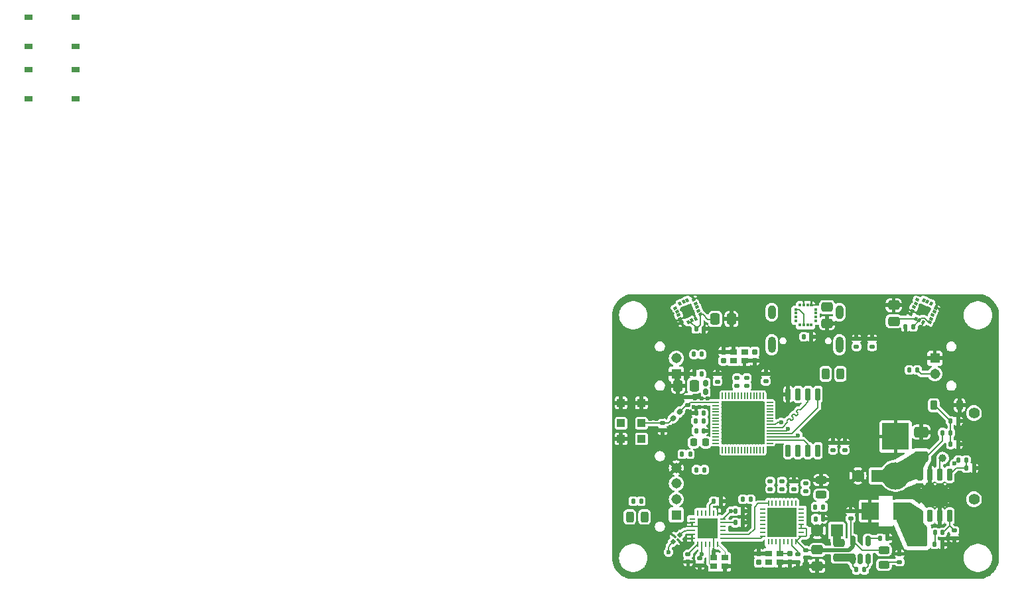
<source format=gbr>
%TF.GenerationSoftware,KiCad,Pcbnew,8.0.4*%
%TF.CreationDate,2024-09-21T01:35:51-04:00*%
%TF.ProjectId,DangerDoughnut,44616e67-6572-4446-9f75-67686e75742e,rev?*%
%TF.SameCoordinates,Original*%
%TF.FileFunction,Copper,L1,Top*%
%TF.FilePolarity,Positive*%
%FSLAX46Y46*%
G04 Gerber Fmt 4.6, Leading zero omitted, Abs format (unit mm)*
G04 Created by KiCad (PCBNEW 8.0.4) date 2024-09-21 01:35:51*
%MOMM*%
%LPD*%
G01*
G04 APERTURE LIST*
G04 Aperture macros list*
%AMRoundRect*
0 Rectangle with rounded corners*
0 $1 Rounding radius*
0 $2 $3 $4 $5 $6 $7 $8 $9 X,Y pos of 4 corners*
0 Add a 4 corners polygon primitive as box body*
4,1,4,$2,$3,$4,$5,$6,$7,$8,$9,$2,$3,0*
0 Add four circle primitives for the rounded corners*
1,1,$1+$1,$2,$3*
1,1,$1+$1,$4,$5*
1,1,$1+$1,$6,$7*
1,1,$1+$1,$8,$9*
0 Add four rect primitives between the rounded corners*
20,1,$1+$1,$2,$3,$4,$5,0*
20,1,$1+$1,$4,$5,$6,$7,0*
20,1,$1+$1,$6,$7,$8,$9,0*
20,1,$1+$1,$8,$9,$2,$3,0*%
%AMRotRect*
0 Rectangle, with rotation*
0 The origin of the aperture is its center*
0 $1 length*
0 $2 width*
0 $3 Rotation angle, in degrees counterclockwise*
0 Add horizontal line*
21,1,$1,$2,0,0,$3*%
G04 Aperture macros list end*
%TA.AperFunction,SMDPad,CuDef*%
%ADD10R,1.000000X0.750000*%
%TD*%
%TA.AperFunction,SMDPad,CuDef*%
%ADD11RoundRect,0.135000X0.185000X-0.135000X0.185000X0.135000X-0.185000X0.135000X-0.185000X-0.135000X0*%
%TD*%
%TA.AperFunction,SMDPad,CuDef*%
%ADD12RoundRect,0.135000X-0.135000X-0.185000X0.135000X-0.185000X0.135000X0.185000X-0.135000X0.185000X0*%
%TD*%
%TA.AperFunction,SMDPad,CuDef*%
%ADD13RoundRect,0.160000X0.044194X0.270468X-0.270468X-0.044194X-0.044194X-0.270468X0.270468X0.044194X0*%
%TD*%
%TA.AperFunction,SMDPad,CuDef*%
%ADD14RoundRect,0.225000X-0.225000X-0.250000X0.225000X-0.250000X0.225000X0.250000X-0.225000X0.250000X0*%
%TD*%
%TA.AperFunction,SMDPad,CuDef*%
%ADD15RoundRect,0.140000X-0.140000X-0.170000X0.140000X-0.170000X0.140000X0.170000X-0.140000X0.170000X0*%
%TD*%
%TA.AperFunction,SMDPad,CuDef*%
%ADD16RoundRect,0.140000X-0.170000X0.140000X-0.170000X-0.140000X0.170000X-0.140000X0.170000X0.140000X0*%
%TD*%
%TA.AperFunction,SMDPad,CuDef*%
%ADD17RoundRect,0.140000X0.170000X-0.140000X0.170000X0.140000X-0.170000X0.140000X-0.170000X-0.140000X0*%
%TD*%
%TA.AperFunction,SMDPad,CuDef*%
%ADD18RoundRect,0.155000X-0.155000X0.212500X-0.155000X-0.212500X0.155000X-0.212500X0.155000X0.212500X0*%
%TD*%
%TA.AperFunction,SMDPad,CuDef*%
%ADD19RoundRect,0.140000X0.140000X0.170000X-0.140000X0.170000X-0.140000X-0.170000X0.140000X-0.170000X0*%
%TD*%
%TA.AperFunction,SMDPad,CuDef*%
%ADD20RoundRect,0.135000X0.135000X0.185000X-0.135000X0.185000X-0.135000X-0.185000X0.135000X-0.185000X0*%
%TD*%
%TA.AperFunction,SMDPad,CuDef*%
%ADD21R,0.900000X0.800000*%
%TD*%
%TA.AperFunction,SMDPad,CuDef*%
%ADD22RoundRect,0.135000X-0.185000X0.135000X-0.185000X-0.135000X0.185000X-0.135000X0.185000X0.135000X0*%
%TD*%
%TA.AperFunction,SMDPad,CuDef*%
%ADD23RoundRect,0.243750X-0.456250X0.243750X-0.456250X-0.243750X0.456250X-0.243750X0.456250X0.243750X0*%
%TD*%
%TA.AperFunction,SMDPad,CuDef*%
%ADD24RoundRect,0.243750X0.456250X-0.243750X0.456250X0.243750X-0.456250X0.243750X-0.456250X-0.243750X0*%
%TD*%
%TA.AperFunction,SMDPad,CuDef*%
%ADD25RoundRect,0.250000X0.337500X0.475000X-0.337500X0.475000X-0.337500X-0.475000X0.337500X-0.475000X0*%
%TD*%
%TA.AperFunction,SMDPad,CuDef*%
%ADD26R,2.209800X2.260600*%
%TD*%
%TA.AperFunction,SMDPad,CuDef*%
%ADD27RoundRect,0.243750X0.243750X0.456250X-0.243750X0.456250X-0.243750X-0.456250X0.243750X-0.456250X0*%
%TD*%
%TA.AperFunction,SMDPad,CuDef*%
%ADD28RotRect,0.550000X0.550000X225.000000*%
%TD*%
%TA.AperFunction,SMDPad,CuDef*%
%ADD29RotRect,0.300000X0.500000X225.000000*%
%TD*%
%TA.AperFunction,SMDPad,CuDef*%
%ADD30RotRect,0.355600X0.457200X246.347000*%
%TD*%
%TA.AperFunction,SMDPad,CuDef*%
%ADD31RotRect,0.355600X0.457200X156.347000*%
%TD*%
%TA.AperFunction,SMDPad,CuDef*%
%ADD32RoundRect,0.050000X-0.350000X-0.050000X0.350000X-0.050000X0.350000X0.050000X-0.350000X0.050000X0*%
%TD*%
%TA.AperFunction,SMDPad,CuDef*%
%ADD33RoundRect,0.050000X-0.050000X-0.350000X0.050000X-0.350000X0.050000X0.350000X-0.050000X0.350000X0*%
%TD*%
%TA.AperFunction,HeatsinkPad*%
%ADD34R,4.000000X4.000000*%
%TD*%
%TA.AperFunction,SMDPad,CuDef*%
%ADD35RoundRect,0.250000X0.475000X-0.250000X0.475000X0.250000X-0.475000X0.250000X-0.475000X-0.250000X0*%
%TD*%
%TA.AperFunction,SMDPad,CuDef*%
%ADD36RoundRect,0.225000X-0.225000X-0.375000X0.225000X-0.375000X0.225000X0.375000X-0.225000X0.375000X0*%
%TD*%
%TA.AperFunction,SMDPad,CuDef*%
%ADD37R,0.990600X0.990600*%
%TD*%
%TA.AperFunction,SMDPad,CuDef*%
%ADD38RotRect,0.355600X0.457200X293.654000*%
%TD*%
%TA.AperFunction,SMDPad,CuDef*%
%ADD39RotRect,0.355600X0.457200X203.654000*%
%TD*%
%TA.AperFunction,SMDPad,CuDef*%
%ADD40RoundRect,0.250000X-0.475000X0.337500X-0.475000X-0.337500X0.475000X-0.337500X0.475000X0.337500X0*%
%TD*%
%TA.AperFunction,SMDPad,CuDef*%
%ADD41RoundRect,0.155000X0.155000X-0.212500X0.155000X0.212500X-0.155000X0.212500X-0.155000X-0.212500X0*%
%TD*%
%TA.AperFunction,SMDPad,CuDef*%
%ADD42RoundRect,0.150000X-0.150000X0.650000X-0.150000X-0.650000X0.150000X-0.650000X0.150000X0.650000X0*%
%TD*%
%TA.AperFunction,SMDPad,CuDef*%
%ADD43RoundRect,0.250000X-0.650000X0.412500X-0.650000X-0.412500X0.650000X-0.412500X0.650000X0.412500X0*%
%TD*%
%TA.AperFunction,SMDPad,CuDef*%
%ADD44R,0.762000X0.254000*%
%TD*%
%TA.AperFunction,SMDPad,CuDef*%
%ADD45R,0.254000X0.762000*%
%TD*%
%TA.AperFunction,SMDPad,CuDef*%
%ADD46R,3.759200X3.759200*%
%TD*%
%TA.AperFunction,SMDPad,CuDef*%
%ADD47RoundRect,0.150000X0.150000X-0.650000X0.150000X0.650000X-0.150000X0.650000X-0.150000X-0.650000X0*%
%TD*%
%TA.AperFunction,HeatsinkPad*%
%ADD48C,0.500000*%
%TD*%
%TA.AperFunction,HeatsinkPad*%
%ADD49R,3.100000X2.410000*%
%TD*%
%TA.AperFunction,SMDPad,CuDef*%
%ADD50R,0.304800X0.457200*%
%TD*%
%TA.AperFunction,SMDPad,CuDef*%
%ADD51R,0.457200X0.304800*%
%TD*%
%TA.AperFunction,SMDPad,CuDef*%
%ADD52R,2.641600X2.641600*%
%TD*%
%TA.AperFunction,SMDPad,CuDef*%
%ADD53RoundRect,0.150000X0.150000X-0.512500X0.150000X0.512500X-0.150000X0.512500X-0.150000X-0.512500X0*%
%TD*%
%TA.AperFunction,SMDPad,CuDef*%
%ADD54RoundRect,0.160000X-0.160000X0.222500X-0.160000X-0.222500X0.160000X-0.222500X0.160000X0.222500X0*%
%TD*%
%TA.AperFunction,SMDPad,CuDef*%
%ADD55C,1.000000*%
%TD*%
%TA.AperFunction,ComponentPad*%
%ADD56R,1.600000X1.600000*%
%TD*%
%TA.AperFunction,ComponentPad*%
%ADD57C,1.600000*%
%TD*%
%TA.AperFunction,ComponentPad*%
%ADD58R,1.308000X1.308000*%
%TD*%
%TA.AperFunction,ComponentPad*%
%ADD59C,1.308000*%
%TD*%
%TA.AperFunction,ComponentPad*%
%ADD60O,1.000000X1.800000*%
%TD*%
%TA.AperFunction,ComponentPad*%
%ADD61O,1.000000X2.100000*%
%TD*%
%TA.AperFunction,ComponentPad*%
%ADD62C,1.400000*%
%TD*%
%TA.AperFunction,ComponentPad*%
%ADD63R,3.500000X3.500000*%
%TD*%
%TA.AperFunction,ComponentPad*%
%ADD64C,3.500000*%
%TD*%
%TA.AperFunction,ViaPad*%
%ADD65C,0.600000*%
%TD*%
%TA.AperFunction,Conductor*%
%ADD66C,0.200000*%
%TD*%
%TA.AperFunction,Conductor*%
%ADD67C,0.125000*%
%TD*%
%TA.AperFunction,Conductor*%
%ADD68C,0.500000*%
%TD*%
%TA.AperFunction,Conductor*%
%ADD69C,1.000000*%
%TD*%
G04 APERTURE END LIST*
D10*
%TO.P,SW2,2,2*%
%TO.N,Net-(U10-GPIO0)*%
X6775000Y-11350000D03*
X775000Y-11350000D03*
%TO.P,SW2,1,1*%
%TO.N,GND*%
X6775000Y-7600000D03*
X775000Y-7600000D03*
%TD*%
%TO.P,SW1,2,2*%
%TO.N,Net-(C41-Pad2)*%
X6775000Y-4700000D03*
X775000Y-4700000D03*
%TO.P,SW1,1,1*%
%TO.N,/ESP_RST*%
X6775000Y-950000D03*
X775000Y-950000D03*
%TD*%
D11*
%TO.P,R25,1*%
%TO.N,Net-(U10-U0TXD)*%
X92500000Y-48010000D03*
%TO.P,R25,2*%
%TO.N,ELSR_RX*%
X92500000Y-46990000D03*
%TD*%
D12*
%TO.P,R11,2*%
%TO.N,/ESP_RST*%
X87010000Y-52500000D03*
%TO.P,R11,1*%
%TO.N,+3.3V*%
X85990000Y-52500000D03*
%TD*%
D13*
%TO.P,L3,2,2*%
%TO.N,Net-(ANT2-FEED)*%
X83095181Y-52154819D03*
%TO.P,L3,1,1*%
%TO.N,Net-(U10-LNA_IN)*%
X83904819Y-51345181D03*
%TD*%
D14*
%TO.P,C41,2*%
%TO.N,Net-(C41-Pad2)*%
X87275000Y-55250000D03*
%TO.P,C41,1*%
%TO.N,/ESP_RST*%
X85725000Y-55250000D03*
%TD*%
D15*
%TO.P,C36,2*%
%TO.N,GND*%
X86980000Y-53750000D03*
%TO.P,C36,1*%
%TO.N,/ESP_RST*%
X86020000Y-53750000D03*
%TD*%
D16*
%TO.P,C35,2*%
%TO.N,GND*%
X81750000Y-53730000D03*
%TO.P,C35,1*%
%TO.N,Net-(ANT2-FEED)*%
X81750000Y-52770000D03*
%TD*%
D17*
%TO.P,C34,2*%
%TO.N,GND*%
X85000000Y-49500000D03*
%TO.P,C34,1*%
%TO.N,Net-(U10-LNA_IN)*%
X85000000Y-50460000D03*
%TD*%
D18*
%TO.P,C5,2*%
%TO.N,GND*%
X98000000Y-70567500D03*
%TO.P,C5,1*%
%TO.N,Net-(U8-XTAL_IN)*%
X98000000Y-69432500D03*
%TD*%
D19*
%TO.P,C32,1*%
%TO.N,+3.3V*%
X86730000Y-46500000D03*
%TO.P,C32,2*%
%TO.N,GND*%
X85770000Y-46500000D03*
%TD*%
D12*
%TO.P,R1,1*%
%TO.N,+BATT*%
X117490000Y-54000000D03*
%TO.P,R1,2*%
%TO.N,BATT*%
X118510000Y-54000000D03*
%TD*%
D11*
%TO.P,R19,1*%
%TO.N,Net-(U10-GPIO45)*%
X91250000Y-48010000D03*
%TO.P,R19,2*%
%TO.N,+3.3V*%
X91250000Y-46990000D03*
%TD*%
D20*
%TO.P,R10,1*%
%TO.N,Net-(J2-Pin_2)*%
X114260000Y-46000000D03*
%TO.P,R10,2*%
%TO.N,ESC_R*%
X113240000Y-46000000D03*
%TD*%
D11*
%TO.P,R7,1*%
%TO.N,Net-(J6-CC2)*%
X106500000Y-43010000D03*
%TO.P,R7,2*%
%TO.N,GND*%
X106500000Y-41990000D03*
%TD*%
D21*
%TO.P,Y1,1,1*%
%TO.N,Net-(U10-XTAL_P)*%
X92200000Y-43700000D03*
%TO.P,Y1,2,2*%
%TO.N,GND*%
X90800000Y-43700000D03*
%TO.P,Y1,3,3*%
%TO.N,Net-(U10-XTAL_N)*%
X90800000Y-44800000D03*
%TO.P,Y1,4,4*%
%TO.N,GND*%
X92200000Y-44800000D03*
%TD*%
D17*
%TO.P,C33,1*%
%TO.N,+3.3V*%
X94916726Y-47442311D03*
%TO.P,C33,2*%
%TO.N,GND*%
X94916726Y-46482311D03*
%TD*%
D22*
%TO.P,R16,2*%
%TO.N,ELSR_EN*%
X100000000Y-61510000D03*
%TO.P,R16,1*%
%TO.N,+3.3V*%
X100000000Y-60490000D03*
%TD*%
D15*
%TO.P,C21,2*%
%TO.N,GND*%
X91980000Y-65500000D03*
%TO.P,C21,1*%
%TO.N,+3.3V*%
X91020000Y-65500000D03*
%TD*%
D19*
%TO.P,C14,1*%
%TO.N,GND*%
X100730000Y-41750000D03*
%TO.P,C14,2*%
%TO.N,+3.3V*%
X99770000Y-41750000D03*
%TD*%
D12*
%TO.P,R9,1*%
%TO.N,Net-(J3-Pin_2)*%
X85740000Y-44000000D03*
%TO.P,R9,2*%
%TO.N,ESC_L*%
X86760000Y-44000000D03*
%TD*%
D15*
%TO.P,C11,1*%
%TO.N,+3.3V*%
X86020000Y-40750000D03*
%TO.P,C11,2*%
%TO.N,GND*%
X86980000Y-40750000D03*
%TD*%
D23*
%TO.P,D5,1,K*%
%TO.N,GND*%
X102000000Y-60062500D03*
%TO.P,D5,2,A*%
%TO.N,Net-(D5-A)*%
X102000000Y-61937500D03*
%TD*%
D24*
%TO.P,D4,1,K*%
%TO.N,Net-(D4-K)*%
X110000000Y-70875000D03*
%TO.P,D4,2,A*%
%TO.N,+3.3V*%
X110000000Y-69000000D03*
%TD*%
D25*
%TO.P,C31,1*%
%TO.N,+3.3V*%
X85787500Y-48000000D03*
%TO.P,C31,2*%
%TO.N,GND*%
X83712500Y-48000000D03*
%TD*%
D26*
%TO.P,CR1,1*%
%TO.N,GND*%
X108205300Y-64000000D03*
%TO.P,CR1,2*%
%TO.N,/DCDC_OUT*%
X112294700Y-64000000D03*
%TD*%
D11*
%TO.P,R8,1*%
%TO.N,Net-(J6-CC1)*%
X108500000Y-43010000D03*
%TO.P,R8,2*%
%TO.N,GND*%
X108500000Y-41990000D03*
%TD*%
D15*
%TO.P,C3,1*%
%TO.N,Net-(U7-BP)*%
X109520000Y-67500000D03*
%TO.P,C3,2*%
%TO.N,GND*%
X110480000Y-67500000D03*
%TD*%
D21*
%TO.P,Y3,4,4*%
%TO.N,GND*%
X95300000Y-69450000D03*
%TO.P,Y3,3,3*%
%TO.N,Net-(U8-XTAL_IN)*%
X96700000Y-69450000D03*
%TO.P,Y3,2,2*%
%TO.N,GND*%
X96700000Y-70550000D03*
%TO.P,Y3,1,1*%
%TO.N,Net-(U8-XTAL_OUT)*%
X95300000Y-70550000D03*
%TD*%
D15*
%TO.P,C20,2*%
%TO.N,GND*%
X91980000Y-64000000D03*
%TO.P,C20,1*%
%TO.N,/DCC_FB*%
X91020000Y-64000000D03*
%TD*%
D22*
%TO.P,R15,2*%
%TO.N,GPIO0*%
X95500000Y-61211100D03*
%TO.P,R15,1*%
%TO.N,+3.3V*%
X95500000Y-60191100D03*
%TD*%
D27*
%TO.P,D6,2,A*%
%TO.N,Net-(D6-A)*%
X77562500Y-64750000D03*
%TO.P,D6,1,K*%
%TO.N,LED_BOTTOM*%
X79437500Y-64750000D03*
%TD*%
D12*
%TO.P,R20,2*%
%TO.N,+3.3V*%
X79010000Y-62750000D03*
%TO.P,R20,1*%
%TO.N,Net-(D6-A)*%
X77990000Y-62750000D03*
%TD*%
%TO.P,R11,2*%
%TO.N,Net-(U9-VBAT_IO)*%
X93010000Y-62500000D03*
%TO.P,R11,1*%
%TO.N,+3.3V*%
X91990000Y-62500000D03*
%TD*%
D28*
%TO.P,FL1,1*%
%TO.N,Net-(U9-RFIO)*%
X83924264Y-67075736D03*
D29*
%TO.P,FL1,2*%
%TO.N,GND*%
X83252513Y-67252513D03*
D28*
%TO.P,FL1,3*%
%TO.N,Net-(ANT1-Feed)*%
X83075736Y-67924264D03*
D29*
%TO.P,FL1,4*%
%TO.N,GND*%
X83747487Y-67747487D03*
%TD*%
D30*
%TO.P,U2,1,VDD_IO*%
%TO.N,+3.3V*%
X115822918Y-39911713D03*
%TO.P,U2,2,NC*%
%TO.N,unconnected-(U2-NC-Pad2)*%
X116023567Y-39453601D03*
%TO.P,U2,3,NC*%
%TO.N,unconnected-(U2-NC-Pad3)*%
X116224216Y-38995490D03*
%TO.P,U2,4,SCL/SPC*%
%TO.N,SCK_2*%
X116424865Y-38537379D03*
%TO.P,U2,5,GND*%
%TO.N,GND*%
X116625514Y-38079267D03*
D31*
%TO.P,U2,6,SDA/SDI/SDO*%
%TO.N,MOSI_2*%
X116015461Y-37489853D03*
%TO.P,U2,7,SDO/SA0*%
%TO.N,MISO_2*%
X115557350Y-37289204D03*
%TO.P,U2,8,CS*%
%TO.N,Accel1_CS*%
X115099239Y-37088555D03*
D30*
%TO.P,U2,9,INT2*%
%TO.N,unconnected-(U2-INT2-Pad9)*%
X114252362Y-37039847D03*
%TO.P,U2,10,RESERVED*%
%TO.N,GND*%
X114051713Y-37497959D03*
%TO.P,U2,11,INT1*%
%TO.N,ACCEL1_INT*%
X113851064Y-37956070D03*
%TO.P,U2,12,GND*%
%TO.N,GND*%
X113650415Y-38414181D03*
%TO.P,U2,13,GND*%
X113449766Y-38872293D03*
D31*
%TO.P,U2,14,VDD*%
%TO.N,+3.3V*%
X114059819Y-39461707D03*
%TO.P,U2,15,RESERVED*%
X114517930Y-39662356D03*
%TO.P,U2,16,GND*%
%TO.N,GND*%
X114976041Y-39863005D03*
%TD*%
D12*
%TO.P,R22,2*%
%TO.N,LED_SCK*%
X87097500Y-58750000D03*
%TO.P,R22,1*%
%TO.N,Net-(J4-Pin_1)*%
X86077500Y-58750000D03*
%TD*%
D32*
%TO.P,U10,1,LNA_IN*%
%TO.N,Net-(U10-LNA_IN)*%
X88550000Y-50150000D03*
%TO.P,U10,2,VDD3P3*%
%TO.N,Net-(C30-Pad1)*%
X88550001Y-50550000D03*
%TO.P,U10,3,VDD3P3*%
X88550000Y-50950000D03*
%TO.P,U10,4,CHIP_PU*%
%TO.N,/ESP_RST*%
X88550000Y-51350000D03*
%TO.P,U10,5,GPIO0*%
%TO.N,Net-(U10-GPIO0)*%
X88550000Y-51750000D03*
%TO.P,U10,6,GPIO1*%
%TO.N,unconnected-(U10-GPIO1-Pad6)*%
X88550001Y-52150000D03*
%TO.P,U10,7,GPIO2*%
%TO.N,ACCEL2_INT*%
X88550000Y-52550000D03*
%TO.P,U10,8,GPIO3*%
%TO.N,ACCEL1_INT*%
X88550000Y-52950000D03*
%TO.P,U10,9,GPIO4*%
%TO.N,MAG_INT*%
X88550001Y-53350000D03*
%TO.P,U10,10,GPIO5*%
%TO.N,Mag_CS*%
X88550000Y-53750000D03*
%TO.P,U10,11,GPIO6*%
%TO.N,Accel1_CS*%
X88550000Y-54150000D03*
%TO.P,U10,12,GPIO7*%
%TO.N,Accel2_CS*%
X88550000Y-54550000D03*
%TO.P,U10,13,GPIO8*%
%TO.N,LED_MOSI*%
X88550001Y-54950000D03*
%TO.P,U10,14,GPIO9*%
%TO.N,ESC_L*%
X88550000Y-55350000D03*
D33*
%TO.P,U10,15,GPIO10*%
%TO.N,ESC_R*%
X89400000Y-56200000D03*
%TO.P,U10,16,GPIO11*%
%TO.N,LED_BOTTOM*%
X89800000Y-56199999D03*
%TO.P,U10,17,GPIO12*%
%TO.N,BATT*%
X90200000Y-56200000D03*
%TO.P,U10,18,GPIO13*%
%TO.N,SCK_2*%
X90600000Y-56200000D03*
%TO.P,U10,19,GPIO14*%
%TO.N,MOSI_2*%
X91000000Y-56200000D03*
%TO.P,U10,20,VDD3P3_RTC*%
%TO.N,+3.3V*%
X91400000Y-56199999D03*
%TO.P,U10,21,XTAL_32K_P*%
%TO.N,unconnected-(U10-XTAL_32K_P-Pad21)*%
X91800000Y-56200000D03*
%TO.P,U10,22,XTAL_32K_N*%
%TO.N,unconnected-(U10-XTAL_32K_N-Pad22)*%
X92200000Y-56200000D03*
%TO.P,U10,23,GPIO17*%
%TO.N,unconnected-(U10-GPIO17-Pad23)*%
X92600000Y-56199999D03*
%TO.P,U10,24,GPIO18*%
%TO.N,LED_SCK*%
X93000000Y-56200000D03*
%TO.P,U10,25,GPIO19/USB_D-*%
%TO.N,D-*%
X93400000Y-56200000D03*
%TO.P,U10,26,GPIO20/USB_D+*%
%TO.N,D+*%
X93800000Y-56200000D03*
%TO.P,U10,27,GPIO21*%
%TO.N,MISO_2*%
X94200000Y-56199999D03*
%TO.P,U10,28,SPICS1*%
%TO.N,unconnected-(U10-SPICS1-Pad28)*%
X94600000Y-56200000D03*
D32*
%TO.P,U10,29,VDD_SPI*%
%TO.N,VDD_SPI*%
X95450000Y-55350000D03*
%TO.P,U10,30,SPIHD*%
%TO.N,SPIHD*%
X95449999Y-54950000D03*
%TO.P,U10,31,SPIWP*%
%TO.N,SPIWP*%
X95450000Y-54550000D03*
%TO.P,U10,32,SPICS0*%
%TO.N,SPICS0*%
X95450000Y-54150000D03*
%TO.P,U10,33,SPICLK*%
%TO.N,SPICLK*%
X95450000Y-53750000D03*
%TO.P,U10,34,SPIQ*%
%TO.N,SPIQ*%
X95449999Y-53350000D03*
%TO.P,U10,35,SPID*%
%TO.N,SPID*%
X95450000Y-52950000D03*
%TO.P,U10,36,SPICLK_N*%
%TO.N,unconnected-(U10-SPICLK_N-Pad36)*%
X95450000Y-52550000D03*
%TO.P,U10,37,SPICLK_P*%
%TO.N,unconnected-(U10-SPICLK_P-Pad37)*%
X95449999Y-52150000D03*
%TO.P,U10,38,GPIO33*%
%TO.N,unconnected-(U10-GPIO33-Pad38)*%
X95450000Y-51750000D03*
%TO.P,U10,39,GPIO34*%
%TO.N,unconnected-(U10-GPIO34-Pad39)*%
X95450000Y-51350000D03*
%TO.P,U10,40,GPIO35*%
%TO.N,unconnected-(U10-GPIO35-Pad40)*%
X95450000Y-50950000D03*
%TO.P,U10,41,GPIO36*%
%TO.N,unconnected-(U10-GPIO36-Pad41)*%
X95449999Y-50550000D03*
%TO.P,U10,42,GPIO37*%
%TO.N,unconnected-(U10-GPIO37-Pad42)*%
X95450000Y-50150000D03*
D33*
%TO.P,U10,43,GPIO38*%
%TO.N,unconnected-(U10-GPIO38-Pad43)*%
X94600000Y-49300000D03*
%TO.P,U10,44,MTCK*%
%TO.N,unconnected-(U10-MTCK-Pad44)*%
X94200000Y-49300001D03*
%TO.P,U10,45,MTDO*%
%TO.N,unconnected-(U10-MTDO-Pad45)*%
X93800000Y-49300000D03*
%TO.P,U10,46,VDD3P3_CPU*%
%TO.N,+3.3V*%
X93400000Y-49300000D03*
%TO.P,U10,47,MTDI*%
%TO.N,unconnected-(U10-MTDI-Pad47)*%
X93000000Y-49300000D03*
%TO.P,U10,48,MTMS*%
%TO.N,unconnected-(U10-MTMS-Pad48)*%
X92600000Y-49300001D03*
%TO.P,U10,49,U0TXD*%
%TO.N,Net-(U10-U0TXD)*%
X92200000Y-49300000D03*
%TO.P,U10,50,U0RXD*%
%TO.N,ELSR_TX*%
X91800000Y-49300000D03*
%TO.P,U10,51,GPIO45*%
%TO.N,Net-(U10-GPIO45)*%
X91400000Y-49300001D03*
%TO.P,U10,52,GPIO46*%
%TO.N,unconnected-(U10-GPIO46-Pad52)*%
X91000000Y-49300000D03*
%TO.P,U10,53,XTAL_N*%
%TO.N,Net-(U10-XTAL_N)*%
X90600000Y-49300000D03*
%TO.P,U10,54,XTAL_P*%
%TO.N,Net-(U10-XTAL_P)*%
X90200000Y-49300000D03*
%TO.P,U10,55,VDDA*%
%TO.N,+3.3V*%
X89800000Y-49300001D03*
%TO.P,U10,56,VDDA*%
X89400000Y-49300000D03*
D34*
%TO.P,U10,57,GND*%
%TO.N,GND*%
X92000000Y-52750000D03*
%TD*%
D35*
%TO.P,D3,1,K*%
%TO.N,/MIC_IN*%
X104250000Y-69950000D03*
%TO.P,D3,2,A*%
%TO.N,+5V*%
X104250000Y-68050000D03*
%TD*%
D20*
%TO.P,R17,1*%
%TO.N,Net-(D5-A)*%
X102260000Y-63500000D03*
%TO.P,R17,2*%
%TO.N,Net-(U8-XDP_DCDC)*%
X101240000Y-63500000D03*
%TD*%
D12*
%TO.P,R3,1*%
%TO.N,/MIC_IN*%
X106490000Y-71500000D03*
%TO.P,R3,2*%
%TO.N,Net-(U7-EN)*%
X107510000Y-71500000D03*
%TD*%
D22*
%TO.P,R13,2*%
%TO.N,SX_CS*%
X98500000Y-61211100D03*
%TO.P,R13,1*%
%TO.N,GND*%
X98500000Y-60191100D03*
%TD*%
D12*
%TO.P,R5,1*%
%TO.N,/FB*%
X120490000Y-58500000D03*
%TO.P,R5,2*%
%TO.N,GND*%
X121510000Y-58500000D03*
%TD*%
%TO.P,R6,1*%
%TO.N,Net-(C6-Pad1)*%
X116490000Y-68250000D03*
%TO.P,R6,2*%
%TO.N,GND*%
X117510000Y-68250000D03*
%TD*%
D25*
%TO.P,C12,1*%
%TO.N,GND*%
X90537500Y-39500000D03*
%TO.P,C12,2*%
%TO.N,+3.3V*%
X88462500Y-39500000D03*
%TD*%
D19*
%TO.P,C30,1*%
%TO.N,Net-(C30-Pad1)*%
X86980000Y-51500000D03*
%TO.P,C30,2*%
%TO.N,GND*%
X86020000Y-51500000D03*
%TD*%
D36*
%TO.P,D1,1,K*%
%TO.N,BATT*%
X116350000Y-50500000D03*
%TO.P,D1,2,A*%
%TO.N,GND*%
X119650000Y-50500000D03*
%TD*%
D22*
%TO.P,R12,2*%
%TO.N,GND*%
X99000000Y-70510000D03*
%TO.P,R12,1*%
%TO.N,Net-(U8-RES12K)*%
X99000000Y-69490000D03*
%TD*%
D37*
%TO.P,ANT2,1,NC*%
%TO.N,unconnected-(ANT2-NC-Pad1)*%
X79058100Y-54801905D03*
%TO.P,ANT2,2,FEED*%
%TO.N,Net-(ANT2-FEED)*%
X79058100Y-52801904D03*
%TO.P,ANT2,3,GND*%
%TO.N,GND*%
X79058100Y-50201905D03*
%TO.P,ANT2,4,GND*%
X76441900Y-50201905D03*
%TO.P,ANT2,5,NC*%
%TO.N,unconnected-(ANT2-NC-Pad5)*%
X76441900Y-52801904D03*
%TO.P,ANT2,6,GND*%
%TO.N,GND*%
X76441900Y-54801905D03*
%TD*%
D38*
%TO.P,U3,1,VDD_IO*%
%TO.N,+3.3V*%
X86550241Y-38872265D03*
%TO.P,U3,2,NC*%
%TO.N,unconnected-(U3-NC-Pad2)*%
X86349582Y-38414157D03*
%TO.P,U3,3,NC*%
%TO.N,unconnected-(U3-NC-Pad3)*%
X86148927Y-37956049D03*
%TO.P,U3,4,SCL/SPC*%
%TO.N,SCK_2*%
X85948270Y-37497941D03*
%TO.P,U3,5,GND*%
%TO.N,GND*%
X85747614Y-37039834D03*
D39*
%TO.P,U3,6,SDA/SDI/SDO*%
%TO.N,MOSI_2*%
X84900737Y-37088558D03*
%TO.P,U3,7,SDO/SA0*%
%TO.N,MISO_2*%
X84442629Y-37289213D03*
%TO.P,U3,8,CS*%
%TO.N,Accel2_CS*%
X83984521Y-37489870D03*
D38*
%TO.P,U3,9,INT2*%
%TO.N,unconnected-(U3-INT2-Pad9)*%
X83374479Y-38079295D03*
%TO.P,U3,10,RESERVED*%
%TO.N,GND*%
X83575138Y-38537403D03*
%TO.P,U3,11,INT1*%
%TO.N,ACCEL2_INT*%
X83775793Y-38995511D03*
%TO.P,U3,12,GND*%
%TO.N,GND*%
X83976450Y-39453619D03*
%TO.P,U3,13,GND*%
X84177106Y-39911726D03*
D39*
%TO.P,U3,14,VDD*%
%TO.N,+3.3V*%
X85023983Y-39863002D03*
%TO.P,U3,15,RESERVED*%
X85482091Y-39662347D03*
%TO.P,U3,16,GND*%
%TO.N,GND*%
X85940199Y-39461690D03*
%TD*%
D40*
%TO.P,C13,1*%
%TO.N,Net-(U1-CAP)*%
X102750000Y-37962500D03*
%TO.P,C13,2*%
%TO.N,GND*%
X102750000Y-40037500D03*
%TD*%
D41*
%TO.P,C19,1*%
%TO.N,Net-(U10-XTAL_N)*%
X89500000Y-44817500D03*
%TO.P,C19,2*%
%TO.N,GND*%
X89500000Y-43682500D03*
%TD*%
D42*
%TO.P,U4,1,~{CS}*%
%TO.N,SPICS0*%
X101571726Y-49112311D03*
%TO.P,U4,2,DO(IO1)*%
%TO.N,SPIQ*%
X100301726Y-49112311D03*
%TO.P,U4,3,~{WP}*%
%TO.N,SPIWP*%
X99031726Y-49112311D03*
%TO.P,U4,4,GND*%
%TO.N,GND*%
X97761726Y-49112311D03*
%TO.P,U4,5,DI(IO0)*%
%TO.N,SPID*%
X97761726Y-56312311D03*
%TO.P,U4,6,SCK*%
%TO.N,SPICLK*%
X99031726Y-56312311D03*
%TO.P,U4,7,~{HOLD}*%
%TO.N,SPIHD*%
X100301726Y-56312311D03*
%TO.P,U4,8,VCC*%
%TO.N,VDD_SPI*%
X101571726Y-56312311D03*
%TD*%
D43*
%TO.P,C4,1*%
%TO.N,GND*%
X114750000Y-53937500D03*
%TO.P,C4,2*%
%TO.N,+BATT*%
X114750000Y-57062500D03*
%TD*%
D18*
%TO.P,C18,1*%
%TO.N,Net-(U10-XTAL_P)*%
X93500000Y-43682500D03*
%TO.P,C18,2*%
%TO.N,GND*%
X93500000Y-44817500D03*
%TD*%
D17*
%TO.P,C7,1*%
%TO.N,GND*%
X119000000Y-67480000D03*
%TO.P,C7,2*%
%TO.N,Net-(U6-COMP)*%
X119000000Y-66520000D03*
%TD*%
D15*
%TO.P,C6,1*%
%TO.N,Net-(C6-Pad1)*%
X116520000Y-66750000D03*
%TO.P,C6,2*%
%TO.N,Net-(U6-COMP)*%
X117480000Y-66750000D03*
%TD*%
D16*
%TO.P,C23,1*%
%TO.N,+3.3V*%
X100000000Y-69020000D03*
%TO.P,C23,2*%
%TO.N,GND*%
X100000000Y-69980000D03*
%TD*%
D41*
%TO.P,C15,2*%
%TO.N,GND*%
X94000000Y-69432500D03*
%TO.P,C15,1*%
%TO.N,Net-(U8-XTAL_OUT)*%
X94000000Y-70567500D03*
%TD*%
D16*
%TO.P,C22,2*%
%TO.N,GND*%
X86500000Y-70960000D03*
%TO.P,C22,1*%
%TO.N,/DCC_FB*%
X86500000Y-70000000D03*
%TD*%
D12*
%TO.P,R2,2*%
%TO.N,GND*%
X119510000Y-52500000D03*
%TO.P,R2,1*%
%TO.N,BATT*%
X118490000Y-52500000D03*
%TD*%
D17*
%TO.P,C25,1*%
%TO.N,VDD_SPI*%
X103500000Y-56230000D03*
%TO.P,C25,2*%
%TO.N,GND*%
X103500000Y-55270000D03*
%TD*%
D16*
%TO.P,C16,2*%
%TO.N,GND*%
X85000000Y-70500000D03*
%TO.P,C16,1*%
%TO.N,Net-(U9-VR_PA)*%
X85000000Y-69540000D03*
%TD*%
D27*
%TO.P,D2,1,K*%
%TO.N,/MIC_IN*%
X104437500Y-46500000D03*
%TO.P,D2,2,A*%
%TO.N,Net-(D2-A)*%
X102562500Y-46500000D03*
%TD*%
D44*
%TO.P,U8,1,VDDA*%
%TO.N,+3.3V*%
X99451100Y-67249999D03*
%TO.P,U8,2,LNA*%
%TO.N,/ANT_TRACE*%
X99451100Y-66750000D03*
%TO.P,U8,3,VDD3P3*%
%TO.N,+3.3V*%
X99451100Y-66250001D03*
%TO.P,U8,4,VDD3P3*%
X99451100Y-65750000D03*
%TO.P,U8,5,VDD_RTC*%
%TO.N,unconnected-(U8-VDD_RTC-Pad5)*%
X99451100Y-65250000D03*
%TO.P,U8,6,TOUT*%
%TO.N,unconnected-(U8-TOUT-Pad6)*%
X99451100Y-64749999D03*
%TO.P,U8,7,CHIP_EN*%
%TO.N,ELSR_EN*%
X99451100Y-64250000D03*
%TO.P,U8,8,XDP_DCDC*%
%TO.N,Net-(U8-XDP_DCDC)*%
X99451100Y-63750001D03*
D45*
%TO.P,U8,9,MTMS*%
%TO.N,SX_SCK*%
X98749999Y-63048900D03*
%TO.P,U8,10,MTDI*%
%TO.N,SX_MISO*%
X98250000Y-63048900D03*
%TO.P,U8,11,VDDPST*%
%TO.N,+3.3V*%
X97750001Y-63048900D03*
%TO.P,U8,12,MTCK*%
%TO.N,SX_MOSI*%
X97250000Y-63048900D03*
%TO.P,U8,13,MTDO*%
%TO.N,SX_CS*%
X96750000Y-63048900D03*
%TO.P,U8,14,GPIO2*%
%TO.N,N_RST*%
X96249999Y-63048900D03*
%TO.P,U8,15,GPIO0*%
%TO.N,GPIO0*%
X95750000Y-63048900D03*
%TO.P,U8,16,GPIO4*%
%TO.N,DIO1*%
X95250001Y-63048900D03*
D44*
%TO.P,U8,17,VDDPST*%
%TO.N,+3.3V*%
X94548900Y-63750001D03*
%TO.P,U8,18,SD_DATA_2*%
%TO.N,unconnected-(U8-SD_DATA_2-Pad18)*%
X94548900Y-64250000D03*
%TO.P,U8,19,SD_DATA_3*%
%TO.N,unconnected-(U8-SD_DATA_3-Pad19)*%
X94548900Y-64749999D03*
%TO.P,U8,20,SD_CMD*%
%TO.N,unconnected-(U8-SD_CMD-Pad20)*%
X94548900Y-65250000D03*
%TO.P,U8,21,SD_CLK*%
%TO.N,unconnected-(U8-SD_CLK-Pad21)*%
X94548900Y-65750000D03*
%TO.P,U8,22,SD_DATA_0*%
%TO.N,unconnected-(U8-SD_DATA_0-Pad22)*%
X94548900Y-66250001D03*
%TO.P,U8,23,SD_DATA_1*%
%TO.N,unconnected-(U8-SD_DATA_1-Pad23)*%
X94548900Y-66750000D03*
%TO.P,U8,24,GPIO5*%
%TO.N,BUSY*%
X94548900Y-67249999D03*
D45*
%TO.P,U8,25,U0RXD*%
%TO.N,ELSR_RX*%
X95250001Y-67951100D03*
%TO.P,U8,26,U0TXD*%
%TO.N,ELSR_TX*%
X95750000Y-67951100D03*
%TO.P,U8,27,XTAL_OUT*%
%TO.N,Net-(U8-XTAL_OUT)*%
X96249999Y-67951100D03*
%TO.P,U8,28,XTAL_IN*%
%TO.N,Net-(U8-XTAL_IN)*%
X96750000Y-67951100D03*
%TO.P,U8,29,VDDD*%
%TO.N,+3.3V*%
X97250000Y-67951100D03*
%TO.P,U8,30,VDDA*%
X97750001Y-67951100D03*
%TO.P,U8,31,RES12K*%
%TO.N,Net-(U8-RES12K)*%
X98250000Y-67951100D03*
%TO.P,U8,32,EXT_RSTB*%
%TO.N,+3.3V*%
X98749999Y-67951100D03*
D46*
%TO.P,U8,33,GND*%
%TO.N,GND*%
X97000000Y-65500000D03*
%TD*%
D19*
%TO.P,C9,1*%
%TO.N,+3.3V*%
X113730000Y-40500000D03*
%TO.P,C9,2*%
%TO.N,GND*%
X112770000Y-40500000D03*
%TD*%
D21*
%TO.P,Y2,4,4*%
%TO.N,GND*%
X88300000Y-69950000D03*
%TO.P,Y2,3,3*%
%TO.N,Net-(U9-XTB)*%
X89700000Y-69950000D03*
%TO.P,Y2,2,2*%
%TO.N,GND*%
X89700000Y-71050000D03*
%TO.P,Y2,1,1*%
%TO.N,Net-(U9-XTA)*%
X88300000Y-71050000D03*
%TD*%
D15*
%TO.P,C26,1*%
%TO.N,ELSR_EN*%
X101270000Y-65000000D03*
%TO.P,C26,2*%
%TO.N,GND*%
X102230000Y-65000000D03*
%TD*%
D17*
%TO.P,C2,1*%
%TO.N,+3.3V*%
X105750000Y-64980000D03*
%TO.P,C2,2*%
%TO.N,GND*%
X105750000Y-64020000D03*
%TD*%
D22*
%TO.P,R18,1*%
%TO.N,GND*%
X112000000Y-69490000D03*
%TO.P,R18,2*%
%TO.N,Net-(D4-K)*%
X112000000Y-70510000D03*
%TD*%
%TO.P,R14,2*%
%TO.N,N_RST*%
X97000000Y-61211100D03*
%TO.P,R14,1*%
%TO.N,+3.3V*%
X97000000Y-60191100D03*
%TD*%
D15*
%TO.P,C1,2*%
%TO.N,GND*%
X119480000Y-55500000D03*
%TO.P,C1,1*%
%TO.N,BATT*%
X118520000Y-55500000D03*
%TD*%
D40*
%TO.P,C10,1*%
%TO.N,GND*%
X111250000Y-37712500D03*
%TO.P,C10,2*%
%TO.N,+3.3V*%
X111250000Y-39787500D03*
%TD*%
D47*
%TO.P,U6,1,OUT*%
%TO.N,/DCDC_OUT*%
X114595000Y-64650000D03*
%TO.P,U6,2,SYNC*%
%TO.N,unconnected-(U6-SYNC-Pad2)*%
X115865000Y-64650000D03*
%TO.P,U6,3,INH*%
%TO.N,GND*%
X117135000Y-64650000D03*
%TO.P,U6,4,COMP*%
%TO.N,Net-(U6-COMP)*%
X118405000Y-64650000D03*
%TO.P,U6,5,FB*%
%TO.N,/FB*%
X118405000Y-59350000D03*
%TO.P,U6,6,VREF*%
%TO.N,Net-(U6-VREF)*%
X117135000Y-59350000D03*
%TO.P,U6,7,GND*%
%TO.N,GND*%
X115865000Y-59350000D03*
%TO.P,U6,8,VCC*%
%TO.N,+BATT*%
X114595000Y-59350000D03*
D48*
%TO.P,U6,9,EP*%
%TO.N,GND*%
X115200000Y-62955000D03*
X116500000Y-62955000D03*
X117800000Y-62955000D03*
D49*
X116500000Y-62000000D03*
D48*
X115200000Y-61045000D03*
X116500000Y-61045000D03*
X117800000Y-61045000D03*
%TD*%
D50*
%TO.P,U1,1,SCL/SPI_SCK*%
%TO.N,SCK_2*%
X99249999Y-40274999D03*
%TO.P,U1,2,VDD*%
%TO.N,+3.3V*%
X99750000Y-40274999D03*
%TO.P,U1,3,NC*%
%TO.N,unconnected-(U1-NC-Pad3)*%
X100250000Y-40274999D03*
%TO.P,U1,4,SPI_CS*%
%TO.N,Mag_CS*%
X100750001Y-40274999D03*
D51*
%TO.P,U1,5,SPI_SDO*%
%TO.N,MISO_2*%
X101274999Y-39750001D03*
%TO.P,U1,6,NC*%
%TO.N,unconnected-(U1-NC-Pad6)*%
X101274999Y-39250000D03*
%TO.P,U1,7,NC*%
%TO.N,unconnected-(U1-NC-Pad7)*%
X101274999Y-38750000D03*
%TO.P,U1,8,NC*%
%TO.N,unconnected-(U1-NC-Pad8)*%
X101274999Y-38249999D03*
D50*
%TO.P,U1,9,GND*%
%TO.N,GND*%
X100750001Y-37725001D03*
%TO.P,U1,10,CAP*%
%TO.N,Net-(U1-CAP)*%
X100250000Y-37725001D03*
%TO.P,U1,11,GND*%
%TO.N,GND*%
X99750000Y-37725001D03*
%TO.P,U1,12,NC*%
%TO.N,unconnected-(U1-NC-Pad12)*%
X99249999Y-37725001D03*
D51*
%TO.P,U1,13,VDDIO*%
%TO.N,+3.3V*%
X98725001Y-38249999D03*
%TO.P,U1,14,NC*%
%TO.N,unconnected-(U1-NC-Pad14)*%
X98725001Y-38750000D03*
%TO.P,U1,15,INT*%
%TO.N,MAG_INT*%
X98725001Y-39250000D03*
%TO.P,U1,16,SDA/SPI_SDI*%
%TO.N,MOSI_2*%
X98725001Y-39750001D03*
%TD*%
D45*
%TO.P,U9,1,VR_PA*%
%TO.N,Net-(U9-VR_PA)*%
X86250000Y-68218500D03*
%TO.P,U9,2,VDD_INN*%
%TO.N,/DCC_FB*%
X86749999Y-68218500D03*
%TO.P,U9,3,NRESET*%
%TO.N,N_RST*%
X87250000Y-68218500D03*
%TO.P,U9,4,XTA*%
%TO.N,Net-(U9-XTA)*%
X87750000Y-68218500D03*
%TO.P,U9,5,GND*%
%TO.N,GND*%
X88250001Y-68218500D03*
%TO.P,U9,6,XTB*%
%TO.N,Net-(U9-XTB)*%
X88750000Y-68218500D03*
D44*
%TO.P,U9,7,BUSY*%
%TO.N,BUSY*%
X89468500Y-67500000D03*
%TO.P,U9,8,DIO1*%
%TO.N,DIO1*%
X89468500Y-67000001D03*
%TO.P,U9,9,DIO2*%
%TO.N,unconnected-(U9-DIO2-Pad9)*%
X89468500Y-66500000D03*
%TO.P,U9,10,DIO3*%
%TO.N,unconnected-(U9-DIO3-Pad10)*%
X89468500Y-66000000D03*
%TO.P,U9,11,VBAT_IO*%
%TO.N,+3.3V*%
X89468500Y-65499999D03*
%TO.P,U9,12,DCC_FB*%
%TO.N,/DCC_FB*%
X89468500Y-65000000D03*
D45*
%TO.P,U9,13,GND*%
%TO.N,GND*%
X88750000Y-64281500D03*
%TO.P,U9,14,DCC_SW*%
%TO.N,unconnected-(U9-DCC_SW-Pad14)*%
X88250001Y-64281500D03*
%TO.P,U9,15,VBAT*%
%TO.N,+3.3V*%
X87750000Y-64281500D03*
%TO.P,U9,16,MISO_TX*%
%TO.N,SX_MISO*%
X87250000Y-64281500D03*
%TO.P,U9,17,MOSI_RX*%
%TO.N,SX_MOSI*%
X86749999Y-64281500D03*
%TO.P,U9,18,SCK_RTSN*%
%TO.N,SX_SCK*%
X86250000Y-64281500D03*
D44*
%TO.P,U9,19,NSS_CTS*%
%TO.N,SX_CS*%
X85531500Y-65000000D03*
%TO.P,U9,20,GND*%
%TO.N,GND*%
X85531500Y-65499999D03*
%TO.P,U9,21,GND*%
X85531500Y-66000000D03*
%TO.P,U9,22,RFIO*%
%TO.N,Net-(U9-RFIO)*%
X85531500Y-66500000D03*
%TO.P,U9,23,GND*%
%TO.N,GND*%
X85531500Y-67000001D03*
%TO.P,U9,24,GND*%
X85531500Y-67500000D03*
D52*
%TO.P,U9,25,GND*%
X87500000Y-66250000D03*
%TD*%
D17*
%TO.P,C27,1*%
%TO.N,VDD_SPI*%
X105000000Y-56230000D03*
%TO.P,C27,2*%
%TO.N,GND*%
X105000000Y-55270000D03*
%TD*%
D53*
%TO.P,U7,1,IN*%
%TO.N,/MIC_IN*%
X106050000Y-70137500D03*
%TO.P,U7,2,GND*%
%TO.N,GND*%
X107000000Y-70137500D03*
%TO.P,U7,3,EN*%
%TO.N,Net-(U7-EN)*%
X107950000Y-70137500D03*
%TO.P,U7,4,BP*%
%TO.N,Net-(U7-BP)*%
X107950000Y-67862500D03*
%TO.P,U7,5,OUT*%
%TO.N,+3.3V*%
X106050000Y-67862500D03*
%TD*%
D19*
%TO.P,C17,2*%
%TO.N,+3.3V*%
X88270000Y-62750000D03*
%TO.P,C17,1*%
%TO.N,GND*%
X89230000Y-62750000D03*
%TD*%
D40*
%TO.P,C24,1*%
%TO.N,+3.3V*%
X101500000Y-68962500D03*
%TO.P,C24,2*%
%TO.N,GND*%
X101500000Y-71037500D03*
%TD*%
D54*
%TO.P,L2,1,1*%
%TO.N,+3.3V*%
X87250000Y-47677500D03*
%TO.P,L2,2,2*%
%TO.N,Net-(C30-Pad1)*%
X87250000Y-48822500D03*
%TD*%
D17*
%TO.P,C28,1*%
%TO.N,+3.3V*%
X88750000Y-47480000D03*
%TO.P,C28,2*%
%TO.N,GND*%
X88750000Y-46520000D03*
%TD*%
D55*
%TO.P,TP1,1,1*%
%TO.N,Net-(U6-VREF)*%
X117500000Y-57250000D03*
%TD*%
D12*
%TO.P,R21,1*%
%TO.N,Net-(J4-Pin_2)*%
X84240000Y-56750000D03*
%TO.P,R21,2*%
%TO.N,LED_MOSI*%
X85260000Y-56750000D03*
%TD*%
D20*
%TO.P,R4,1*%
%TO.N,/FB*%
X120510000Y-57500000D03*
%TO.P,R4,2*%
%TO.N,+5V*%
X119490000Y-57500000D03*
%TD*%
D56*
%TO.P,C8,1*%
%TO.N,+5V*%
X104000000Y-66500000D03*
D57*
%TO.P,C8,2*%
%TO.N,GND*%
X101500000Y-66500000D03*
%TD*%
D58*
%TO.P,J3,1,Pin_1*%
%TO.N,GND*%
X83500000Y-46500000D03*
D59*
%TO.P,J3,2,Pin_2*%
%TO.N,Net-(J3-Pin_2)*%
X83500000Y-44500000D03*
%TD*%
D56*
%TO.P,C29,1*%
%TO.N,+BATT*%
X109182380Y-59500000D03*
D57*
%TO.P,C29,2*%
%TO.N,GND*%
X106682379Y-59500000D03*
%TD*%
D58*
%TO.P,J2,1,Pin_1*%
%TO.N,GND*%
X116500000Y-44500000D03*
D59*
%TO.P,J2,2,Pin_2*%
%TO.N,Net-(J2-Pin_2)*%
X116500000Y-46500000D03*
%TD*%
D60*
%TO.P,J6,S1,SHIELD*%
%TO.N,unconnected-(J6-SHIELD-PadS1)_3*%
X95680000Y-38600000D03*
D61*
%TO.N,unconnected-(J6-SHIELD-PadS1)_1*%
X95680000Y-42780000D03*
D60*
%TO.N,unconnected-(J6-SHIELD-PadS1)_2*%
X104320000Y-38600000D03*
D61*
%TO.N,unconnected-(J6-SHIELD-PadS1)*%
X104320000Y-42780000D03*
%TD*%
D58*
%TO.P,J4,1,Pin_1*%
%TO.N,Net-(J4-Pin_1)*%
X83500000Y-64500000D03*
D59*
%TO.P,J4,2,Pin_2*%
%TO.N,Net-(J4-Pin_2)*%
X83500000Y-62500000D03*
%TO.P,J4,3,Pin_3*%
%TO.N,+5V*%
X83500000Y-60500000D03*
%TO.P,J4,4,Pin_4*%
%TO.N,GND*%
X83500000Y-58500000D03*
%TD*%
D62*
%TO.P,J1,*%
%TO.N,*%
X121500000Y-62500000D03*
X121500000Y-51500000D03*
D63*
%TO.P,J1,1,Pin_1*%
%TO.N,GND*%
X111500000Y-54500000D03*
D64*
%TO.P,J1,2,Pin_2*%
%TO.N,+BATT*%
X111500000Y-59500000D03*
%TD*%
D65*
%TO.N,GND*%
X80250000Y-49250000D03*
X80250000Y-55750000D03*
X85900000Y-49600000D03*
X86700000Y-49600000D03*
X87500000Y-49600000D03*
X88250000Y-49500000D03*
X87250000Y-50750000D03*
X86500000Y-50750000D03*
X85750000Y-50750000D03*
X84250000Y-50000000D03*
X85000000Y-51250000D03*
X81000000Y-53500000D03*
X82750000Y-53250000D03*
X84500000Y-52000000D03*
X84000000Y-52500000D03*
X83500000Y-53000000D03*
X83500000Y-50500000D03*
X83000000Y-51000000D03*
X82500000Y-51500000D03*
X81750000Y-52000000D03*
X81000000Y-52250000D03*
X80250000Y-50000000D03*
X80250000Y-50750000D03*
X80250000Y-51500000D03*
X80250000Y-52250000D03*
X80250000Y-55000000D03*
X80250000Y-54250000D03*
X80250000Y-53500000D03*
%TO.N,/DCC_FB*%
X90468500Y-64000000D03*
X86749999Y-69500000D03*
%TO.N,GND*%
X107000000Y-70000000D03*
%TO.N,+5V*%
X118982404Y-57965498D03*
%TO.N,/DCDC_OUT*%
X113500000Y-67500000D03*
X114000000Y-68000000D03*
X115000000Y-68000000D03*
X114500000Y-67500000D03*
X115000000Y-67000000D03*
X114000000Y-67000000D03*
X113500000Y-66500000D03*
X114500000Y-66500000D03*
X114000000Y-66000000D03*
X115000000Y-66000000D03*
%TO.N,SPIWP*%
X99031726Y-49112311D03*
X99041726Y-54337311D03*
%TO.N,SPICLK*%
X99031726Y-56312311D03*
X97753300Y-53550000D03*
%TO.N,SPID*%
X96867461Y-52663046D03*
X97761726Y-56312311D03*
%TO.N,Net-(ANT1-Feed)*%
X82500000Y-69250000D03*
%TD*%
D66*
%TO.N,Net-(ANT2-FEED)*%
X83095181Y-52154819D02*
X82480000Y-52770000D01*
X82480000Y-52770000D02*
X81750000Y-52770000D01*
X81750000Y-52770000D02*
X81730000Y-52770000D01*
X81730000Y-52770000D02*
X81698096Y-52801904D01*
X81698096Y-52801904D02*
X79058100Y-52801904D01*
%TO.N,Net-(U10-LNA_IN)*%
X85000000Y-50460000D02*
X84790000Y-50460000D01*
X84790000Y-50460000D02*
X83904819Y-51345181D01*
X88550000Y-50150000D02*
X85310000Y-50150000D01*
X85310000Y-50150000D02*
X85000000Y-50460000D01*
%TO.N,+3.3V*%
X86550241Y-38872265D02*
X86872265Y-38872265D01*
X86872265Y-38872265D02*
X87537500Y-39537500D01*
X87537500Y-39537500D02*
X88500000Y-39537500D01*
X86550241Y-38872265D02*
X86550241Y-40219759D01*
X86550241Y-40219759D02*
X86020000Y-40750000D01*
X85281436Y-39863002D02*
X86020000Y-40601566D01*
X86020000Y-40601566D02*
X86020000Y-40750000D01*
X85023983Y-39863002D02*
X85281436Y-39863002D01*
X85281436Y-39863002D02*
X85482091Y-39662347D01*
X115822918Y-39911713D02*
X115700233Y-39911713D01*
X115700233Y-39911713D02*
X115170796Y-39382276D01*
X115170796Y-39382276D02*
X114798010Y-39382276D01*
X114798010Y-39382276D02*
X114517930Y-39662356D01*
X113730000Y-40500000D02*
X113730000Y-40450286D01*
X113730000Y-40450286D02*
X114517930Y-39662356D01*
X114059819Y-39461707D02*
X111575793Y-39461707D01*
X111575793Y-39461707D02*
X111500000Y-39537500D01*
X114517930Y-39662356D02*
X114260468Y-39662356D01*
X114260468Y-39662356D02*
X114059819Y-39461707D01*
%TO.N,GND*%
X99750000Y-37725001D02*
X99750000Y-37000000D01*
X100750000Y-37725000D02*
X100750001Y-37725001D01*
X100750000Y-37000000D02*
X100750000Y-37725000D01*
%TO.N,+3.3V*%
X98725001Y-38249999D02*
X99153601Y-38249999D01*
X99153601Y-38249999D02*
X99750000Y-38846398D01*
X99750000Y-38846398D02*
X99750000Y-40274999D01*
%TO.N,+BATT*%
X117490000Y-54000000D02*
X117490000Y-55010000D01*
X117490000Y-55010000D02*
X115437500Y-57062500D01*
X115437500Y-57062500D02*
X114750000Y-57062500D01*
%TO.N,/DCC_FB*%
X86749999Y-68218500D02*
X86749999Y-69500000D01*
X86500000Y-70000000D02*
X86500000Y-69749999D01*
X86500000Y-69749999D02*
X86749999Y-69500000D01*
X91020000Y-64000000D02*
X90468500Y-64000000D01*
X90468500Y-64000000D02*
X89468500Y-65000000D01*
%TO.N,+3.3V*%
X91020000Y-65500000D02*
X89468501Y-65500000D01*
X89468501Y-65500000D02*
X89468500Y-65499999D01*
%TO.N,DIO1*%
X89468500Y-67000001D02*
X89478499Y-67010000D01*
X89478499Y-67010000D02*
X92764714Y-67010000D01*
X92764714Y-67010000D02*
X93500000Y-66274714D01*
X93500000Y-66274714D02*
X93500000Y-63500000D01*
X93951100Y-63048900D02*
X95250001Y-63048900D01*
X93500000Y-63500000D02*
X93951100Y-63048900D01*
%TO.N,BUSY*%
X89468500Y-67500000D02*
X89478500Y-67510000D01*
X89478500Y-67510000D02*
X94288899Y-67510000D01*
X94288899Y-67510000D02*
X94548900Y-67249999D01*
%TO.N,+3.3V*%
X87750000Y-64281500D02*
X87750000Y-63270000D01*
X87750000Y-63270000D02*
X88270000Y-62750000D01*
%TO.N,GND*%
X85531500Y-65499999D02*
X85531500Y-66000000D01*
X85531500Y-66000000D02*
X87250000Y-66000000D01*
X87250000Y-66000000D02*
X87500000Y-66250000D01*
X88250001Y-68218500D02*
X88250001Y-67000001D01*
X88250001Y-67000001D02*
X87500000Y-66250000D01*
%TO.N,Net-(U9-VR_PA)*%
X86250000Y-68218500D02*
X86250000Y-68290000D01*
X86250000Y-68290000D02*
X85000000Y-69540000D01*
D67*
%TO.N,GND*%
X88250001Y-68218500D02*
X88250001Y-69900001D01*
X88250001Y-69900001D02*
X88300000Y-69950000D01*
%TO.N,Net-(U9-XTB)*%
X89700000Y-69950000D02*
X89700000Y-69168500D01*
X89700000Y-69168500D02*
X88750000Y-68218500D01*
%TO.N,Net-(U9-XTA)*%
X88300000Y-71050000D02*
X88050000Y-71050000D01*
X88050000Y-71050000D02*
X87687500Y-70687500D01*
X87687500Y-70687500D02*
X87687500Y-68281000D01*
X87687500Y-68281000D02*
X87750000Y-68218500D01*
D66*
%TO.N,Net-(U8-XTAL_IN)*%
X96750000Y-67951100D02*
X96750000Y-69400000D01*
X96750000Y-69400000D02*
X96700000Y-69450000D01*
X98000000Y-69432500D02*
X96717500Y-69432500D01*
X96717500Y-69432500D02*
X96700000Y-69450000D01*
%TO.N,Net-(U8-RES12K)*%
X99000000Y-69490000D02*
X99000000Y-69220001D01*
X99000000Y-69220001D02*
X98250000Y-68470001D01*
X98250000Y-68470001D02*
X98250000Y-67951100D01*
%TO.N,+3.3V*%
X99451100Y-66250001D02*
X100059101Y-66250001D01*
X100059101Y-66250001D02*
X100132100Y-66323000D01*
X100132100Y-67177000D02*
X100059101Y-67249999D01*
X100132100Y-66323000D02*
X100132100Y-67177000D01*
X100059101Y-67249999D02*
X99451100Y-67249999D01*
X99451100Y-65750000D02*
X99451100Y-66250001D01*
X99451100Y-67249999D02*
X98749999Y-67951100D01*
X100000000Y-69020000D02*
X101442500Y-69020000D01*
X101442500Y-69020000D02*
X101500000Y-68962500D01*
X98749999Y-67951100D02*
X98931100Y-67951100D01*
X98931100Y-67951100D02*
X100000000Y-69020000D01*
D68*
X101500000Y-68962500D02*
X101537500Y-69000000D01*
X101537500Y-69000000D02*
X105574999Y-69000000D01*
X105574999Y-69000000D02*
X106050000Y-68524999D01*
X106050000Y-68524999D02*
X106050000Y-67862500D01*
D66*
%TO.N,/FB*%
X120490000Y-58500000D02*
X120490000Y-57520000D01*
X120490000Y-57520000D02*
X120510000Y-57500000D01*
%TO.N,Net-(U7-BP)*%
X109520000Y-67500000D02*
X108312500Y-67500000D01*
X108312500Y-67500000D02*
X107950000Y-67862500D01*
%TO.N,Net-(D4-K)*%
X112000000Y-70510000D02*
X110365000Y-70510000D01*
X110365000Y-70510000D02*
X110000000Y-70875000D01*
%TO.N,+3.3V*%
X110000000Y-69000000D02*
X107187500Y-69000000D01*
X105750000Y-64980000D02*
X105750000Y-67562500D01*
X105750000Y-67562500D02*
X106050000Y-67862500D01*
X107187500Y-69000000D02*
X106050000Y-67862500D01*
%TO.N,Net-(U7-EN)*%
X107510000Y-71500000D02*
X107950000Y-71060000D01*
X107950000Y-71060000D02*
X107950000Y-70137500D01*
%TO.N,/MIC_IN*%
X106490000Y-71500000D02*
X106050000Y-71060000D01*
X106050000Y-71060000D02*
X106050000Y-70137500D01*
D69*
X104250000Y-69950000D02*
X105812500Y-69950000D01*
X105812500Y-69950000D02*
X106000000Y-70137500D01*
%TO.N,+5V*%
X104000000Y-66500000D02*
X104000000Y-67800000D01*
X104000000Y-67800000D02*
X104250000Y-68050000D01*
D66*
X118982404Y-57965498D02*
X119024502Y-57965498D01*
X119024502Y-57965498D02*
X119490000Y-57500000D01*
%TO.N,Net-(J2-Pin_2)*%
X116500000Y-46500000D02*
X114760000Y-46500000D01*
X114760000Y-46500000D02*
X114260000Y-46000000D01*
%TO.N,BATT*%
X118490000Y-52500000D02*
X116490000Y-50500000D01*
X116490000Y-50500000D02*
X116350000Y-50500000D01*
X118520000Y-55500000D02*
X118520000Y-52530000D01*
X118520000Y-52530000D02*
X118490000Y-52500000D01*
%TO.N,Net-(U6-VREF)*%
X117135000Y-59350000D02*
X117135000Y-57615000D01*
X117135000Y-57615000D02*
X117500000Y-57250000D01*
%TO.N,/FB*%
X120490000Y-58500000D02*
X119255000Y-58500000D01*
X119255000Y-58500000D02*
X118405000Y-59350000D01*
%TO.N,Net-(C6-Pad1)*%
X116520000Y-66750000D02*
X116520000Y-68220000D01*
X116520000Y-68220000D02*
X116490000Y-68250000D01*
%TO.N,Net-(U6-COMP)*%
X117480000Y-66750000D02*
X117580000Y-66750000D01*
X117580000Y-66750000D02*
X118405000Y-65925000D01*
X118405000Y-64650000D02*
X118405000Y-65925000D01*
X118405000Y-65925000D02*
X119000000Y-66520000D01*
%TO.N,SPIHD*%
X99739414Y-54950000D02*
X100301726Y-55512312D01*
X100301726Y-55512312D02*
X100301726Y-56312311D01*
X95449999Y-54950000D02*
X99739414Y-54950000D01*
%TO.N,SPIWP*%
X99041726Y-54337311D02*
X98829037Y-54550000D01*
X98829037Y-54550000D02*
X95450000Y-54550000D01*
%TO.N,SPICLK*%
X97753300Y-53550000D02*
X97553300Y-53750000D01*
X97553300Y-53750000D02*
X95450000Y-53750000D01*
%TO.N,SPID*%
X96867461Y-52663046D02*
X96453680Y-52663046D01*
X96453680Y-52663046D02*
X96166726Y-52950000D01*
X96166726Y-52950000D02*
X95450000Y-52950000D01*
%TO.N,SPICS0*%
X95450000Y-54150000D02*
X98229037Y-54150000D01*
X98229037Y-54150000D02*
X101571726Y-50807311D01*
X101571726Y-50807311D02*
X101571726Y-49112311D01*
%TO.N,SPIQ*%
X98875880Y-51800141D02*
X99031443Y-51644577D01*
X97029037Y-53350000D02*
X97666726Y-52712311D01*
X99491065Y-50887973D02*
X99856549Y-50522488D01*
X98653142Y-51725895D02*
X98727388Y-51800141D01*
X98349083Y-52029951D02*
X98349085Y-52029952D01*
X98653143Y-51725897D02*
X98653142Y-51725895D01*
X98957198Y-51421839D02*
X98882952Y-51347593D01*
X99856549Y-50522488D02*
X100301726Y-50077311D01*
X97666726Y-52415327D02*
X97822291Y-52259763D01*
X100301726Y-50077311D02*
X100301726Y-49112311D01*
X98578896Y-51651650D02*
X98653143Y-51725897D01*
X98882952Y-51199101D02*
X99038517Y-51043537D01*
X98045030Y-52334010D02*
X98045029Y-52334008D01*
X98045029Y-52334008D02*
X98119275Y-52408254D01*
X99031443Y-51496085D02*
X98957196Y-51421838D01*
X97970783Y-52259763D02*
X98045030Y-52334010D01*
X98349085Y-52029952D02*
X98274839Y-51955706D01*
X98957196Y-51421838D02*
X98957198Y-51421839D01*
X99335501Y-51043538D02*
X99491065Y-50887973D01*
X98267767Y-52408254D02*
X98423330Y-52252690D01*
X95449999Y-53350000D02*
X97029037Y-53350000D01*
X98274839Y-51807214D02*
X98430404Y-51651650D01*
X98423330Y-52104198D02*
X98349083Y-52029951D01*
X98727388Y-51800141D02*
G75*
G03*
X98875880Y-51800141I74246J74245D01*
G01*
X99187009Y-51043537D02*
G75*
G03*
X99335545Y-51043583I74291J74237D01*
G01*
X98423330Y-52252690D02*
G75*
G03*
X98423374Y-52104154I-74230J74290D01*
G01*
X98430404Y-51651650D02*
G75*
G02*
X98578896Y-51651650I74246J-74245D01*
G01*
X99038517Y-51043537D02*
G75*
G02*
X99187009Y-51043537I74246J-74245D01*
G01*
X98274839Y-51955706D02*
G75*
G02*
X98274879Y-51807254I74261J74206D01*
G01*
X98882952Y-51347593D02*
G75*
G02*
X98882905Y-51199054I74248J74293D01*
G01*
X97666726Y-52563819D02*
G75*
G02*
X97666753Y-52415354I74274J74219D01*
G01*
X99031443Y-51644577D02*
G75*
G03*
X99031474Y-51496054I-74243J74277D01*
G01*
X98119275Y-52408254D02*
G75*
G03*
X98267767Y-52408254I74246J74245D01*
G01*
X97822291Y-52259763D02*
G75*
G02*
X97970783Y-52259763I74246J-74245D01*
G01*
X97666726Y-52712311D02*
G75*
G03*
X97666691Y-52563854I-74226J74211D01*
G01*
%TO.N,Net-(ANT1-Feed)*%
X82500000Y-68875000D02*
X82500000Y-69250000D01*
X82765165Y-68234834D02*
X83075736Y-67924264D01*
X82765165Y-68234834D02*
G75*
G03*
X82499990Y-68875000I640135J-640166D01*
G01*
%TO.N,Net-(U9-RFIO)*%
X84907106Y-66500000D02*
X85531500Y-66500000D01*
X84212132Y-66787868D02*
X83924264Y-67075736D01*
X84907106Y-66500000D02*
G75*
G03*
X84212137Y-66787873I-6J-982800D01*
G01*
%TD*%
%TA.AperFunction,Conductor*%
%TO.N,GND*%
G36*
X88316015Y-68670013D02*
G01*
X88340563Y-68703800D01*
X88358030Y-68743358D01*
X88367365Y-68764500D01*
X88368565Y-68767216D01*
X88377001Y-68807205D01*
X88377001Y-68899498D01*
X88377002Y-68899499D01*
X88421791Y-68899499D01*
X88421792Y-68899498D01*
X88446876Y-68896590D01*
X88459390Y-68891064D01*
X88520259Y-68884853D01*
X88539366Y-68891061D01*
X88553009Y-68897085D01*
X88553008Y-68897085D01*
X88557478Y-68897603D01*
X88578135Y-68900000D01*
X88877132Y-68899999D01*
X88935322Y-68918906D01*
X88947136Y-68928995D01*
X89140628Y-69122487D01*
X89168405Y-69177004D01*
X89158834Y-69237436D01*
X89115569Y-69280701D01*
X89110614Y-69283055D01*
X89077234Y-69297794D01*
X89069645Y-69305383D01*
X89015126Y-69333156D01*
X88954695Y-69323580D01*
X88929642Y-69305378D01*
X88922477Y-69298213D01*
X88819872Y-69252909D01*
X88794797Y-69250000D01*
X88550001Y-69250000D01*
X88550000Y-69250001D01*
X88550000Y-70101000D01*
X88531093Y-70159191D01*
X88481593Y-70195155D01*
X88451000Y-70200000D01*
X88149500Y-70200000D01*
X88091309Y-70181093D01*
X88055345Y-70131593D01*
X88050500Y-70101000D01*
X88050500Y-68998498D01*
X88069407Y-68940307D01*
X88116165Y-68906335D01*
X88123001Y-68899498D01*
X88123001Y-68807201D01*
X88131436Y-68767214D01*
X88131861Y-68766251D01*
X88159436Y-68703799D01*
X88200234Y-68658206D01*
X88260043Y-68645300D01*
X88316015Y-68670013D01*
G37*
%TD.AperFunction*%
%TA.AperFunction,Conductor*%
G36*
X94443480Y-49988066D02*
G01*
X94448607Y-49990573D01*
X94516740Y-50000500D01*
X94516743Y-50000500D01*
X94650500Y-50000500D01*
X94708691Y-50019407D01*
X94744655Y-50068907D01*
X94749500Y-50099500D01*
X94749500Y-50233260D01*
X94759427Y-50301392D01*
X94759428Y-50301397D01*
X94761933Y-50306522D01*
X94770502Y-50367104D01*
X94761935Y-50393473D01*
X94759427Y-50398603D01*
X94759427Y-50398604D01*
X94759426Y-50398607D01*
X94749499Y-50466740D01*
X94749499Y-50633260D01*
X94759426Y-50701393D01*
X94759426Y-50701394D01*
X94759427Y-50701396D01*
X94761935Y-50706527D01*
X94770502Y-50767109D01*
X94761935Y-50793475D01*
X94759428Y-50798603D01*
X94759428Y-50798604D01*
X94759427Y-50798607D01*
X94749500Y-50866740D01*
X94749500Y-51033260D01*
X94752335Y-51052717D01*
X94759427Y-51101395D01*
X94761933Y-51106520D01*
X94770504Y-51167102D01*
X94761933Y-51193480D01*
X94759427Y-51198604D01*
X94754860Y-51229952D01*
X94749500Y-51266740D01*
X94749500Y-51433260D01*
X94750386Y-51439339D01*
X94759427Y-51501395D01*
X94761933Y-51506520D01*
X94770504Y-51567102D01*
X94761933Y-51593480D01*
X94759427Y-51598604D01*
X94759427Y-51598607D01*
X94749500Y-51666740D01*
X94749500Y-51833260D01*
X94758405Y-51894377D01*
X94759428Y-51901397D01*
X94761933Y-51906522D01*
X94770502Y-51967104D01*
X94761935Y-51993473D01*
X94759427Y-51998603D01*
X94759427Y-51998604D01*
X94759426Y-51998607D01*
X94749499Y-52066740D01*
X94749499Y-52233260D01*
X94759426Y-52301393D01*
X94759426Y-52301394D01*
X94759427Y-52301396D01*
X94761935Y-52306527D01*
X94770502Y-52367109D01*
X94761935Y-52393475D01*
X94759428Y-52398603D01*
X94759427Y-52398605D01*
X94759427Y-52398607D01*
X94749500Y-52466740D01*
X94749500Y-52633260D01*
X94756118Y-52678682D01*
X94759427Y-52701395D01*
X94761933Y-52706520D01*
X94770504Y-52767102D01*
X94761933Y-52793480D01*
X94759427Y-52798604D01*
X94757757Y-52810066D01*
X94749500Y-52866740D01*
X94749500Y-53033260D01*
X94759427Y-53101392D01*
X94759428Y-53101397D01*
X94761933Y-53106522D01*
X94770502Y-53167104D01*
X94761935Y-53193473D01*
X94759427Y-53198603D01*
X94759427Y-53198604D01*
X94759426Y-53198607D01*
X94749499Y-53266740D01*
X94749499Y-53433260D01*
X94759426Y-53501393D01*
X94759426Y-53501394D01*
X94759427Y-53501396D01*
X94761935Y-53506527D01*
X94770502Y-53567109D01*
X94761935Y-53593475D01*
X94759428Y-53598603D01*
X94759427Y-53598605D01*
X94759427Y-53598607D01*
X94749500Y-53666740D01*
X94749500Y-53833260D01*
X94756118Y-53878682D01*
X94759427Y-53901395D01*
X94761933Y-53906520D01*
X94770504Y-53967102D01*
X94761933Y-53993480D01*
X94759427Y-53998604D01*
X94757910Y-54009019D01*
X94749500Y-54066740D01*
X94749500Y-54233260D01*
X94754399Y-54266883D01*
X94759427Y-54301395D01*
X94761933Y-54306520D01*
X94770504Y-54367102D01*
X94761933Y-54393480D01*
X94759427Y-54398604D01*
X94758234Y-54406796D01*
X94749500Y-54466740D01*
X94749500Y-54633260D01*
X94759427Y-54701392D01*
X94759428Y-54701397D01*
X94761933Y-54706522D01*
X94770502Y-54767104D01*
X94761935Y-54793473D01*
X94759427Y-54798603D01*
X94759427Y-54798604D01*
X94759426Y-54798607D01*
X94749499Y-54866740D01*
X94749499Y-55033260D01*
X94759426Y-55101393D01*
X94759426Y-55101394D01*
X94759427Y-55101396D01*
X94761935Y-55106527D01*
X94770502Y-55167109D01*
X94761935Y-55193475D01*
X94759428Y-55198603D01*
X94759427Y-55198605D01*
X94759427Y-55198607D01*
X94750553Y-55259518D01*
X94749500Y-55266743D01*
X94749500Y-55400500D01*
X94730593Y-55458691D01*
X94681093Y-55494655D01*
X94650500Y-55499500D01*
X94516740Y-55499500D01*
X94448607Y-55509427D01*
X94448605Y-55509427D01*
X94448603Y-55509428D01*
X94443475Y-55511935D01*
X94382892Y-55520501D01*
X94356527Y-55511935D01*
X94351396Y-55509427D01*
X94351394Y-55509426D01*
X94351393Y-55509426D01*
X94283260Y-55499499D01*
X94116740Y-55499499D01*
X94048607Y-55509426D01*
X94048605Y-55509426D01*
X94048603Y-55509427D01*
X94043473Y-55511935D01*
X93982891Y-55520502D01*
X93956522Y-55511933D01*
X93951397Y-55509428D01*
X93951394Y-55509427D01*
X93951393Y-55509427D01*
X93883260Y-55499500D01*
X93716740Y-55499500D01*
X93682673Y-55504463D01*
X93648604Y-55509427D01*
X93643480Y-55511933D01*
X93582898Y-55520504D01*
X93556520Y-55511933D01*
X93551395Y-55509427D01*
X93524139Y-55505456D01*
X93483260Y-55499500D01*
X93316740Y-55499500D01*
X93282673Y-55504463D01*
X93248604Y-55509427D01*
X93243480Y-55511933D01*
X93182898Y-55520504D01*
X93156520Y-55511933D01*
X93151395Y-55509427D01*
X93124139Y-55505456D01*
X93083260Y-55499500D01*
X92916740Y-55499500D01*
X92848607Y-55509427D01*
X92848605Y-55509427D01*
X92848603Y-55509428D01*
X92843475Y-55511935D01*
X92782892Y-55520501D01*
X92756527Y-55511935D01*
X92751396Y-55509427D01*
X92751394Y-55509426D01*
X92751393Y-55509426D01*
X92683260Y-55499499D01*
X92516740Y-55499499D01*
X92448607Y-55509426D01*
X92448605Y-55509426D01*
X92448603Y-55509427D01*
X92443473Y-55511935D01*
X92382891Y-55520502D01*
X92356522Y-55511933D01*
X92351397Y-55509428D01*
X92351394Y-55509427D01*
X92351393Y-55509427D01*
X92283260Y-55499500D01*
X92116740Y-55499500D01*
X92082673Y-55504463D01*
X92048604Y-55509427D01*
X92043480Y-55511933D01*
X91982898Y-55520504D01*
X91956520Y-55511933D01*
X91951395Y-55509427D01*
X91924139Y-55505456D01*
X91883260Y-55499500D01*
X91716740Y-55499500D01*
X91648607Y-55509427D01*
X91648605Y-55509427D01*
X91648603Y-55509428D01*
X91643475Y-55511935D01*
X91582892Y-55520501D01*
X91556527Y-55511935D01*
X91551396Y-55509427D01*
X91551394Y-55509426D01*
X91551393Y-55509426D01*
X91483260Y-55499499D01*
X91316740Y-55499499D01*
X91248607Y-55509426D01*
X91248605Y-55509426D01*
X91248603Y-55509427D01*
X91243473Y-55511935D01*
X91182891Y-55520502D01*
X91156522Y-55511933D01*
X91151397Y-55509428D01*
X91151394Y-55509427D01*
X91151393Y-55509427D01*
X91083260Y-55499500D01*
X90916740Y-55499500D01*
X90882673Y-55504463D01*
X90848604Y-55509427D01*
X90843480Y-55511933D01*
X90782898Y-55520504D01*
X90756520Y-55511933D01*
X90751395Y-55509427D01*
X90724139Y-55505456D01*
X90683260Y-55499500D01*
X90516740Y-55499500D01*
X90482673Y-55504463D01*
X90448604Y-55509427D01*
X90443480Y-55511933D01*
X90382898Y-55520504D01*
X90356520Y-55511933D01*
X90351395Y-55509427D01*
X90324139Y-55505456D01*
X90283260Y-55499500D01*
X90116740Y-55499500D01*
X90048607Y-55509427D01*
X90048605Y-55509427D01*
X90048603Y-55509428D01*
X90043475Y-55511935D01*
X89982892Y-55520501D01*
X89956527Y-55511935D01*
X89951396Y-55509427D01*
X89951394Y-55509426D01*
X89951393Y-55509426D01*
X89883260Y-55499499D01*
X89716740Y-55499499D01*
X89648607Y-55509426D01*
X89648605Y-55509426D01*
X89648603Y-55509427D01*
X89643473Y-55511935D01*
X89582891Y-55520502D01*
X89556522Y-55511933D01*
X89551397Y-55509428D01*
X89551394Y-55509427D01*
X89551393Y-55509427D01*
X89483260Y-55499500D01*
X89349500Y-55499500D01*
X89291309Y-55480593D01*
X89255345Y-55431093D01*
X89250500Y-55400500D01*
X89250500Y-55266743D01*
X89250500Y-55266740D01*
X89240573Y-55198607D01*
X89238067Y-55193482D01*
X89229495Y-55132902D01*
X89238066Y-55106521D01*
X89240574Y-55101393D01*
X89250501Y-55033260D01*
X89250501Y-54866740D01*
X89240574Y-54798607D01*
X89240572Y-54798603D01*
X89238067Y-54793478D01*
X89229496Y-54732896D01*
X89238066Y-54706520D01*
X89240573Y-54701393D01*
X89250500Y-54633260D01*
X89250500Y-54466740D01*
X89240573Y-54398607D01*
X89238068Y-54393483D01*
X89229495Y-54332901D01*
X89238068Y-54306517D01*
X89240572Y-54301395D01*
X89240573Y-54301393D01*
X89250500Y-54233260D01*
X89250500Y-54066740D01*
X89240573Y-53998607D01*
X89238068Y-53993483D01*
X89229495Y-53932901D01*
X89238068Y-53906517D01*
X89240572Y-53901395D01*
X89240573Y-53901393D01*
X89250500Y-53833260D01*
X89250500Y-53666740D01*
X89240573Y-53598607D01*
X89238067Y-53593482D01*
X89229495Y-53532902D01*
X89238066Y-53506521D01*
X89240574Y-53501393D01*
X89250501Y-53433260D01*
X89250501Y-53266740D01*
X89240574Y-53198607D01*
X89240572Y-53198603D01*
X89238067Y-53193478D01*
X89229496Y-53132896D01*
X89238066Y-53106520D01*
X89240573Y-53101393D01*
X89250500Y-53033260D01*
X89250500Y-52866740D01*
X89240573Y-52798607D01*
X89238068Y-52793483D01*
X89229495Y-52732901D01*
X89238068Y-52706517D01*
X89240572Y-52701395D01*
X89240573Y-52701393D01*
X89250500Y-52633260D01*
X89250500Y-52466740D01*
X89240573Y-52398607D01*
X89238067Y-52393482D01*
X89229495Y-52332902D01*
X89238066Y-52306521D01*
X89240574Y-52301393D01*
X89250501Y-52233260D01*
X89250501Y-52066740D01*
X89240574Y-51998607D01*
X89240572Y-51998603D01*
X89238067Y-51993478D01*
X89229496Y-51932896D01*
X89238067Y-51906518D01*
X89240573Y-51901393D01*
X89250500Y-51833260D01*
X89250500Y-51666740D01*
X89240573Y-51598607D01*
X89238068Y-51593483D01*
X89229495Y-51532901D01*
X89238068Y-51506517D01*
X89240572Y-51501395D01*
X89240573Y-51501393D01*
X89250500Y-51433260D01*
X89250500Y-51266740D01*
X89240573Y-51198607D01*
X89238068Y-51193483D01*
X89229495Y-51132901D01*
X89238068Y-51106517D01*
X89238172Y-51106304D01*
X89240573Y-51101393D01*
X89250500Y-51033260D01*
X89250500Y-50866740D01*
X89240573Y-50798607D01*
X89238067Y-50793482D01*
X89229495Y-50732902D01*
X89238066Y-50706521D01*
X89240574Y-50701393D01*
X89250501Y-50633260D01*
X89250501Y-50466740D01*
X89240574Y-50398607D01*
X89240572Y-50398603D01*
X89238067Y-50393478D01*
X89229496Y-50332896D01*
X89238067Y-50306518D01*
X89240573Y-50301393D01*
X89250500Y-50233260D01*
X89250500Y-50099500D01*
X89269407Y-50041309D01*
X89318907Y-50005345D01*
X89349500Y-50000500D01*
X89483257Y-50000500D01*
X89483260Y-50000500D01*
X89551393Y-49990573D01*
X89556517Y-49988067D01*
X89617097Y-49979496D01*
X89643478Y-49988067D01*
X89648604Y-49990573D01*
X89648605Y-49990573D01*
X89648607Y-49990574D01*
X89716740Y-50000501D01*
X89716743Y-50000501D01*
X89883257Y-50000501D01*
X89883260Y-50000501D01*
X89951393Y-49990574D01*
X89956519Y-49988067D01*
X90017100Y-49979495D01*
X90043480Y-49988066D01*
X90048607Y-49990573D01*
X90116740Y-50000500D01*
X90116743Y-50000500D01*
X90283257Y-50000500D01*
X90283260Y-50000500D01*
X90351393Y-49990573D01*
X90356517Y-49988068D01*
X90417099Y-49979495D01*
X90443483Y-49988068D01*
X90448605Y-49990572D01*
X90448607Y-49990573D01*
X90516740Y-50000500D01*
X90516743Y-50000500D01*
X90683257Y-50000500D01*
X90683260Y-50000500D01*
X90751393Y-49990573D01*
X90756517Y-49988068D01*
X90817099Y-49979495D01*
X90843483Y-49988068D01*
X90848605Y-49990572D01*
X90848607Y-49990573D01*
X90916740Y-50000500D01*
X90916743Y-50000500D01*
X91083257Y-50000500D01*
X91083260Y-50000500D01*
X91151393Y-49990573D01*
X91156517Y-49988067D01*
X91217097Y-49979496D01*
X91243478Y-49988067D01*
X91248604Y-49990573D01*
X91248605Y-49990573D01*
X91248607Y-49990574D01*
X91316740Y-50000501D01*
X91316743Y-50000501D01*
X91483257Y-50000501D01*
X91483260Y-50000501D01*
X91551393Y-49990574D01*
X91556519Y-49988067D01*
X91617100Y-49979495D01*
X91643480Y-49988066D01*
X91648607Y-49990573D01*
X91716740Y-50000500D01*
X91716743Y-50000500D01*
X91883257Y-50000500D01*
X91883260Y-50000500D01*
X91951393Y-49990573D01*
X91956517Y-49988068D01*
X92017099Y-49979495D01*
X92043483Y-49988068D01*
X92048605Y-49990572D01*
X92048607Y-49990573D01*
X92116740Y-50000500D01*
X92116743Y-50000500D01*
X92283257Y-50000500D01*
X92283260Y-50000500D01*
X92351393Y-49990573D01*
X92356517Y-49988067D01*
X92417097Y-49979496D01*
X92443478Y-49988067D01*
X92448604Y-49990573D01*
X92448605Y-49990573D01*
X92448607Y-49990574D01*
X92516740Y-50000501D01*
X92516743Y-50000501D01*
X92683257Y-50000501D01*
X92683260Y-50000501D01*
X92751393Y-49990574D01*
X92756519Y-49988067D01*
X92817100Y-49979495D01*
X92843480Y-49988066D01*
X92848607Y-49990573D01*
X92916740Y-50000500D01*
X92916743Y-50000500D01*
X93083257Y-50000500D01*
X93083260Y-50000500D01*
X93151393Y-49990573D01*
X93156517Y-49988068D01*
X93217099Y-49979495D01*
X93243483Y-49988068D01*
X93248605Y-49990572D01*
X93248607Y-49990573D01*
X93316740Y-50000500D01*
X93316743Y-50000500D01*
X93483257Y-50000500D01*
X93483260Y-50000500D01*
X93551393Y-49990573D01*
X93556517Y-49988068D01*
X93617099Y-49979495D01*
X93643483Y-49988068D01*
X93648605Y-49990572D01*
X93648607Y-49990573D01*
X93716740Y-50000500D01*
X93716743Y-50000500D01*
X93883257Y-50000500D01*
X93883260Y-50000500D01*
X93951393Y-49990573D01*
X93956517Y-49988067D01*
X94017097Y-49979496D01*
X94043478Y-49988067D01*
X94048604Y-49990573D01*
X94048605Y-49990573D01*
X94048607Y-49990574D01*
X94116740Y-50000501D01*
X94116743Y-50000501D01*
X94283257Y-50000501D01*
X94283260Y-50000501D01*
X94351393Y-49990574D01*
X94356519Y-49988067D01*
X94417100Y-49979495D01*
X94443480Y-49988066D01*
G37*
%TD.AperFunction*%
%TA.AperFunction,Conductor*%
G36*
X85830552Y-36319407D02*
G01*
X85866516Y-36368907D01*
X85866516Y-36430093D01*
X85830552Y-36479593D01*
X85808892Y-36491192D01*
X85808958Y-36491341D01*
X85807077Y-36492164D01*
X85806780Y-36492324D01*
X85806348Y-36492484D01*
X85718777Y-36530841D01*
X85839140Y-36805634D01*
X86160466Y-36664890D01*
X86142495Y-36623863D01*
X86142496Y-36623863D01*
X86129768Y-36602055D01*
X86129766Y-36602053D01*
X86047106Y-36526249D01*
X86047101Y-36526245D01*
X85958728Y-36491708D01*
X85911411Y-36452917D01*
X85895933Y-36393721D01*
X85918204Y-36336734D01*
X85969719Y-36303720D01*
X85994764Y-36300500D01*
X114003876Y-36300500D01*
X114062067Y-36319407D01*
X114098031Y-36368907D01*
X114098031Y-36430093D01*
X114062067Y-36479593D01*
X114039914Y-36491707D01*
X114037927Y-36492484D01*
X113952595Y-36525833D01*
X113952593Y-36525834D01*
X113869794Y-36601768D01*
X113869793Y-36601770D01*
X113857040Y-36623619D01*
X113678383Y-37031524D01*
X113678379Y-37031534D01*
X113673013Y-37049042D01*
X113663863Y-37069930D01*
X113656825Y-37081987D01*
X113656815Y-37082007D01*
X113638852Y-37123021D01*
X113644168Y-37136623D01*
X113664918Y-37155080D01*
X113671692Y-37169063D01*
X113712257Y-37272857D01*
X113715829Y-37333938D01*
X113682816Y-37385453D01*
X113656086Y-37401102D01*
X113552291Y-37441668D01*
X113507625Y-37444280D01*
X113496187Y-37448750D01*
X113478215Y-37489783D01*
X113474125Y-37503132D01*
X113464972Y-37524029D01*
X113455742Y-37539841D01*
X113455742Y-37539842D01*
X113277085Y-37947747D01*
X113277080Y-37947761D01*
X113271716Y-37965262D01*
X113262565Y-37986153D01*
X113255526Y-37998212D01*
X113255517Y-37998229D01*
X113237554Y-38039243D01*
X113242870Y-38052845D01*
X113263620Y-38071302D01*
X113270394Y-38085285D01*
X113310898Y-38188922D01*
X113310899Y-38188925D01*
X113310900Y-38188926D01*
X113386834Y-38271725D01*
X113408680Y-38284476D01*
X113408682Y-38284477D01*
X113408684Y-38284478D01*
X113723505Y-38422366D01*
X113909663Y-38503901D01*
X113933848Y-38511313D01*
X114046194Y-38510978D01*
X114149838Y-38470470D01*
X114194504Y-38467858D01*
X114205940Y-38463389D01*
X114223909Y-38422366D01*
X114228000Y-38409015D01*
X114237157Y-38388108D01*
X114238278Y-38386188D01*
X114246383Y-38372302D01*
X114425046Y-37964384D01*
X114430411Y-37946876D01*
X114439565Y-37925982D01*
X114446596Y-37913935D01*
X114446602Y-37913926D01*
X114464572Y-37872894D01*
X114459256Y-37859291D01*
X114438505Y-37840833D01*
X114431734Y-37826854D01*
X114391168Y-37723059D01*
X114387596Y-37661978D01*
X114420609Y-37610463D01*
X114447338Y-37594814D01*
X114447488Y-37594755D01*
X114447492Y-37594755D01*
X114551136Y-37554247D01*
X114595803Y-37551635D01*
X114613971Y-37544534D01*
X114643638Y-37511183D01*
X114703408Y-37498099D01*
X114733375Y-37505935D01*
X114921589Y-37588370D01*
X115090925Y-37662537D01*
X115103727Y-37666460D01*
X115106319Y-37667255D01*
X115127210Y-37676405D01*
X115141118Y-37684523D01*
X115141122Y-37684525D01*
X115141126Y-37684527D01*
X115455138Y-37822060D01*
X115549036Y-37863186D01*
X115561838Y-37867109D01*
X115564430Y-37867904D01*
X115585321Y-37877054D01*
X115599229Y-37885172D01*
X115599233Y-37885174D01*
X115599237Y-37885176D01*
X115956318Y-38041573D01*
X116002035Y-38082237D01*
X116015119Y-38142008D01*
X116007283Y-38171974D01*
X115850886Y-38529056D01*
X115850880Y-38529071D01*
X115846163Y-38544463D01*
X115837013Y-38565353D01*
X115828893Y-38579264D01*
X115650237Y-38987167D01*
X115650231Y-38987182D01*
X115645514Y-39002574D01*
X115636364Y-39023464D01*
X115628247Y-39037369D01*
X115614543Y-39068659D01*
X115573877Y-39114375D01*
X115514107Y-39127457D01*
X115458062Y-39102909D01*
X115453857Y-39098943D01*
X115416710Y-39061797D01*
X115416704Y-39061792D01*
X115325387Y-39009070D01*
X115325389Y-39009070D01*
X115264856Y-38992851D01*
X115223523Y-38981776D01*
X114850737Y-38981776D01*
X114745283Y-38981776D01*
X114703950Y-38992851D01*
X114643417Y-39009070D01*
X114558128Y-39058313D01*
X114498280Y-39071035D01*
X114468910Y-39063260D01*
X114118502Y-38909785D01*
X114072785Y-38869120D01*
X114059701Y-38809350D01*
X114064303Y-38791747D01*
X114063275Y-38789115D01*
X113741945Y-38648376D01*
X113741944Y-38648376D01*
X113587095Y-39001925D01*
X113546431Y-39047642D01*
X113496412Y-39061207D01*
X113458640Y-39061207D01*
X113418921Y-39052890D01*
X113325011Y-39011758D01*
X113301904Y-39011758D01*
X113243713Y-38992851D01*
X113224225Y-38967613D01*
X112894240Y-38823084D01*
X112876268Y-38864117D01*
X112868872Y-38888253D01*
X112868872Y-38888254D01*
X112869091Y-38961913D01*
X112850356Y-39020159D01*
X112800963Y-39056270D01*
X112770091Y-39061207D01*
X112156660Y-39061207D01*
X112098469Y-39042300D01*
X112096841Y-39041091D01*
X112016062Y-38979835D01*
X111997342Y-38965639D01*
X111997341Y-38965638D01*
X111997339Y-38965637D01*
X111856565Y-38910123D01*
X111768106Y-38899500D01*
X111768102Y-38899500D01*
X110731898Y-38899500D01*
X110731893Y-38899500D01*
X110643434Y-38910123D01*
X110502660Y-38965637D01*
X110502656Y-38965640D01*
X110382081Y-39057075D01*
X110382075Y-39057081D01*
X110290640Y-39177656D01*
X110290637Y-39177660D01*
X110235123Y-39318434D01*
X110224500Y-39406893D01*
X110224500Y-40168106D01*
X110235123Y-40256565D01*
X110290637Y-40397339D01*
X110290638Y-40397341D01*
X110290639Y-40397342D01*
X110382078Y-40517922D01*
X110502658Y-40609361D01*
X110502659Y-40609361D01*
X110502660Y-40609362D01*
X110511835Y-40612980D01*
X110643436Y-40664877D01*
X110731898Y-40675500D01*
X110731900Y-40675500D01*
X111768100Y-40675500D01*
X111768102Y-40675500D01*
X111856564Y-40664877D01*
X111997342Y-40609361D01*
X112031182Y-40583698D01*
X112088970Y-40563604D01*
X112147536Y-40581314D01*
X112184508Y-40630066D01*
X112190000Y-40662581D01*
X112190000Y-40723003D01*
X112192786Y-40752721D01*
X112192787Y-40752726D01*
X112236594Y-40877920D01*
X112315358Y-40984639D01*
X112315360Y-40984641D01*
X112422077Y-41063404D01*
X112520000Y-41097668D01*
X112520000Y-40349000D01*
X112538907Y-40290809D01*
X112588407Y-40254845D01*
X112619000Y-40250000D01*
X112921000Y-40250000D01*
X112979191Y-40268907D01*
X113015155Y-40318407D01*
X113020000Y-40349000D01*
X113020000Y-41097667D01*
X113117924Y-41063403D01*
X113190789Y-41009625D01*
X113248836Y-40990282D01*
X113307167Y-41008752D01*
X113308366Y-41009624D01*
X113381841Y-41063851D01*
X113381842Y-41063851D01*
X113381843Y-41063852D01*
X113507181Y-41107710D01*
X113534619Y-41110282D01*
X113536923Y-41110499D01*
X113536928Y-41110500D01*
X113536934Y-41110500D01*
X113923072Y-41110500D01*
X113923075Y-41110499D01*
X113952819Y-41107710D01*
X114078157Y-41063852D01*
X114184999Y-40984999D01*
X114263852Y-40878157D01*
X114307710Y-40752819D01*
X114310500Y-40723066D01*
X114310500Y-40477185D01*
X114329407Y-40418994D01*
X114339490Y-40407187D01*
X114462698Y-40283979D01*
X114517213Y-40256203D01*
X114572417Y-40263300D01*
X114601105Y-40275864D01*
X114614706Y-40270548D01*
X114633161Y-40249801D01*
X114647143Y-40243027D01*
X114673465Y-40232739D01*
X114750786Y-40202520D01*
X114833585Y-40126586D01*
X114846336Y-40104740D01*
X114923427Y-39928728D01*
X114934531Y-39903377D01*
X114975195Y-39857660D01*
X115034966Y-39844576D01*
X115091011Y-39869124D01*
X115095218Y-39873091D01*
X115096451Y-39874324D01*
X115124228Y-39928841D01*
X115117130Y-39984046D01*
X114926832Y-40418529D01*
X114926832Y-40418530D01*
X114967855Y-40436499D01*
X114967861Y-40436501D01*
X114992000Y-40443898D01*
X115104163Y-40443565D01*
X115208628Y-40402737D01*
X115291289Y-40326928D01*
X115305362Y-40302818D01*
X115351025Y-40262093D01*
X115411905Y-40255985D01*
X115430582Y-40262040D01*
X115828906Y-40436501D01*
X115881517Y-40459544D01*
X115905702Y-40466956D01*
X116018048Y-40466621D01*
X116122687Y-40425725D01*
X116205486Y-40349791D01*
X116218237Y-40327945D01*
X116396900Y-39920027D01*
X116401621Y-39904622D01*
X116410769Y-39883738D01*
X116418886Y-39869833D01*
X116597549Y-39461915D01*
X116602267Y-39446518D01*
X116611421Y-39425623D01*
X116619536Y-39411720D01*
X116619537Y-39411717D01*
X116621650Y-39406893D01*
X116798198Y-39003804D01*
X116799365Y-38999997D01*
X120194451Y-38999997D01*
X120194451Y-39000002D01*
X120214616Y-39269098D01*
X120214616Y-39269102D01*
X120214617Y-39269103D01*
X120219163Y-39289019D01*
X120274666Y-39532197D01*
X120364468Y-39761004D01*
X120373257Y-39783398D01*
X120508185Y-40017102D01*
X120508189Y-40017108D01*
X120508191Y-40017110D01*
X120676434Y-40228081D01*
X120676440Y-40228087D01*
X120874252Y-40411629D01*
X120874254Y-40411630D01*
X120874259Y-40411635D01*
X121097226Y-40563651D01*
X121340359Y-40680738D01*
X121598228Y-40760280D01*
X121865071Y-40800500D01*
X121865076Y-40800500D01*
X122134924Y-40800500D01*
X122134929Y-40800500D01*
X122401772Y-40760280D01*
X122659641Y-40680738D01*
X122902775Y-40563651D01*
X123125741Y-40411635D01*
X123308016Y-40242509D01*
X123323559Y-40228087D01*
X123323565Y-40228081D01*
X123446641Y-40073748D01*
X123491815Y-40017102D01*
X123626743Y-39783398D01*
X123725334Y-39532195D01*
X123785383Y-39269103D01*
X123801179Y-39058313D01*
X123805549Y-39000002D01*
X123805549Y-38999997D01*
X123793550Y-38839876D01*
X123785383Y-38730897D01*
X123725334Y-38467805D01*
X123720711Y-38456027D01*
X123661250Y-38304523D01*
X123626743Y-38216602D01*
X123491815Y-37982898D01*
X123491306Y-37982260D01*
X123323565Y-37771918D01*
X123323559Y-37771912D01*
X123125747Y-37588370D01*
X123125744Y-37588368D01*
X123125741Y-37588365D01*
X122902775Y-37436349D01*
X122892195Y-37431254D01*
X122659643Y-37319262D01*
X122401776Y-37239721D01*
X122401773Y-37239720D01*
X122401772Y-37239720D01*
X122401767Y-37239719D01*
X122401766Y-37239719D01*
X122134932Y-37199500D01*
X122134929Y-37199500D01*
X121865071Y-37199500D01*
X121865067Y-37199500D01*
X121598233Y-37239719D01*
X121598223Y-37239721D01*
X121340358Y-37319262D01*
X121097233Y-37436345D01*
X121097229Y-37436347D01*
X121097226Y-37436349D01*
X120875267Y-37587678D01*
X120874252Y-37588370D01*
X120676440Y-37771912D01*
X120676434Y-37771918D01*
X120508191Y-37982889D01*
X120508187Y-37982894D01*
X120508185Y-37982898D01*
X120444585Y-38093058D01*
X120373258Y-38216599D01*
X120373254Y-38216608D01*
X120274666Y-38467802D01*
X120214618Y-38730892D01*
X120214616Y-38730901D01*
X120194451Y-38999997D01*
X116799365Y-38999997D01*
X116802916Y-38988407D01*
X116812070Y-38967512D01*
X116813164Y-38965639D01*
X116820184Y-38953611D01*
X116998847Y-38545693D01*
X117004214Y-38528180D01*
X117013367Y-38507287D01*
X117020402Y-38495235D01*
X117020403Y-38495234D01*
X117038373Y-38454202D01*
X117033057Y-38440599D01*
X117012306Y-38422141D01*
X117005535Y-38408163D01*
X116979891Y-38342550D01*
X116965029Y-38304523D01*
X116889095Y-38221724D01*
X116867249Y-38208973D01*
X116867244Y-38208970D01*
X116544576Y-38067645D01*
X116498859Y-38026980D01*
X116490268Y-37987735D01*
X116859709Y-37987735D01*
X116859709Y-37987736D01*
X117181039Y-38128475D01*
X117199008Y-38087452D01*
X117199010Y-38087446D01*
X117206407Y-38063308D01*
X117206407Y-38063305D01*
X117206074Y-37951144D01*
X117165245Y-37846679D01*
X117165246Y-37846679D01*
X117089436Y-37764017D01*
X117067634Y-37751291D01*
X117067630Y-37751289D01*
X116980068Y-37712938D01*
X116859709Y-37987735D01*
X116490268Y-37987735D01*
X116485775Y-37967210D01*
X116493611Y-37937243D01*
X116533983Y-37845070D01*
X116654341Y-37570274D01*
X116617258Y-37554032D01*
X116571542Y-37513367D01*
X116558458Y-37453597D01*
X116562968Y-37434142D01*
X116562455Y-37433985D01*
X116564776Y-37426412D01*
X116570704Y-37407069D01*
X116570369Y-37294723D01*
X116531942Y-37196401D01*
X116529474Y-37190086D01*
X116529473Y-37190084D01*
X116453539Y-37107285D01*
X116453537Y-37107284D01*
X116431688Y-37094531D01*
X116023783Y-36915874D01*
X116023777Y-36915872D01*
X116023775Y-36915871D01*
X116018049Y-36914116D01*
X116008376Y-36911151D01*
X115987490Y-36902002D01*
X115979047Y-36897074D01*
X115973582Y-36893885D01*
X115973578Y-36893883D01*
X115973576Y-36893882D01*
X115973577Y-36893882D01*
X115565672Y-36715225D01*
X115565666Y-36715223D01*
X115565664Y-36715222D01*
X115559938Y-36713467D01*
X115550265Y-36710502D01*
X115529379Y-36701353D01*
X115519127Y-36695370D01*
X115515471Y-36693236D01*
X115515467Y-36693234D01*
X115515465Y-36693233D01*
X115515466Y-36693233D01*
X115107561Y-36514576D01*
X115107556Y-36514574D01*
X115107553Y-36514573D01*
X115097289Y-36511427D01*
X115083369Y-36507161D01*
X115083368Y-36507161D01*
X115027195Y-36507328D01*
X114971021Y-36507495D01*
X114971019Y-36507495D01*
X114866385Y-36548389D01*
X114866383Y-36548390D01*
X114783584Y-36624324D01*
X114783583Y-36624326D01*
X114769451Y-36648538D01*
X114723788Y-36689263D01*
X114662908Y-36695370D01*
X114644232Y-36689315D01*
X114191145Y-36490869D01*
X114191558Y-36489923D01*
X114146606Y-36454364D01*
X114130096Y-36395449D01*
X114151369Y-36338080D01*
X114202299Y-36304172D01*
X114229013Y-36300500D01*
X121952405Y-36300500D01*
X121997227Y-36300500D01*
X122002777Y-36300655D01*
X122296701Y-36317162D01*
X122307724Y-36318404D01*
X122595224Y-36367252D01*
X122606018Y-36369715D01*
X122886251Y-36450449D01*
X122896722Y-36454113D01*
X123070862Y-36526245D01*
X123166134Y-36565708D01*
X123176136Y-36570525D01*
X123273482Y-36624326D01*
X123424552Y-36707819D01*
X123431354Y-36711578D01*
X123440755Y-36717485D01*
X123678575Y-36886228D01*
X123687254Y-36893149D01*
X123750991Y-36950107D01*
X123904697Y-37087467D01*
X123912532Y-37095302D01*
X124006053Y-37199952D01*
X124106850Y-37312745D01*
X124113771Y-37321424D01*
X124282514Y-37559244D01*
X124288421Y-37568645D01*
X124429474Y-37823863D01*
X124434291Y-37833865D01*
X124545884Y-38103273D01*
X124549551Y-38113752D01*
X124630280Y-38393966D01*
X124632750Y-38404790D01*
X124681594Y-38692270D01*
X124682837Y-38703302D01*
X124699344Y-38997222D01*
X124699500Y-39002773D01*
X124699500Y-39054158D01*
X124699503Y-39054211D01*
X124702300Y-69994999D01*
X124702300Y-69997226D01*
X124702144Y-70002777D01*
X124685620Y-70297011D01*
X124684377Y-70308043D01*
X124635480Y-70595832D01*
X124633010Y-70606656D01*
X124552194Y-70887172D01*
X124548527Y-70897651D01*
X124436814Y-71167349D01*
X124431997Y-71177351D01*
X124290792Y-71432843D01*
X124284885Y-71442244D01*
X124115960Y-71680320D01*
X124109039Y-71688999D01*
X123914520Y-71906669D01*
X123906669Y-71914520D01*
X123688999Y-72109039D01*
X123680320Y-72115960D01*
X123442244Y-72284885D01*
X123432843Y-72290792D01*
X123177351Y-72431997D01*
X123167349Y-72436814D01*
X122897651Y-72548527D01*
X122887172Y-72552194D01*
X122606656Y-72633010D01*
X122595832Y-72635480D01*
X122308043Y-72684377D01*
X122297011Y-72685620D01*
X122002778Y-72702144D01*
X121997227Y-72702300D01*
X121992454Y-72702300D01*
X78054505Y-72699502D01*
X78054471Y-72699500D01*
X78047595Y-72699500D01*
X78007584Y-72699500D01*
X78007562Y-72699499D01*
X78002749Y-72699499D01*
X77997219Y-72699343D01*
X77703302Y-72682837D01*
X77692270Y-72681594D01*
X77420858Y-72635480D01*
X77404788Y-72632749D01*
X77393966Y-72630280D01*
X77113752Y-72549551D01*
X77103273Y-72545884D01*
X76833865Y-72434291D01*
X76823863Y-72429474D01*
X76568645Y-72288421D01*
X76559244Y-72282514D01*
X76321424Y-72113771D01*
X76312745Y-72106850D01*
X76211695Y-72016547D01*
X76095302Y-71912532D01*
X76087467Y-71904697D01*
X75958407Y-71760278D01*
X75893149Y-71687254D01*
X75886228Y-71678575D01*
X75717485Y-71440755D01*
X75711578Y-71431354D01*
X75700676Y-71411629D01*
X75603334Y-71235500D01*
X75570525Y-71176136D01*
X75565708Y-71166134D01*
X75548045Y-71123491D01*
X75454113Y-70896722D01*
X75450448Y-70886247D01*
X75449299Y-70882259D01*
X75369715Y-70606018D01*
X75367252Y-70595224D01*
X75318404Y-70307724D01*
X75317162Y-70296697D01*
X75316961Y-70293124D01*
X75301605Y-70019681D01*
X75300656Y-70002777D01*
X75300578Y-69999997D01*
X76194451Y-69999997D01*
X76194451Y-70000002D01*
X76214616Y-70269098D01*
X76214616Y-70269102D01*
X76214617Y-70269103D01*
X76220099Y-70293121D01*
X76274666Y-70532197D01*
X76373254Y-70783391D01*
X76373258Y-70783400D01*
X76382842Y-70800000D01*
X76508185Y-71017102D01*
X76508189Y-71017108D01*
X76508191Y-71017110D01*
X76676434Y-71228081D01*
X76676440Y-71228087D01*
X76874252Y-71411629D01*
X76874254Y-71411630D01*
X76874259Y-71411635D01*
X77097226Y-71563651D01*
X77340359Y-71680738D01*
X77598228Y-71760280D01*
X77865071Y-71800500D01*
X77865076Y-71800500D01*
X78134924Y-71800500D01*
X78134929Y-71800500D01*
X78401772Y-71760280D01*
X78659641Y-71680738D01*
X78902775Y-71563651D01*
X79125741Y-71411635D01*
X79299403Y-71250500D01*
X79323559Y-71228087D01*
X79323565Y-71228081D01*
X79337984Y-71210000D01*
X85902332Y-71210000D01*
X85936595Y-71307922D01*
X86015358Y-71414639D01*
X86015360Y-71414641D01*
X86122079Y-71493405D01*
X86247275Y-71537213D01*
X86250000Y-71537468D01*
X86250000Y-71210001D01*
X86750000Y-71210001D01*
X86750000Y-71537468D01*
X86752724Y-71537213D01*
X86877920Y-71493405D01*
X86984639Y-71414641D01*
X86984641Y-71414639D01*
X87063404Y-71307922D01*
X87097668Y-71210000D01*
X86750001Y-71210000D01*
X86750000Y-71210001D01*
X86250000Y-71210001D01*
X86249999Y-71210000D01*
X85902332Y-71210000D01*
X79337984Y-71210000D01*
X79422623Y-71103866D01*
X79491815Y-71017102D01*
X79626743Y-70783398D01*
X79639851Y-70750000D01*
X84402332Y-70750000D01*
X84436595Y-70847922D01*
X84515358Y-70954639D01*
X84515360Y-70954641D01*
X84622079Y-71033405D01*
X84747275Y-71077213D01*
X84750000Y-71077468D01*
X84750000Y-70750001D01*
X85250000Y-70750001D01*
X85250000Y-71077468D01*
X85252724Y-71077213D01*
X85377920Y-71033405D01*
X85484639Y-70954641D01*
X85484641Y-70954639D01*
X85563404Y-70847922D01*
X85597668Y-70750000D01*
X85250001Y-70750000D01*
X85250000Y-70750001D01*
X84750000Y-70750001D01*
X84749999Y-70750000D01*
X84402332Y-70750000D01*
X79639851Y-70750000D01*
X79725334Y-70532195D01*
X79785383Y-70269103D01*
X79805549Y-70000000D01*
X79804471Y-69985619D01*
X79793550Y-69839876D01*
X79785383Y-69730897D01*
X79725334Y-69467805D01*
X79720806Y-69456269D01*
X79692470Y-69384070D01*
X79639850Y-69249999D01*
X81894318Y-69249999D01*
X81894318Y-69250000D01*
X81914955Y-69406758D01*
X81914957Y-69406766D01*
X81975462Y-69552838D01*
X81975462Y-69552839D01*
X82057069Y-69659191D01*
X82071718Y-69678282D01*
X82071722Y-69678285D01*
X82071723Y-69678286D01*
X82077215Y-69682500D01*
X82197159Y-69774536D01*
X82197160Y-69774536D01*
X82197161Y-69774537D01*
X82343233Y-69835042D01*
X82343238Y-69835044D01*
X82460631Y-69850499D01*
X82499999Y-69855682D01*
X82500000Y-69855682D01*
X82500001Y-69855682D01*
X82539369Y-69850499D01*
X82656762Y-69835044D01*
X82802841Y-69774536D01*
X82928282Y-69678282D01*
X83024536Y-69552841D01*
X83085044Y-69406762D01*
X83105682Y-69250000D01*
X83104365Y-69240000D01*
X83098726Y-69197161D01*
X83085044Y-69093238D01*
X83081632Y-69085001D01*
X83024537Y-68947161D01*
X83024536Y-68947160D01*
X83024536Y-68947159D01*
X82936451Y-68832364D01*
X82916028Y-68774691D01*
X82920257Y-68743361D01*
X82936099Y-68691142D01*
X82943526Y-68673213D01*
X82947380Y-68666003D01*
X82991486Y-68623597D01*
X83034689Y-68613673D01*
X83131908Y-68613673D01*
X83131909Y-68613673D01*
X83236669Y-68573088D01*
X83256497Y-68557383D01*
X83520707Y-68293171D01*
X83575220Y-68265395D01*
X83635652Y-68274966D01*
X83652183Y-68285576D01*
X83657526Y-68289809D01*
X83657534Y-68289813D01*
X83762113Y-68330328D01*
X83762119Y-68330330D01*
X83874277Y-68330330D01*
X83874279Y-68330329D01*
X83978861Y-68289813D01*
X83998659Y-68274131D01*
X83998662Y-68274129D01*
X84030329Y-68242461D01*
X84030329Y-68242460D01*
X83794141Y-68006272D01*
X83766364Y-67951756D01*
X83765145Y-67936269D01*
X83765145Y-67864145D01*
X83784052Y-67805954D01*
X83833552Y-67769990D01*
X83864145Y-67765145D01*
X83936269Y-67765145D01*
X83994460Y-67784052D01*
X84006272Y-67794141D01*
X84242460Y-68030328D01*
X84274136Y-67998652D01*
X84289811Y-67978865D01*
X84289813Y-67978861D01*
X84330328Y-67874282D01*
X84330330Y-67874276D01*
X84330330Y-67762119D01*
X84330329Y-67762116D01*
X84289812Y-67657531D01*
X84285572Y-67652177D01*
X84276218Y-67627001D01*
X84850501Y-67627001D01*
X84850501Y-67671791D01*
X84853409Y-67696874D01*
X84898713Y-67799477D01*
X84978022Y-67878786D01*
X85080627Y-67924090D01*
X85105703Y-67926999D01*
X85404498Y-67926999D01*
X85404500Y-67926998D01*
X85404500Y-67627001D01*
X85404499Y-67627000D01*
X84850502Y-67627000D01*
X84850501Y-67627001D01*
X84276218Y-67627001D01*
X84264263Y-67594822D01*
X84280735Y-67535896D01*
X84293163Y-67520715D01*
X84485676Y-67328202D01*
X84850500Y-67328202D01*
X84850500Y-67372999D01*
X84850501Y-67373000D01*
X85404499Y-67373000D01*
X85404500Y-67372999D01*
X85404500Y-67127002D01*
X85404499Y-67127001D01*
X84850502Y-67127001D01*
X84850501Y-67127002D01*
X84850501Y-67171792D01*
X84853409Y-67196875D01*
X84853410Y-67196877D01*
X84859210Y-67210013D01*
X84865417Y-67270883D01*
X84859211Y-67289985D01*
X84853410Y-67303123D01*
X84853409Y-67303124D01*
X84850500Y-67328202D01*
X84485676Y-67328202D01*
X84557381Y-67256497D01*
X84573088Y-67236669D01*
X84613673Y-67131909D01*
X84613673Y-67041885D01*
X84632580Y-66983694D01*
X84666004Y-66954576D01*
X84675663Y-66949413D01*
X84693576Y-66941993D01*
X84784178Y-66914508D01*
X84803195Y-66910726D01*
X84890112Y-66902166D01*
X84902191Y-66900977D01*
X84911893Y-66900500D01*
X84964687Y-66900500D01*
X85005077Y-66900500D01*
X85045064Y-66908935D01*
X85051286Y-66911682D01*
X85080509Y-66924585D01*
X85105635Y-66927500D01*
X85559501Y-66927499D01*
X85617691Y-66946406D01*
X85653655Y-66995906D01*
X85658500Y-67026499D01*
X85658500Y-67926998D01*
X85658501Y-67926999D01*
X85723500Y-67926999D01*
X85781691Y-67945906D01*
X85817655Y-67995406D01*
X85822500Y-68025999D01*
X85822500Y-68110098D01*
X85803593Y-68168289D01*
X85793504Y-68180102D01*
X85043103Y-68930504D01*
X84988586Y-68958281D01*
X84973099Y-68959500D01*
X84776923Y-68959500D01*
X84747185Y-68962289D01*
X84747176Y-68962291D01*
X84621841Y-69006148D01*
X84515004Y-69084997D01*
X84514997Y-69085004D01*
X84436148Y-69191841D01*
X84392291Y-69317176D01*
X84392289Y-69317185D01*
X84389500Y-69346923D01*
X84389500Y-69733076D01*
X84392289Y-69762814D01*
X84392291Y-69762823D01*
X84436148Y-69888158D01*
X84490375Y-69961633D01*
X84509717Y-70019681D01*
X84491246Y-70078011D01*
X84490375Y-70079209D01*
X84436596Y-70152075D01*
X84402332Y-70250000D01*
X85597668Y-70250000D01*
X85563403Y-70152075D01*
X85509624Y-70079208D01*
X85490282Y-70021161D01*
X85508753Y-69962830D01*
X85509624Y-69961633D01*
X85553351Y-69902386D01*
X85563851Y-69888159D01*
X85563851Y-69888158D01*
X85563850Y-69888158D01*
X85563852Y-69888157D01*
X85607710Y-69762819D01*
X85610500Y-69733066D01*
X85610500Y-69536900D01*
X85629407Y-69478709D01*
X85639490Y-69466902D01*
X86177397Y-68928994D01*
X86231914Y-68901218D01*
X86247401Y-68899999D01*
X86250499Y-68899999D01*
X86308690Y-68918906D01*
X86344654Y-68968406D01*
X86349499Y-68998999D01*
X86349499Y-69002929D01*
X86330592Y-69061120D01*
X86323275Y-69069687D01*
X86225461Y-69197160D01*
X86225461Y-69197161D01*
X86164955Y-69343237D01*
X86157166Y-69402399D01*
X86130825Y-69457624D01*
X86117801Y-69469131D01*
X86015004Y-69544997D01*
X86014997Y-69545004D01*
X85936148Y-69651841D01*
X85892291Y-69777176D01*
X85892289Y-69777185D01*
X85889500Y-69806923D01*
X85889500Y-70193076D01*
X85892289Y-70222814D01*
X85892291Y-70222823D01*
X85936148Y-70348158D01*
X85990375Y-70421633D01*
X86009717Y-70479681D01*
X85991246Y-70538011D01*
X85990375Y-70539209D01*
X85936596Y-70612075D01*
X85902332Y-70710000D01*
X87097668Y-70710000D01*
X87063403Y-70612075D01*
X87009624Y-70539208D01*
X86990282Y-70481161D01*
X87008753Y-70422830D01*
X87009624Y-70421633D01*
X87053635Y-70362001D01*
X87063851Y-70348159D01*
X87063851Y-70348158D01*
X87063850Y-70348158D01*
X87063852Y-70348157D01*
X87107710Y-70222819D01*
X87110500Y-70193066D01*
X87110500Y-70029113D01*
X87129407Y-69970922D01*
X87149228Y-69950574D01*
X87165235Y-69938292D01*
X87222909Y-69917870D01*
X87281575Y-69935248D01*
X87318822Y-69983790D01*
X87324500Y-70016836D01*
X87324500Y-70639710D01*
X87324500Y-70735290D01*
X87338490Y-70787500D01*
X87349239Y-70827617D01*
X87397024Y-70910382D01*
X87397026Y-70910384D01*
X87397028Y-70910387D01*
X87520505Y-71033864D01*
X87548281Y-71088379D01*
X87549500Y-71103866D01*
X87549500Y-71494860D01*
X87549501Y-71494863D01*
X87552414Y-71519990D01*
X87571693Y-71563651D01*
X87597794Y-71622765D01*
X87677235Y-71702206D01*
X87780009Y-71747585D01*
X87805135Y-71750500D01*
X88794864Y-71750499D01*
X88819991Y-71747585D01*
X88922765Y-71702206D01*
X88930351Y-71694619D01*
X88984866Y-71666844D01*
X89045298Y-71676415D01*
X89070357Y-71694621D01*
X89077522Y-71701786D01*
X89180127Y-71747090D01*
X89205203Y-71749999D01*
X89449998Y-71749999D01*
X89450000Y-71749998D01*
X89450000Y-71300001D01*
X89950000Y-71300001D01*
X89950000Y-71749998D01*
X89950001Y-71749999D01*
X90194790Y-71749999D01*
X90194791Y-71749998D01*
X90219874Y-71747090D01*
X90322477Y-71701786D01*
X90401786Y-71622477D01*
X90447090Y-71519872D01*
X90449999Y-71494797D01*
X90450000Y-71494795D01*
X90450000Y-71300001D01*
X90449999Y-71300000D01*
X89950001Y-71300000D01*
X89950000Y-71300001D01*
X89450000Y-71300001D01*
X89450000Y-71287501D01*
X100475000Y-71287501D01*
X100475000Y-71418064D01*
X100485613Y-71506443D01*
X100541080Y-71647095D01*
X100632435Y-71767564D01*
X100752904Y-71858919D01*
X100893556Y-71914386D01*
X100981935Y-71924999D01*
X100981942Y-71925000D01*
X101249999Y-71925000D01*
X101250000Y-71924999D01*
X101250000Y-71287501D01*
X101750000Y-71287501D01*
X101750000Y-71924999D01*
X101750001Y-71925000D01*
X102018058Y-71925000D01*
X102018064Y-71924999D01*
X102106443Y-71914386D01*
X102247095Y-71858919D01*
X102367564Y-71767564D01*
X102458919Y-71647095D01*
X102514386Y-71506443D01*
X102524999Y-71418064D01*
X102525000Y-71418058D01*
X102525000Y-71287501D01*
X102524999Y-71287500D01*
X101750001Y-71287500D01*
X101750000Y-71287501D01*
X101250000Y-71287501D01*
X101249999Y-71287500D01*
X100475001Y-71287500D01*
X100475000Y-71287501D01*
X89450000Y-71287501D01*
X89450000Y-70899000D01*
X89468907Y-70840809D01*
X89518407Y-70804845D01*
X89549000Y-70800000D01*
X90449998Y-70800000D01*
X90449999Y-70799999D01*
X90449999Y-70605210D01*
X90449998Y-70605208D01*
X90447089Y-70580124D01*
X90429641Y-70540608D01*
X90423432Y-70479738D01*
X90429639Y-70460634D01*
X90447585Y-70419991D01*
X90450500Y-70394865D01*
X90450499Y-69505136D01*
X90447585Y-69480009D01*
X90402206Y-69377235D01*
X90322765Y-69297794D01*
X90219991Y-69252415D01*
X90219990Y-69252414D01*
X90219988Y-69252414D01*
X90194869Y-69249500D01*
X90194865Y-69249500D01*
X90162000Y-69249500D01*
X90103809Y-69230593D01*
X90067845Y-69181093D01*
X90065326Y-69165188D01*
X93390000Y-69165188D01*
X93390000Y-69182499D01*
X93390001Y-69182500D01*
X93749999Y-69182500D01*
X93750000Y-69182499D01*
X93750000Y-68771191D01*
X93629993Y-68813183D01*
X93629991Y-68813184D01*
X93519637Y-68894629D01*
X93519632Y-68894634D01*
X93438184Y-69004989D01*
X93392882Y-69134459D01*
X93390000Y-69165188D01*
X90065326Y-69165188D01*
X90063000Y-69150500D01*
X90063000Y-69120711D01*
X90058949Y-69105593D01*
X90038262Y-69028387D01*
X90038260Y-69028384D01*
X90038260Y-69028382D01*
X89990475Y-68945617D01*
X89990471Y-68945612D01*
X89922887Y-68878027D01*
X89922887Y-68878028D01*
X89206495Y-68161636D01*
X89178718Y-68107119D01*
X89177499Y-68091632D01*
X89177499Y-68026499D01*
X89196406Y-67968308D01*
X89245906Y-67932344D01*
X89276499Y-67927499D01*
X89894361Y-67927499D01*
X89894364Y-67927499D01*
X89919491Y-67924585D01*
X89927473Y-67921060D01*
X89932288Y-67918935D01*
X89972275Y-67910500D01*
X94341624Y-67910500D01*
X94341626Y-67910500D01*
X94443487Y-67883207D01*
X94443489Y-67883205D01*
X94443491Y-67883205D01*
X94534812Y-67830480D01*
X94583495Y-67781797D01*
X94653497Y-67711793D01*
X94708013Y-67684016D01*
X94768445Y-67693587D01*
X94811710Y-67736851D01*
X94822501Y-67781797D01*
X94822501Y-68376960D01*
X94822502Y-68376963D01*
X94825415Y-68402090D01*
X94843166Y-68442291D01*
X94870795Y-68504865D01*
X94946928Y-68580998D01*
X94974704Y-68635513D01*
X94965133Y-68695945D01*
X94921868Y-68739210D01*
X94876924Y-68750000D01*
X94805210Y-68750000D01*
X94805208Y-68750001D01*
X94780125Y-68752909D01*
X94677520Y-68798214D01*
X94598568Y-68877166D01*
X94544051Y-68904943D01*
X94483619Y-68895371D01*
X94469777Y-68886817D01*
X94370008Y-68813184D01*
X94370006Y-68813183D01*
X94250000Y-68771191D01*
X94250000Y-69182499D01*
X94250001Y-69182500D01*
X94594493Y-69182500D01*
X94648354Y-69200000D01*
X95451000Y-69200000D01*
X95509191Y-69218907D01*
X95545155Y-69268407D01*
X95550000Y-69299000D01*
X95550000Y-69601000D01*
X95531093Y-69659191D01*
X95481593Y-69695155D01*
X95451000Y-69700000D01*
X94565507Y-69700000D01*
X94511646Y-69682500D01*
X93390002Y-69682500D01*
X93390001Y-69682501D01*
X93390001Y-69699801D01*
X93392882Y-69730540D01*
X93392882Y-69730541D01*
X93438185Y-69860012D01*
X93497803Y-69940789D01*
X93517146Y-69998836D01*
X93498675Y-70057167D01*
X93497804Y-70058366D01*
X93437737Y-70139753D01*
X93392387Y-70269356D01*
X93392385Y-70269365D01*
X93389500Y-70300127D01*
X93389500Y-70834872D01*
X93392385Y-70865634D01*
X93392387Y-70865643D01*
X93437737Y-70995246D01*
X93519271Y-71105721D01*
X93519278Y-71105728D01*
X93629753Y-71187262D01*
X93629754Y-71187262D01*
X93629755Y-71187263D01*
X93759361Y-71232614D01*
X93790127Y-71235499D01*
X93790129Y-71235500D01*
X93790136Y-71235500D01*
X94209871Y-71235500D01*
X94209871Y-71235499D01*
X94240639Y-71232614D01*
X94370245Y-71187263D01*
X94469730Y-71113839D01*
X94527776Y-71094498D01*
X94586106Y-71112969D01*
X94598514Y-71123485D01*
X94677235Y-71202206D01*
X94780009Y-71247585D01*
X94805135Y-71250500D01*
X95794864Y-71250499D01*
X95819991Y-71247585D01*
X95922765Y-71202206D01*
X95930351Y-71194619D01*
X95984866Y-71166844D01*
X96045298Y-71176415D01*
X96070357Y-71194621D01*
X96077522Y-71201786D01*
X96180127Y-71247090D01*
X96205203Y-71249999D01*
X96449998Y-71249999D01*
X96450000Y-71249998D01*
X96450000Y-70800001D01*
X96950000Y-70800001D01*
X96950000Y-71249998D01*
X96950001Y-71249999D01*
X97194790Y-71249999D01*
X97194791Y-71249998D01*
X97219874Y-71247090D01*
X97322478Y-71201785D01*
X97401430Y-71122834D01*
X97455946Y-71095056D01*
X97516379Y-71104627D01*
X97530223Y-71113182D01*
X97629989Y-71186815D01*
X97750000Y-71228807D01*
X97750000Y-70817501D01*
X98250000Y-70817501D01*
X98250000Y-71228806D01*
X98370010Y-71186815D01*
X98480365Y-71105367D01*
X98480369Y-71105363D01*
X98505369Y-71071489D01*
X98555136Y-71035896D01*
X98616319Y-71036352D01*
X98617723Y-71036832D01*
X98733208Y-71077242D01*
X98733218Y-71077244D01*
X98750000Y-71078817D01*
X98750000Y-70760001D01*
X98749999Y-70760000D01*
X98653001Y-70760000D01*
X98624497Y-70788504D01*
X98569980Y-70816281D01*
X98554493Y-70817500D01*
X98250001Y-70817500D01*
X98250000Y-70817501D01*
X97750000Y-70817501D01*
X97749999Y-70817500D01*
X97405507Y-70817500D01*
X97351646Y-70800000D01*
X96950001Y-70800000D01*
X96950000Y-70800001D01*
X96450000Y-70800001D01*
X96450000Y-70399000D01*
X96468907Y-70340809D01*
X96518407Y-70304845D01*
X96549000Y-70300000D01*
X97434493Y-70300000D01*
X97488354Y-70317500D01*
X98336999Y-70317500D01*
X98365503Y-70288996D01*
X98420020Y-70261219D01*
X98435507Y-70260000D01*
X99151000Y-70260000D01*
X99209191Y-70278907D01*
X99245155Y-70328407D01*
X99250000Y-70359000D01*
X99250000Y-71078816D01*
X99266781Y-71077244D01*
X99266791Y-71077242D01*
X99390554Y-71033935D01*
X99496063Y-70956065D01*
X99496065Y-70956063D01*
X99573935Y-70850554D01*
X99617244Y-70726783D01*
X99619999Y-70697403D01*
X99620000Y-70697400D01*
X99620000Y-70652205D01*
X99638907Y-70594014D01*
X99688407Y-70558050D01*
X99740923Y-70558050D01*
X99741386Y-70555928D01*
X99747274Y-70557213D01*
X99750000Y-70557468D01*
X99750000Y-70230001D01*
X100250000Y-70230001D01*
X100250000Y-70557467D01*
X100252724Y-70557213D01*
X100347319Y-70524113D01*
X100408489Y-70522739D01*
X100458783Y-70557583D01*
X100478992Y-70615335D01*
X100478311Y-70629359D01*
X100475000Y-70656930D01*
X100475000Y-70787499D01*
X100475001Y-70787500D01*
X101249999Y-70787500D01*
X101250000Y-70787499D01*
X101250000Y-70150001D01*
X101750000Y-70150001D01*
X101750000Y-70787499D01*
X101750001Y-70787500D01*
X102524999Y-70787500D01*
X102525000Y-70787499D01*
X102525000Y-70656941D01*
X102524999Y-70656935D01*
X102514386Y-70568556D01*
X102458919Y-70427904D01*
X102367564Y-70307435D01*
X102247095Y-70216080D01*
X102106443Y-70160613D01*
X102018064Y-70150000D01*
X101750001Y-70150000D01*
X101750000Y-70150001D01*
X101250000Y-70150001D01*
X101249999Y-70150000D01*
X100981935Y-70150000D01*
X100893556Y-70160613D01*
X100752901Y-70216081D01*
X100752899Y-70216082D01*
X100726976Y-70235740D01*
X100669185Y-70255834D01*
X100610619Y-70238122D01*
X100602422Y-70230000D01*
X100250001Y-70230000D01*
X100250000Y-70230001D01*
X99750000Y-70230001D01*
X99750000Y-69829000D01*
X99768907Y-69770809D01*
X99818407Y-69734845D01*
X99849000Y-69730000D01*
X100647681Y-69730000D01*
X100705872Y-69748907D01*
X100707501Y-69750117D01*
X100752655Y-69784359D01*
X100752660Y-69784362D01*
X100799520Y-69802841D01*
X100893436Y-69839877D01*
X100981898Y-69850500D01*
X100981900Y-69850500D01*
X102018100Y-69850500D01*
X102018102Y-69850500D01*
X102106564Y-69839877D01*
X102247342Y-69784361D01*
X102367922Y-69692922D01*
X102446212Y-69589680D01*
X102496439Y-69554738D01*
X102525096Y-69550500D01*
X103125765Y-69550500D01*
X103183956Y-69569407D01*
X103219920Y-69618907D01*
X103224402Y-69653939D01*
X103224500Y-69653939D01*
X103224500Y-69654704D01*
X103224589Y-69655400D01*
X103224500Y-69656890D01*
X103224500Y-70243106D01*
X103235123Y-70331565D01*
X103290637Y-70472339D01*
X103290638Y-70472341D01*
X103290639Y-70472342D01*
X103382078Y-70592922D01*
X103502658Y-70684361D01*
X103502659Y-70684361D01*
X103502660Y-70684362D01*
X103567674Y-70710000D01*
X103643436Y-70739877D01*
X103731898Y-70750500D01*
X104171158Y-70750500D01*
X105387639Y-70750500D01*
X105445830Y-70769407D01*
X105481082Y-70816801D01*
X105491972Y-70847922D01*
X105497208Y-70862885D01*
X105577847Y-70972148D01*
X105609287Y-70995351D01*
X105644880Y-71045118D01*
X105649500Y-71075007D01*
X105649500Y-71112727D01*
X105671379Y-71194383D01*
X105676794Y-71214592D01*
X105729516Y-71305908D01*
X105729520Y-71305913D01*
X105890504Y-71466898D01*
X105918281Y-71521414D01*
X105919500Y-71536901D01*
X105919500Y-71737457D01*
X105922258Y-71766875D01*
X105922259Y-71766880D01*
X105965619Y-71890795D01*
X106043572Y-71996418D01*
X106043581Y-71996427D01*
X106149204Y-72074380D01*
X106149205Y-72074380D01*
X106149206Y-72074381D01*
X106273121Y-72117741D01*
X106302543Y-72120500D01*
X106677456Y-72120499D01*
X106677457Y-72120499D01*
X106683340Y-72119947D01*
X106706879Y-72117741D01*
X106830794Y-72074381D01*
X106936418Y-71996427D01*
X106941212Y-71992889D01*
X106999259Y-71973547D01*
X107057590Y-71992018D01*
X107058788Y-71992889D01*
X107169204Y-72074380D01*
X107169205Y-72074380D01*
X107169206Y-72074381D01*
X107293121Y-72117741D01*
X107322543Y-72120500D01*
X107697456Y-72120499D01*
X107697457Y-72120499D01*
X107703340Y-72119947D01*
X107726879Y-72117741D01*
X107850794Y-72074381D01*
X107956423Y-71996423D01*
X107959032Y-71992889D01*
X108034380Y-71890795D01*
X108034379Y-71890795D01*
X108034381Y-71890794D01*
X108077741Y-71766879D01*
X108080500Y-71737457D01*
X108080499Y-71536899D01*
X108099406Y-71478710D01*
X108109496Y-71466896D01*
X108188393Y-71388000D01*
X108270480Y-71305913D01*
X108303442Y-71248822D01*
X108323205Y-71214592D01*
X108323205Y-71214590D01*
X108323207Y-71214588D01*
X108350500Y-71112727D01*
X108350500Y-71075007D01*
X108369407Y-71016816D01*
X108390713Y-70995351D01*
X108391372Y-70994865D01*
X108422150Y-70972150D01*
X108422150Y-70972148D01*
X108422152Y-70972148D01*
X108502792Y-70862883D01*
X108502791Y-70862883D01*
X108502793Y-70862882D01*
X108547646Y-70734699D01*
X108550499Y-70704273D01*
X108550500Y-70704273D01*
X108550500Y-70588635D01*
X108999500Y-70588635D01*
X108999500Y-71161364D01*
X109010003Y-71248822D01*
X109064887Y-71387998D01*
X109087687Y-71418064D01*
X109155289Y-71507211D01*
X109274500Y-71597611D01*
X109274501Y-71597611D01*
X109274501Y-71597612D01*
X109338285Y-71622765D01*
X109413679Y-71652497D01*
X109501140Y-71663000D01*
X109501142Y-71663000D01*
X110498858Y-71663000D01*
X110498860Y-71663000D01*
X110586321Y-71652497D01*
X110689501Y-71611807D01*
X110725498Y-71597612D01*
X110725498Y-71597611D01*
X110725500Y-71597611D01*
X110844711Y-71507211D01*
X110935111Y-71388000D01*
X110989997Y-71248821D01*
X111000500Y-71161360D01*
X111000500Y-71009500D01*
X111019407Y-70951309D01*
X111068907Y-70915345D01*
X111099500Y-70910500D01*
X111419707Y-70910500D01*
X111477898Y-70929407D01*
X111499362Y-70950712D01*
X111503573Y-70956418D01*
X111503578Y-70956424D01*
X111503579Y-70956425D01*
X111609204Y-71034380D01*
X111609205Y-71034380D01*
X111609206Y-71034381D01*
X111733121Y-71077741D01*
X111762543Y-71080500D01*
X112237456Y-71080499D01*
X112237457Y-71080499D01*
X112243340Y-71079947D01*
X112266879Y-71077741D01*
X112390794Y-71034381D01*
X112475114Y-70972150D01*
X112496418Y-70956427D01*
X112496419Y-70956425D01*
X112496423Y-70956423D01*
X112496688Y-70956065D01*
X112563425Y-70865639D01*
X112574381Y-70850794D01*
X112617741Y-70726879D01*
X112620500Y-70697457D01*
X112620499Y-70322544D01*
X112617741Y-70293121D01*
X112574381Y-70169206D01*
X112574380Y-70169204D01*
X112492578Y-70058365D01*
X112473236Y-70000317D01*
X112473337Y-69999997D01*
X120194451Y-69999997D01*
X120194451Y-70000002D01*
X120214616Y-70269098D01*
X120214616Y-70269102D01*
X120214617Y-70269103D01*
X120220099Y-70293121D01*
X120274666Y-70532197D01*
X120373254Y-70783391D01*
X120373258Y-70783400D01*
X120382842Y-70800000D01*
X120508185Y-71017102D01*
X120508189Y-71017108D01*
X120508191Y-71017110D01*
X120676434Y-71228081D01*
X120676440Y-71228087D01*
X120874252Y-71411629D01*
X120874254Y-71411630D01*
X120874259Y-71411635D01*
X121097226Y-71563651D01*
X121340359Y-71680738D01*
X121598228Y-71760280D01*
X121865071Y-71800500D01*
X121865076Y-71800500D01*
X122134924Y-71800500D01*
X122134929Y-71800500D01*
X122401772Y-71760280D01*
X122659641Y-71680738D01*
X122902775Y-71563651D01*
X123125741Y-71411635D01*
X123299403Y-71250500D01*
X123323559Y-71228087D01*
X123323565Y-71228081D01*
X123422623Y-71103866D01*
X123491815Y-71017102D01*
X123626743Y-70783398D01*
X123725334Y-70532195D01*
X123785383Y-70269103D01*
X123805549Y-70000000D01*
X123804471Y-69985619D01*
X123793550Y-69839876D01*
X123785383Y-69730897D01*
X123725334Y-69467805D01*
X123720806Y-69456269D01*
X123692470Y-69384070D01*
X123626743Y-69216602D01*
X123491815Y-68982898D01*
X123480258Y-68968406D01*
X123323565Y-68771918D01*
X123323559Y-68771912D01*
X123125747Y-68588370D01*
X123125744Y-68588368D01*
X123125741Y-68588365D01*
X122902775Y-68436349D01*
X122888067Y-68429266D01*
X122659643Y-68319262D01*
X122401776Y-68239721D01*
X122401773Y-68239720D01*
X122401772Y-68239720D01*
X122401767Y-68239719D01*
X122401766Y-68239719D01*
X122134932Y-68199500D01*
X122134929Y-68199500D01*
X121865071Y-68199500D01*
X121865067Y-68199500D01*
X121598233Y-68239719D01*
X121598223Y-68239721D01*
X121340358Y-68319262D01*
X121097233Y-68436345D01*
X121097229Y-68436347D01*
X121097226Y-68436349D01*
X120874259Y-68588365D01*
X120874252Y-68588370D01*
X120676440Y-68771912D01*
X120676434Y-68771918D01*
X120508191Y-68982889D01*
X120508187Y-68982894D01*
X120508185Y-68982898D01*
X120463024Y-69061120D01*
X120373258Y-69216599D01*
X120373254Y-69216608D01*
X120274666Y-69467802D01*
X120214618Y-69730892D01*
X120214616Y-69730901D01*
X120194451Y-69999997D01*
X112473337Y-69999997D01*
X112491708Y-69941987D01*
X112492578Y-69940788D01*
X112573935Y-69830553D01*
X112605623Y-69740000D01*
X111394377Y-69740000D01*
X111426064Y-69830554D01*
X111426065Y-69830556D01*
X111507421Y-69940789D01*
X111526763Y-69998836D01*
X111508292Y-70057167D01*
X111507427Y-70058358D01*
X111499367Y-70069281D01*
X111449602Y-70104878D01*
X111419706Y-70109500D01*
X110635558Y-70109500D01*
X110599239Y-70102597D01*
X110586322Y-70097503D01*
X110498864Y-70087000D01*
X110498860Y-70087000D01*
X109501140Y-70087000D01*
X109501135Y-70087000D01*
X109413677Y-70097503D01*
X109274501Y-70152387D01*
X109274501Y-70152388D01*
X109155292Y-70242786D01*
X109155286Y-70242792D01*
X109064888Y-70362001D01*
X109064887Y-70362001D01*
X109010003Y-70501177D01*
X108999500Y-70588635D01*
X108550500Y-70588635D01*
X108550500Y-69570727D01*
X108550499Y-69570725D01*
X108547646Y-69540301D01*
X108544811Y-69532198D01*
X108543438Y-69471028D01*
X108578282Y-69420733D01*
X108636034Y-69400525D01*
X108638255Y-69400500D01*
X108953145Y-69400500D01*
X109011336Y-69419407D01*
X109045242Y-69463181D01*
X109064887Y-69512998D01*
X109108663Y-69570725D01*
X109155289Y-69632211D01*
X109274500Y-69722611D01*
X109274501Y-69722611D01*
X109274501Y-69722612D01*
X109344249Y-69750117D01*
X109413679Y-69777497D01*
X109501140Y-69788000D01*
X109501142Y-69788000D01*
X110498858Y-69788000D01*
X110498860Y-69788000D01*
X110586321Y-69777497D01*
X110698976Y-69733071D01*
X110725498Y-69722612D01*
X110725498Y-69722611D01*
X110725500Y-69722611D01*
X110844711Y-69632211D01*
X110935111Y-69513000D01*
X110989997Y-69373821D01*
X111000500Y-69286360D01*
X111000500Y-69240000D01*
X111394377Y-69240000D01*
X111749999Y-69240000D01*
X111750000Y-69239999D01*
X112250000Y-69239999D01*
X112250001Y-69240000D01*
X112605622Y-69240000D01*
X112573935Y-69149446D01*
X112496065Y-69043936D01*
X112496063Y-69043934D01*
X112390554Y-68966064D01*
X112266789Y-68922757D01*
X112266788Y-68922756D01*
X112250000Y-68921182D01*
X112250000Y-69239999D01*
X111750000Y-69239999D01*
X111750000Y-68921182D01*
X111733211Y-68922756D01*
X111733210Y-68922757D01*
X111609445Y-68966064D01*
X111503936Y-69043934D01*
X111503934Y-69043936D01*
X111426064Y-69149446D01*
X111394377Y-69240000D01*
X111000500Y-69240000D01*
X111000500Y-68713640D01*
X110989997Y-68626179D01*
X110967533Y-68569215D01*
X110935112Y-68487001D01*
X110891336Y-68429274D01*
X110844711Y-68367789D01*
X110795314Y-68330330D01*
X110725498Y-68277387D01*
X110721172Y-68274955D01*
X110679718Y-68229952D01*
X110672633Y-68169179D01*
X110702623Y-68115847D01*
X110737000Y-68095218D01*
X110827922Y-68063403D01*
X110934639Y-67984641D01*
X110934641Y-67984639D01*
X111013405Y-67877920D01*
X111057211Y-67752732D01*
X111057213Y-67752722D01*
X111057469Y-67750000D01*
X110329000Y-67750000D01*
X110270809Y-67731093D01*
X110234845Y-67681593D01*
X110230000Y-67651000D01*
X110230000Y-67249999D01*
X110730000Y-67249999D01*
X110730001Y-67250000D01*
X111057468Y-67250000D01*
X111057213Y-67247275D01*
X111013405Y-67122079D01*
X110934641Y-67015360D01*
X110934636Y-67015355D01*
X110827919Y-66936594D01*
X110730000Y-66902329D01*
X110730000Y-67249999D01*
X110230000Y-67249999D01*
X110230000Y-66902330D01*
X110229999Y-66902329D01*
X110132082Y-66936593D01*
X110059209Y-66990376D01*
X110001161Y-67009717D01*
X109942830Y-66991245D01*
X109941633Y-66990375D01*
X109868158Y-66936148D01*
X109742823Y-66892291D01*
X109742814Y-66892289D01*
X109713076Y-66889500D01*
X109713066Y-66889500D01*
X109326934Y-66889500D01*
X109326923Y-66889500D01*
X109297185Y-66892289D01*
X109297176Y-66892291D01*
X109171841Y-66936148D01*
X109065004Y-67014997D01*
X109065001Y-67015000D01*
X109065001Y-67015001D01*
X109032314Y-67059289D01*
X108982549Y-67094881D01*
X108952661Y-67099500D01*
X108525008Y-67099500D01*
X108466817Y-67080593D01*
X108445352Y-67059288D01*
X108440717Y-67053008D01*
X108422150Y-67027850D01*
X108422149Y-67027849D01*
X108312883Y-66947207D01*
X108184703Y-66902355D01*
X108184694Y-66902353D01*
X108154274Y-66899500D01*
X108154266Y-66899500D01*
X107745734Y-66899500D01*
X107745725Y-66899500D01*
X107715305Y-66902353D01*
X107715296Y-66902355D01*
X107587116Y-66947207D01*
X107477855Y-67027845D01*
X107477845Y-67027855D01*
X107397207Y-67137116D01*
X107352355Y-67265296D01*
X107352353Y-67265305D01*
X107349500Y-67295725D01*
X107349500Y-68356599D01*
X107330593Y-68414790D01*
X107281093Y-68450754D01*
X107219907Y-68450754D01*
X107180496Y-68426603D01*
X106679496Y-67925603D01*
X106651719Y-67871086D01*
X106650500Y-67855599D01*
X106650500Y-67295727D01*
X106650499Y-67295725D01*
X106650070Y-67291147D01*
X106647646Y-67265301D01*
X106602793Y-67137118D01*
X106599071Y-67132075D01*
X106522154Y-67027855D01*
X106522152Y-67027853D01*
X106522150Y-67027850D01*
X106522146Y-67027847D01*
X106522144Y-67027845D01*
X106412883Y-66947207D01*
X106284703Y-66902355D01*
X106284694Y-66902353D01*
X106254274Y-66899500D01*
X106254266Y-66899500D01*
X106249500Y-66899500D01*
X106191309Y-66880593D01*
X106155345Y-66831093D01*
X106150500Y-66800500D01*
X106150500Y-65547339D01*
X106169407Y-65489148D01*
X106190707Y-65467687D01*
X106234999Y-65434999D01*
X106238469Y-65430298D01*
X106272126Y-65384694D01*
X106313852Y-65328157D01*
X106357710Y-65202819D01*
X106360500Y-65173066D01*
X106360500Y-64786934D01*
X106360500Y-64786928D01*
X106360499Y-64786923D01*
X106357710Y-64757185D01*
X106357710Y-64757181D01*
X106313852Y-64631843D01*
X106306472Y-64621843D01*
X106259624Y-64558366D01*
X106240282Y-64500319D01*
X106258753Y-64441988D01*
X106259625Y-64440789D01*
X106313403Y-64367924D01*
X106347668Y-64270000D01*
X105152332Y-64270000D01*
X105186595Y-64367922D01*
X105240375Y-64440789D01*
X105259717Y-64498837D01*
X105241246Y-64557167D01*
X105240376Y-64558366D01*
X105186147Y-64631844D01*
X105142291Y-64757176D01*
X105142289Y-64757185D01*
X105139500Y-64786923D01*
X105139500Y-65173076D01*
X105142289Y-65202814D01*
X105142291Y-65202823D01*
X105186148Y-65328158D01*
X105264997Y-65434995D01*
X105264999Y-65434996D01*
X105265001Y-65434999D01*
X105309289Y-65467685D01*
X105344881Y-65517451D01*
X105349500Y-65547339D01*
X105349500Y-67418065D01*
X105330593Y-67476256D01*
X105281093Y-67512220D01*
X105219907Y-67512220D01*
X105171617Y-67477885D01*
X105120451Y-67410413D01*
X105100355Y-67352622D01*
X105100499Y-67344874D01*
X105100499Y-67344873D01*
X105100500Y-67344865D01*
X105100499Y-65655136D01*
X105097585Y-65630009D01*
X105052206Y-65527235D01*
X104972765Y-65447794D01*
X104869991Y-65402415D01*
X104869990Y-65402414D01*
X104869988Y-65402414D01*
X104844868Y-65399500D01*
X103155139Y-65399500D01*
X103155136Y-65399501D01*
X103130009Y-65402414D01*
X103027235Y-65447794D01*
X102947794Y-65527235D01*
X102902414Y-65630011D01*
X102899500Y-65655130D01*
X102899500Y-67344860D01*
X102899501Y-67344863D01*
X102902414Y-67369990D01*
X102909581Y-67386221D01*
X102947794Y-67472765D01*
X103027235Y-67552206D01*
X103130009Y-67597585D01*
X103130011Y-67597585D01*
X103136821Y-67600592D01*
X103135860Y-67602766D01*
X103177665Y-67630134D01*
X103199383Y-67687335D01*
X103199500Y-67692154D01*
X103199500Y-67878844D01*
X103222598Y-67994962D01*
X103224500Y-68014276D01*
X103224500Y-68343109D01*
X103224589Y-68344600D01*
X103224500Y-68344942D01*
X103224500Y-68346061D01*
X103224209Y-68346061D01*
X103209183Y-68403814D01*
X103161914Y-68442664D01*
X103125765Y-68449500D01*
X102564930Y-68449500D01*
X102506739Y-68430593D01*
X102472833Y-68386819D01*
X102459362Y-68352659D01*
X102408491Y-68285576D01*
X102367922Y-68232078D01*
X102247342Y-68140639D01*
X102247341Y-68140638D01*
X102247339Y-68140637D01*
X102106565Y-68085123D01*
X102018106Y-68074500D01*
X102018102Y-68074500D01*
X100981898Y-68074500D01*
X100981893Y-68074500D01*
X100893434Y-68085123D01*
X100752660Y-68140637D01*
X100752656Y-68140640D01*
X100632081Y-68232075D01*
X100632075Y-68232081D01*
X100540640Y-68352656D01*
X100540637Y-68352660D01*
X100509606Y-68431351D01*
X100470670Y-68478548D01*
X100411427Y-68493845D01*
X100384811Y-68488476D01*
X100252823Y-68442291D01*
X100252814Y-68442289D01*
X100223076Y-68439500D01*
X100223066Y-68439500D01*
X100026901Y-68439500D01*
X99968710Y-68420593D01*
X99956897Y-68410504D01*
X99476945Y-67930552D01*
X99449168Y-67876035D01*
X99458739Y-67815603D01*
X99476940Y-67790549D01*
X99560997Y-67706492D01*
X99615512Y-67678717D01*
X99630999Y-67677498D01*
X99876961Y-67677498D01*
X99876964Y-67677498D01*
X99902091Y-67674584D01*
X99937535Y-67658933D01*
X99977523Y-67650499D01*
X100111826Y-67650499D01*
X100111828Y-67650499D01*
X100213689Y-67623206D01*
X100213691Y-67623204D01*
X100213693Y-67623204D01*
X100305009Y-67570482D01*
X100305009Y-67570481D01*
X100305014Y-67570479D01*
X100452580Y-67422913D01*
X100459797Y-67410413D01*
X100505305Y-67331592D01*
X100505305Y-67331590D01*
X100505307Y-67331588D01*
X100532600Y-67229727D01*
X100532600Y-67154852D01*
X100551507Y-67096661D01*
X100561596Y-67084848D01*
X101100000Y-66546443D01*
X101100000Y-66552661D01*
X101127259Y-66654394D01*
X101179920Y-66745606D01*
X101254394Y-66820080D01*
X101345606Y-66872741D01*
X101447339Y-66900000D01*
X101453553Y-66900000D01*
X100919312Y-67434241D01*
X101007581Y-67488895D01*
X101007586Y-67488898D01*
X101197683Y-67562541D01*
X101398070Y-67600000D01*
X101601930Y-67600000D01*
X101802316Y-67562541D01*
X101992415Y-67488897D01*
X101992416Y-67488897D01*
X102080686Y-67434241D01*
X101546445Y-66900000D01*
X101552661Y-66900000D01*
X101654394Y-66872741D01*
X101745606Y-66820080D01*
X101820080Y-66745606D01*
X101872741Y-66654394D01*
X101900000Y-66552661D01*
X101900000Y-66546445D01*
X102437466Y-67083911D01*
X102439245Y-67081556D01*
X102439249Y-67081549D01*
X102530112Y-66899070D01*
X102585902Y-66702989D01*
X102604712Y-66500000D01*
X102585902Y-66297010D01*
X102530112Y-66100929D01*
X102439249Y-65918450D01*
X102439244Y-65918441D01*
X102437466Y-65916087D01*
X101900000Y-66453553D01*
X101900000Y-66447339D01*
X101872741Y-66345606D01*
X101820080Y-66254394D01*
X101745606Y-66179920D01*
X101654394Y-66127259D01*
X101552661Y-66100000D01*
X101546445Y-66100000D01*
X102061442Y-65585003D01*
X102115959Y-65557226D01*
X102176391Y-65566797D01*
X102201450Y-65585003D01*
X102226446Y-65609999D01*
X102423004Y-65609999D01*
X102452721Y-65607213D01*
X102452726Y-65607212D01*
X102577920Y-65563405D01*
X102684639Y-65484641D01*
X102684641Y-65484639D01*
X102763405Y-65377920D01*
X102807211Y-65252732D01*
X102807213Y-65252722D01*
X102807469Y-65250000D01*
X102079000Y-65250000D01*
X102020809Y-65231093D01*
X101984845Y-65181593D01*
X101980000Y-65151000D01*
X101980000Y-64749999D01*
X102480000Y-64749999D01*
X102480001Y-64750000D01*
X102807468Y-64750000D01*
X102807213Y-64747275D01*
X102763405Y-64622079D01*
X102684641Y-64515360D01*
X102684636Y-64515355D01*
X102577919Y-64436594D01*
X102480000Y-64402329D01*
X102480000Y-64749999D01*
X101980000Y-64749999D01*
X101980000Y-64402330D01*
X101979999Y-64402329D01*
X101882082Y-64436593D01*
X101809209Y-64490376D01*
X101751161Y-64509717D01*
X101692830Y-64491245D01*
X101691633Y-64490375D01*
X101618158Y-64436148D01*
X101492823Y-64392291D01*
X101492814Y-64392289D01*
X101463076Y-64389500D01*
X101463066Y-64389500D01*
X101076934Y-64389500D01*
X101076923Y-64389500D01*
X101047185Y-64392289D01*
X101047176Y-64392291D01*
X100921841Y-64436148D01*
X100815004Y-64514997D01*
X100814997Y-64515004D01*
X100736148Y-64621841D01*
X100692291Y-64747176D01*
X100692289Y-64747185D01*
X100689500Y-64776923D01*
X100689500Y-65223076D01*
X100692289Y-65252814D01*
X100692291Y-65252823D01*
X100736148Y-65378158D01*
X100814997Y-65484995D01*
X100815001Y-65484999D01*
X100898943Y-65546951D01*
X100910152Y-65556597D01*
X101453555Y-66100000D01*
X101447339Y-66100000D01*
X101345606Y-66127259D01*
X101254394Y-66179920D01*
X101179920Y-66254394D01*
X101127259Y-66345606D01*
X101100000Y-66447339D01*
X101100000Y-66453554D01*
X100562533Y-65916087D01*
X100560753Y-65918445D01*
X100560750Y-65918450D01*
X100533390Y-65973397D01*
X100490527Y-66017060D01*
X100430186Y-66027189D01*
X100375415Y-65999916D01*
X100374857Y-65999364D01*
X100305014Y-65929521D01*
X100305011Y-65929519D01*
X100305009Y-65929517D01*
X100213692Y-65876795D01*
X100213687Y-65876792D01*
X100205971Y-65874725D01*
X100154658Y-65841399D01*
X100132734Y-65784276D01*
X100132599Y-65779100D01*
X100132599Y-65578139D01*
X100132599Y-65578136D01*
X100129685Y-65553009D01*
X100123935Y-65539988D01*
X100117727Y-65479119D01*
X100123937Y-65460008D01*
X100126369Y-65454500D01*
X100129685Y-65446991D01*
X100132600Y-65421865D01*
X100132599Y-65078136D01*
X100129685Y-65053009D01*
X100123934Y-65039986D01*
X100117727Y-64979118D01*
X100123936Y-64960010D01*
X100129685Y-64946989D01*
X100130943Y-64936148D01*
X100132600Y-64921864D01*
X100132599Y-64578135D01*
X100129685Y-64553008D01*
X100123935Y-64539987D01*
X100117727Y-64479118D01*
X100123932Y-64460018D01*
X100129685Y-64446991D01*
X100132600Y-64421865D01*
X100132600Y-64250001D01*
X106800401Y-64250001D01*
X106800401Y-65175091D01*
X106803309Y-65200174D01*
X106848613Y-65302777D01*
X106927922Y-65382086D01*
X107030527Y-65427390D01*
X107055603Y-65430299D01*
X107955298Y-65430299D01*
X107955300Y-65430298D01*
X107955300Y-64250001D01*
X107955299Y-64250000D01*
X106800402Y-64250000D01*
X106800401Y-64250001D01*
X100132600Y-64250001D01*
X100132599Y-64078136D01*
X100129685Y-64053009D01*
X100123935Y-64039988D01*
X100117727Y-63979119D01*
X100123932Y-63960019D01*
X100129685Y-63946992D01*
X100132600Y-63921866D01*
X100132599Y-63578137D01*
X100129685Y-63553010D01*
X100084306Y-63450236D01*
X100004865Y-63370795D01*
X99902091Y-63325416D01*
X99902090Y-63325415D01*
X99902088Y-63325415D01*
X99876969Y-63322501D01*
X99876965Y-63322501D01*
X99276498Y-63322501D01*
X99218307Y-63303594D01*
X99188474Y-63262532D01*
X100669500Y-63262532D01*
X100669500Y-63737457D01*
X100672258Y-63766875D01*
X100672259Y-63766880D01*
X100715619Y-63890795D01*
X100793572Y-63996418D01*
X100793581Y-63996427D01*
X100899204Y-64074380D01*
X100899205Y-64074380D01*
X100899206Y-64074381D01*
X101023121Y-64117741D01*
X101052543Y-64120500D01*
X101427456Y-64120499D01*
X101427457Y-64120499D01*
X101433340Y-64119947D01*
X101456879Y-64117741D01*
X101580794Y-64074381D01*
X101673169Y-64006205D01*
X101691212Y-63992889D01*
X101749259Y-63973547D01*
X101807590Y-63992018D01*
X101808788Y-63992889D01*
X101919204Y-64074380D01*
X101919205Y-64074380D01*
X101919206Y-64074381D01*
X102043121Y-64117741D01*
X102072543Y-64120500D01*
X102447456Y-64120499D01*
X102447457Y-64120499D01*
X102453340Y-64119947D01*
X102476879Y-64117741D01*
X102600794Y-64074381D01*
X102693169Y-64006205D01*
X102706418Y-63996427D01*
X102706419Y-63996425D01*
X102706423Y-63996423D01*
X102709032Y-63992889D01*
X102784380Y-63890795D01*
X102784379Y-63890795D01*
X102784381Y-63890794D01*
X102826649Y-63770000D01*
X105152332Y-63770000D01*
X105499999Y-63770000D01*
X105500000Y-63769999D01*
X106000000Y-63769999D01*
X106000001Y-63770000D01*
X106347668Y-63770000D01*
X106313404Y-63672077D01*
X106234641Y-63565360D01*
X106234639Y-63565358D01*
X106127920Y-63486594D01*
X106002732Y-63442788D01*
X106002722Y-63442786D01*
X106000000Y-63442530D01*
X106000000Y-63769999D01*
X105500000Y-63769999D01*
X105500000Y-63442531D01*
X105499999Y-63442530D01*
X105497277Y-63442786D01*
X105497267Y-63442788D01*
X105372079Y-63486594D01*
X105265360Y-63565358D01*
X105265358Y-63565360D01*
X105186595Y-63672077D01*
X105152332Y-63770000D01*
X102826649Y-63770000D01*
X102827741Y-63766879D01*
X102830500Y-63737457D01*
X102830499Y-63262544D01*
X102830225Y-63259625D01*
X102828987Y-63246418D01*
X102827741Y-63233121D01*
X102784381Y-63109206D01*
X102784380Y-63109204D01*
X102706427Y-63003581D01*
X102706418Y-63003572D01*
X102600796Y-62925619D01*
X102551578Y-62908397D01*
X102502898Y-62871331D01*
X102488957Y-62824902D01*
X106800400Y-62824902D01*
X106800400Y-63749999D01*
X106800401Y-63750000D01*
X107955299Y-63750000D01*
X107955300Y-63749999D01*
X107955300Y-62569701D01*
X108455300Y-62569701D01*
X108455300Y-65430298D01*
X108455301Y-65430299D01*
X109262000Y-65430299D01*
X109320191Y-65449206D01*
X109356155Y-65498706D01*
X109361000Y-65529299D01*
X109361000Y-65930400D01*
X109361001Y-65930400D01*
X111138999Y-65930400D01*
X111139000Y-65930400D01*
X111139000Y-65923243D01*
X111157907Y-65865052D01*
X111207407Y-65829088D01*
X111268593Y-65829088D01*
X111318093Y-65865052D01*
X111328993Y-65884242D01*
X111897181Y-67210013D01*
X112503140Y-68623919D01*
X112505598Y-68629560D01*
X112506715Y-68632084D01*
X112506754Y-68632170D01*
X112509152Y-68637504D01*
X112586940Y-68758543D01*
X112632695Y-68811347D01*
X112632702Y-68811353D01*
X112632705Y-68811356D01*
X112741427Y-68905566D01*
X112741428Y-68905566D01*
X112741429Y-68905567D01*
X112872306Y-68965338D01*
X112939345Y-68985023D01*
X112939349Y-68985024D01*
X112973006Y-68989863D01*
X113081760Y-69005500D01*
X113081765Y-69005500D01*
X115375996Y-69005500D01*
X115376000Y-69005500D01*
X115483456Y-68993947D01*
X115534967Y-68982741D01*
X115637504Y-68948613D01*
X115758543Y-68870825D01*
X115811347Y-68825070D01*
X115887093Y-68737654D01*
X115939488Y-68706061D01*
X116000449Y-68711297D01*
X116041565Y-68743698D01*
X116043574Y-68746420D01*
X116043581Y-68746427D01*
X116149204Y-68824380D01*
X116149205Y-68824380D01*
X116149206Y-68824381D01*
X116273121Y-68867741D01*
X116302543Y-68870500D01*
X116677456Y-68870499D01*
X116677457Y-68870499D01*
X116683340Y-68869947D01*
X116706879Y-68867741D01*
X116830794Y-68824381D01*
X116936423Y-68746423D01*
X116936425Y-68746419D01*
X116941632Y-68742577D01*
X116999680Y-68723235D01*
X117058010Y-68741706D01*
X117059210Y-68742577D01*
X117169440Y-68823933D01*
X117260000Y-68855620D01*
X117260000Y-68500001D01*
X117760000Y-68500001D01*
X117760000Y-68855619D01*
X117850559Y-68823933D01*
X117956063Y-68746065D01*
X117956065Y-68746063D01*
X118033935Y-68640554D01*
X118077242Y-68516789D01*
X118077243Y-68516788D01*
X118078817Y-68500000D01*
X117760001Y-68500000D01*
X117760000Y-68500001D01*
X117260000Y-68500001D01*
X117260000Y-67999999D01*
X117760000Y-67999999D01*
X117760001Y-68000000D01*
X118078817Y-68000000D01*
X118077243Y-67983211D01*
X118077242Y-67983210D01*
X118033935Y-67859445D01*
X117956065Y-67753936D01*
X117956063Y-67753934D01*
X117923634Y-67730000D01*
X118402332Y-67730000D01*
X118436595Y-67827922D01*
X118515358Y-67934639D01*
X118515360Y-67934641D01*
X118622079Y-68013405D01*
X118747275Y-68057213D01*
X118750000Y-68057468D01*
X118750000Y-67730001D01*
X119250000Y-67730001D01*
X119250000Y-68057467D01*
X119252724Y-68057213D01*
X119377920Y-68013405D01*
X119484639Y-67934641D01*
X119484641Y-67934639D01*
X119563404Y-67827922D01*
X119597668Y-67730000D01*
X119250001Y-67730000D01*
X119250000Y-67730001D01*
X118750000Y-67730001D01*
X118749999Y-67730000D01*
X118402332Y-67730000D01*
X117923634Y-67730000D01*
X117850553Y-67676064D01*
X117760000Y-67644377D01*
X117760000Y-67999999D01*
X117260000Y-67999999D01*
X117260000Y-67644377D01*
X117169445Y-67676064D01*
X117169442Y-67676065D01*
X117078288Y-67743341D01*
X117020240Y-67762683D01*
X116961910Y-67744212D01*
X116925577Y-67694982D01*
X116920500Y-67663686D01*
X116920500Y-67353981D01*
X116939407Y-67295790D01*
X116988907Y-67259826D01*
X117050093Y-67259826D01*
X117078289Y-67274327D01*
X117131841Y-67313851D01*
X117131842Y-67313851D01*
X117131843Y-67313852D01*
X117257181Y-67357710D01*
X117284619Y-67360282D01*
X117286923Y-67360499D01*
X117286928Y-67360500D01*
X117286934Y-67360500D01*
X117673072Y-67360500D01*
X117673075Y-67360499D01*
X117702819Y-67357710D01*
X117828157Y-67313852D01*
X117934999Y-67234999D01*
X118013852Y-67128157D01*
X118057710Y-67002819D01*
X118060500Y-66973066D01*
X118060500Y-66876901D01*
X118079407Y-66818710D01*
X118089496Y-66806898D01*
X118222913Y-66673480D01*
X118277430Y-66645702D01*
X118337862Y-66655273D01*
X118381126Y-66698538D01*
X118391484Y-66734233D01*
X118392289Y-66742815D01*
X118392291Y-66742823D01*
X118436148Y-66868158D01*
X118490375Y-66941633D01*
X118509717Y-66999681D01*
X118491246Y-67058011D01*
X118490375Y-67059209D01*
X118436596Y-67132075D01*
X118402332Y-67230000D01*
X119597668Y-67230000D01*
X119563403Y-67132075D01*
X119509624Y-67059208D01*
X119490282Y-67001161D01*
X119508753Y-66942830D01*
X119509624Y-66941633D01*
X119554674Y-66880593D01*
X119563851Y-66868159D01*
X119563851Y-66868158D01*
X119563850Y-66868158D01*
X119563852Y-66868157D01*
X119607710Y-66742819D01*
X119610500Y-66713066D01*
X119610500Y-66326934D01*
X119610500Y-66326928D01*
X119610499Y-66326923D01*
X119608736Y-66308125D01*
X119607710Y-66297181D01*
X119563852Y-66171843D01*
X119563851Y-66171841D01*
X119485002Y-66065004D01*
X119484995Y-66064997D01*
X119378158Y-65986148D01*
X119252823Y-65942291D01*
X119252814Y-65942289D01*
X119223076Y-65939500D01*
X119223066Y-65939500D01*
X119026901Y-65939500D01*
X118968710Y-65920593D01*
X118956897Y-65910504D01*
X118838470Y-65792077D01*
X118810693Y-65737560D01*
X118820264Y-65677128D01*
X118849684Y-65642419D01*
X118877150Y-65622150D01*
X118877151Y-65622148D01*
X118877153Y-65622147D01*
X118957792Y-65512883D01*
X118957791Y-65512883D01*
X118957793Y-65512882D01*
X119002646Y-65384699D01*
X119005499Y-65354273D01*
X119005500Y-65354273D01*
X119005500Y-63945727D01*
X119005499Y-63945725D01*
X119003262Y-63921870D01*
X119002646Y-63915301D01*
X118957793Y-63787118D01*
X118949594Y-63776009D01*
X118877154Y-63677855D01*
X118877151Y-63677852D01*
X118877150Y-63677850D01*
X118877146Y-63677847D01*
X118877144Y-63677845D01*
X118767883Y-63597207D01*
X118639703Y-63552355D01*
X118639694Y-63552353D01*
X118609274Y-63549500D01*
X118609266Y-63549500D01*
X118200734Y-63549500D01*
X118200725Y-63549500D01*
X118170305Y-63552353D01*
X118170301Y-63552354D01*
X118104073Y-63575528D01*
X118042903Y-63576900D01*
X117992609Y-63542056D01*
X117972401Y-63484304D01*
X117972669Y-63481223D01*
X117799999Y-63308553D01*
X117629048Y-63479503D01*
X117630321Y-63485903D01*
X117628662Y-63499913D01*
X117655353Y-63491462D01*
X117667536Y-63492306D01*
X117799999Y-63509745D01*
X117858408Y-63502055D01*
X117918569Y-63513204D01*
X117960687Y-63557586D01*
X117968675Y-63618247D01*
X117939480Y-63672019D01*
X117934546Y-63676154D01*
X117932848Y-63677852D01*
X117849344Y-63790996D01*
X117799576Y-63826588D01*
X117738392Y-63826130D01*
X117690034Y-63790996D01*
X117606792Y-63678209D01*
X117606788Y-63678205D01*
X117595825Y-63670114D01*
X117560232Y-63620347D01*
X117560415Y-63595806D01*
X117521586Y-63603530D01*
X117500525Y-63598660D01*
X117385000Y-63558236D01*
X117385000Y-65741760D01*
X117497647Y-65702345D01*
X117606790Y-65621792D01*
X117606795Y-65621787D01*
X117690034Y-65509004D01*
X117739802Y-65473411D01*
X117800985Y-65473869D01*
X117849344Y-65509004D01*
X117932847Y-65622147D01*
X117932847Y-65622148D01*
X117932850Y-65622150D01*
X117960312Y-65642417D01*
X117995905Y-65692184D01*
X117995449Y-65753367D01*
X117971529Y-65792076D01*
X117653103Y-66110503D01*
X117598586Y-66138281D01*
X117583099Y-66139500D01*
X117286923Y-66139500D01*
X117257185Y-66142289D01*
X117257176Y-66142291D01*
X117131841Y-66186148D01*
X117058788Y-66240064D01*
X117000740Y-66259406D01*
X116942410Y-66240935D01*
X116941212Y-66240064D01*
X116868158Y-66186148D01*
X116742823Y-66142291D01*
X116742814Y-66142289D01*
X116713076Y-66139500D01*
X116713066Y-66139500D01*
X116326934Y-66139500D01*
X116326923Y-66139500D01*
X116297185Y-66142289D01*
X116297176Y-66142291D01*
X116171842Y-66186148D01*
X116163287Y-66192462D01*
X116105240Y-66211803D01*
X116046909Y-66193331D01*
X116010577Y-66144101D01*
X116005500Y-66112806D01*
X116005500Y-66051361D01*
X116003661Y-66017060D01*
X116002603Y-65997322D01*
X115999769Y-65970964D01*
X115991114Y-65917552D01*
X115978635Y-65884097D01*
X115976015Y-65822968D01*
X116009826Y-65771973D01*
X116066963Y-65750662D01*
X116066961Y-65750608D01*
X116067129Y-65750600D01*
X116067154Y-65750591D01*
X116067470Y-65750584D01*
X116069253Y-65750500D01*
X116069266Y-65750500D01*
X116099699Y-65747646D01*
X116227882Y-65702793D01*
X116337150Y-65622150D01*
X116417793Y-65512882D01*
X116417793Y-65512881D01*
X116420655Y-65509004D01*
X116470422Y-65473411D01*
X116531606Y-65473869D01*
X116579965Y-65509003D01*
X116663207Y-65621790D01*
X116663209Y-65621792D01*
X116772352Y-65702345D01*
X116885000Y-65741761D01*
X116885000Y-63558236D01*
X116884999Y-63558236D01*
X116801717Y-63587378D01*
X116740547Y-63588751D01*
X116699211Y-63560113D01*
X116706214Y-63613306D01*
X116677020Y-63667077D01*
X116667666Y-63674917D01*
X116663213Y-63678203D01*
X116663203Y-63678213D01*
X116579964Y-63790996D01*
X116530196Y-63826588D01*
X116469013Y-63826130D01*
X116420655Y-63790995D01*
X116337154Y-63677855D01*
X116337151Y-63677852D01*
X116337150Y-63677850D01*
X116337146Y-63677847D01*
X116337143Y-63677844D01*
X116333364Y-63675055D01*
X116297772Y-63625287D01*
X116298230Y-63564104D01*
X116316193Y-63539764D01*
X116279237Y-63579743D01*
X116219227Y-63591679D01*
X116198167Y-63586809D01*
X116099703Y-63552355D01*
X116099694Y-63552353D01*
X116069274Y-63549500D01*
X116069266Y-63549500D01*
X115660734Y-63549500D01*
X115660725Y-63549500D01*
X115630305Y-63552353D01*
X115630301Y-63552354D01*
X115499585Y-63598093D01*
X115438415Y-63599465D01*
X115388121Y-63564621D01*
X115377170Y-63533325D01*
X116320946Y-63533325D01*
X116334564Y-63514874D01*
X116392895Y-63496404D01*
X116405076Y-63497248D01*
X116499999Y-63509745D01*
X116595949Y-63497113D01*
X116656110Y-63508263D01*
X116684893Y-63538594D01*
X116670044Y-63496155D01*
X116671451Y-63480005D01*
X116499999Y-63308553D01*
X116327085Y-63481465D01*
X116320946Y-63533325D01*
X115377170Y-63533325D01*
X115367913Y-63506869D01*
X115369790Y-63485335D01*
X115370950Y-63479502D01*
X115200000Y-63308552D01*
X115200000Y-63308553D01*
X114826555Y-62935109D01*
X115100000Y-62935109D01*
X115100000Y-62974891D01*
X115115224Y-63011645D01*
X115143355Y-63039776D01*
X115180109Y-63055000D01*
X115219891Y-63055000D01*
X115256645Y-63039776D01*
X115284776Y-63011645D01*
X115300000Y-62974891D01*
X115300000Y-62954999D01*
X115553553Y-62954999D01*
X115724504Y-63125950D01*
X115735843Y-63098577D01*
X115751847Y-62977020D01*
X115760358Y-62959175D01*
X115757645Y-62950824D01*
X115939641Y-62950824D01*
X115948153Y-62977020D01*
X115964156Y-63098577D01*
X115975495Y-63125950D01*
X116146446Y-62955000D01*
X116126555Y-62935109D01*
X116400000Y-62935109D01*
X116400000Y-62974891D01*
X116415224Y-63011645D01*
X116443355Y-63039776D01*
X116480109Y-63055000D01*
X116519891Y-63055000D01*
X116556645Y-63039776D01*
X116584776Y-63011645D01*
X116600000Y-62974891D01*
X116600000Y-62954999D01*
X116853553Y-62954999D01*
X117024504Y-63125950D01*
X117035843Y-63098577D01*
X117051847Y-62977020D01*
X117060358Y-62959175D01*
X117057645Y-62950824D01*
X117239641Y-62950824D01*
X117248153Y-62977020D01*
X117264156Y-63098577D01*
X117275495Y-63125950D01*
X117446446Y-62955000D01*
X117426555Y-62935109D01*
X117700000Y-62935109D01*
X117700000Y-62974891D01*
X117715224Y-63011645D01*
X117743355Y-63039776D01*
X117780109Y-63055000D01*
X117819891Y-63055000D01*
X117856645Y-63039776D01*
X117884776Y-63011645D01*
X117900000Y-62974891D01*
X117900000Y-62954999D01*
X118153553Y-62954999D01*
X118324504Y-63125950D01*
X118335843Y-63098577D01*
X118354746Y-62955000D01*
X118354746Y-62954999D01*
X118335843Y-62811423D01*
X118335841Y-62811418D01*
X118324504Y-62784048D01*
X118324503Y-62784047D01*
X118153553Y-62954999D01*
X117900000Y-62954999D01*
X117900000Y-62935109D01*
X117884776Y-62898355D01*
X117856645Y-62870224D01*
X117819891Y-62855000D01*
X117780109Y-62855000D01*
X117743355Y-62870224D01*
X117715224Y-62898355D01*
X117700000Y-62935109D01*
X117426555Y-62935109D01*
X117275494Y-62784048D01*
X117264157Y-62811420D01*
X117264156Y-62811421D01*
X117248153Y-62932980D01*
X117239641Y-62950824D01*
X117057645Y-62950824D01*
X117051847Y-62932980D01*
X117035843Y-62811423D01*
X117035841Y-62811418D01*
X117024504Y-62784048D01*
X117024503Y-62784047D01*
X116853553Y-62954999D01*
X116600000Y-62954999D01*
X116600000Y-62935109D01*
X116584776Y-62898355D01*
X116556645Y-62870224D01*
X116519891Y-62855000D01*
X116480109Y-62855000D01*
X116443355Y-62870224D01*
X116415224Y-62898355D01*
X116400000Y-62935109D01*
X116126555Y-62935109D01*
X115975494Y-62784048D01*
X115964157Y-62811420D01*
X115964156Y-62811421D01*
X115948153Y-62932980D01*
X115939641Y-62950824D01*
X115757645Y-62950824D01*
X115751847Y-62932980D01*
X115735843Y-62811423D01*
X115735841Y-62811418D01*
X115724504Y-62784048D01*
X115724503Y-62784047D01*
X115553553Y-62954999D01*
X115300000Y-62954999D01*
X115300000Y-62935109D01*
X115284776Y-62898355D01*
X115256645Y-62870224D01*
X115219891Y-62855000D01*
X115180109Y-62855000D01*
X115143355Y-62870224D01*
X115115224Y-62898355D01*
X115100000Y-62935109D01*
X114826555Y-62935109D01*
X114675494Y-62784048D01*
X114664157Y-62811420D01*
X114664156Y-62811421D01*
X114645254Y-62954999D01*
X114645254Y-62955003D01*
X114645777Y-62958977D01*
X114634626Y-63019138D01*
X114590243Y-63061254D01*
X114529580Y-63069239D01*
X114492709Y-63054270D01*
X113811614Y-62600207D01*
X113808003Y-62597823D01*
X113806314Y-62596718D01*
X113806247Y-62596674D01*
X113804176Y-62595330D01*
X113802791Y-62594432D01*
X113671920Y-62534664D01*
X113671918Y-62534663D01*
X113671915Y-62534662D01*
X113604876Y-62514977D01*
X113604872Y-62514976D01*
X113604869Y-62514975D01*
X113604862Y-62514974D01*
X113462461Y-62494500D01*
X113462456Y-62494500D01*
X111624000Y-62494500D01*
X111516544Y-62506053D01*
X111516535Y-62506054D01*
X111465040Y-62517256D01*
X111365783Y-62550293D01*
X111362496Y-62551387D01*
X111359227Y-62553487D01*
X111305709Y-62569200D01*
X111238000Y-62569200D01*
X111179809Y-62550293D01*
X111143845Y-62500793D01*
X111139000Y-62470200D01*
X111139000Y-62430494D01*
X115029048Y-62430494D01*
X115200000Y-62601446D01*
X115370950Y-62430495D01*
X115370948Y-62430494D01*
X116329048Y-62430494D01*
X116500000Y-62601446D01*
X116670950Y-62430495D01*
X116670948Y-62430494D01*
X117629048Y-62430494D01*
X117800000Y-62601446D01*
X117901449Y-62499996D01*
X120494659Y-62499996D01*
X120494659Y-62500000D01*
X120513974Y-62696126D01*
X120513975Y-62696129D01*
X120571187Y-62884730D01*
X120571188Y-62884732D01*
X120634710Y-63003572D01*
X120664090Y-63058538D01*
X120664092Y-63058540D01*
X120664093Y-63058542D01*
X120789112Y-63210878D01*
X120789121Y-63210887D01*
X120914583Y-63313851D01*
X120941462Y-63335910D01*
X121050736Y-63394318D01*
X121106584Y-63424170D01*
X121115273Y-63428814D01*
X121303868Y-63486024D01*
X121303870Y-63486024D01*
X121303873Y-63486025D01*
X121499997Y-63505341D01*
X121500000Y-63505341D01*
X121500003Y-63505341D01*
X121696126Y-63486025D01*
X121696127Y-63486024D01*
X121696132Y-63486024D01*
X121884727Y-63428814D01*
X122058538Y-63335910D01*
X122210883Y-63210883D01*
X122335910Y-63058538D01*
X122428814Y-62884727D01*
X122486024Y-62696132D01*
X122486786Y-62688403D01*
X122505341Y-62500000D01*
X122505341Y-62499996D01*
X122486025Y-62303873D01*
X122486024Y-62303870D01*
X122486024Y-62303868D01*
X122428814Y-62115273D01*
X122335910Y-61941462D01*
X122287323Y-61882259D01*
X122210887Y-61789121D01*
X122210878Y-61789112D01*
X122058542Y-61664093D01*
X122058540Y-61664092D01*
X122058538Y-61664090D01*
X121964630Y-61613895D01*
X121884732Y-61571188D01*
X121884730Y-61571187D01*
X121845580Y-61559311D01*
X121696132Y-61513976D01*
X121696129Y-61513975D01*
X121696126Y-61513974D01*
X121500003Y-61494659D01*
X121499997Y-61494659D01*
X121303873Y-61513974D01*
X121303870Y-61513975D01*
X121115269Y-61571187D01*
X121115267Y-61571188D01*
X120941467Y-61664087D01*
X120941457Y-61664093D01*
X120789121Y-61789112D01*
X120789112Y-61789121D01*
X120664093Y-61941457D01*
X120664087Y-61941467D01*
X120571188Y-62115267D01*
X120571187Y-62115269D01*
X120513975Y-62303870D01*
X120513974Y-62303873D01*
X120494659Y-62499996D01*
X117901449Y-62499996D01*
X117970950Y-62430495D01*
X117943576Y-62419156D01*
X117943579Y-62419156D01*
X117800000Y-62400254D01*
X117656421Y-62419156D01*
X117656420Y-62419157D01*
X117629048Y-62430494D01*
X116670948Y-62430494D01*
X116643576Y-62419156D01*
X116643579Y-62419156D01*
X116500000Y-62400254D01*
X116356421Y-62419156D01*
X116356420Y-62419157D01*
X116329048Y-62430494D01*
X115370948Y-62430494D01*
X115343576Y-62419156D01*
X115343579Y-62419156D01*
X115200000Y-62400254D01*
X115056421Y-62419156D01*
X115056420Y-62419157D01*
X115029048Y-62430494D01*
X111139000Y-62430494D01*
X111139000Y-62069601D01*
X111139000Y-62069600D01*
X109361000Y-62069600D01*
X109361000Y-62069601D01*
X109361000Y-62470700D01*
X109342093Y-62528891D01*
X109292593Y-62564855D01*
X109262000Y-62569700D01*
X108455301Y-62569700D01*
X108455300Y-62569701D01*
X107955300Y-62569701D01*
X107955299Y-62569700D01*
X107055610Y-62569700D01*
X107055608Y-62569701D01*
X107030525Y-62572609D01*
X106927922Y-62617913D01*
X106848613Y-62697222D01*
X106803309Y-62799827D01*
X106800400Y-62824902D01*
X102488957Y-62824902D01*
X102485302Y-62812730D01*
X102505511Y-62754979D01*
X102555806Y-62720135D01*
X102572471Y-62716660D01*
X102586321Y-62714997D01*
X102689501Y-62674307D01*
X102725498Y-62660112D01*
X102725498Y-62660111D01*
X102725500Y-62660111D01*
X102844711Y-62569711D01*
X102935111Y-62450500D01*
X102943001Y-62430494D01*
X102954926Y-62400254D01*
X102989997Y-62311321D01*
X103000500Y-62223860D01*
X103000500Y-61651140D01*
X102990696Y-61569503D01*
X115029047Y-61569503D01*
X115029048Y-61569504D01*
X115056418Y-61580841D01*
X115056423Y-61580843D01*
X115200000Y-61599746D01*
X115343577Y-61580843D01*
X115370950Y-61569504D01*
X115370949Y-61569503D01*
X116329047Y-61569503D01*
X116329048Y-61569504D01*
X116356418Y-61580841D01*
X116356423Y-61580843D01*
X116500000Y-61599746D01*
X116643577Y-61580843D01*
X116670950Y-61569504D01*
X116670949Y-61569503D01*
X117629047Y-61569503D01*
X117629048Y-61569504D01*
X117656418Y-61580841D01*
X117656423Y-61580843D01*
X117800000Y-61599746D01*
X117943577Y-61580843D01*
X117970950Y-61569504D01*
X117799999Y-61398553D01*
X117629047Y-61569503D01*
X116670949Y-61569503D01*
X116499999Y-61398553D01*
X116329047Y-61569503D01*
X115370949Y-61569503D01*
X115199999Y-61398553D01*
X115029047Y-61569503D01*
X102990696Y-61569503D01*
X102989997Y-61563679D01*
X102969736Y-61512302D01*
X102935112Y-61424501D01*
X102892823Y-61368735D01*
X102844711Y-61305289D01*
X102725500Y-61214889D01*
X102725498Y-61214888D01*
X102725498Y-61214887D01*
X102586322Y-61160003D01*
X102498864Y-61149500D01*
X102498860Y-61149500D01*
X101501140Y-61149500D01*
X101501135Y-61149500D01*
X101413677Y-61160003D01*
X101274501Y-61214887D01*
X101274501Y-61214888D01*
X101155292Y-61305286D01*
X101155286Y-61305292D01*
X101064888Y-61424501D01*
X101064887Y-61424501D01*
X101010003Y-61563677D01*
X100999500Y-61651135D01*
X100999500Y-62223864D01*
X101010003Y-62311322D01*
X101064887Y-62450498D01*
X101122842Y-62526923D01*
X101155289Y-62569711D01*
X101274500Y-62660111D01*
X101274501Y-62660111D01*
X101274501Y-62660112D01*
X101346242Y-62688403D01*
X101393439Y-62727339D01*
X101408736Y-62786582D01*
X101386290Y-62843501D01*
X101334674Y-62876356D01*
X101309923Y-62879500D01*
X101052542Y-62879500D01*
X101023124Y-62882258D01*
X101023119Y-62882259D01*
X100899204Y-62925619D01*
X100793581Y-63003572D01*
X100793572Y-63003581D01*
X100715619Y-63109204D01*
X100672260Y-63233116D01*
X100672258Y-63233125D01*
X100669500Y-63262532D01*
X99188474Y-63262532D01*
X99182343Y-63254094D01*
X99177498Y-63223501D01*
X99177498Y-62623039D01*
X99177498Y-62623036D01*
X99174584Y-62597909D01*
X99129205Y-62495135D01*
X99049764Y-62415694D01*
X98946990Y-62370315D01*
X98946989Y-62370314D01*
X98946987Y-62370314D01*
X98921867Y-62367400D01*
X98578139Y-62367400D01*
X98578134Y-62367401D01*
X98553009Y-62370314D01*
X98553003Y-62370316D01*
X98539983Y-62376065D01*
X98479113Y-62382271D01*
X98460015Y-62376065D01*
X98446991Y-62370315D01*
X98446990Y-62370314D01*
X98446988Y-62370314D01*
X98421868Y-62367400D01*
X98078140Y-62367400D01*
X98078135Y-62367401D01*
X98053010Y-62370314D01*
X98053004Y-62370316D01*
X98039984Y-62376065D01*
X97979114Y-62382271D01*
X97960016Y-62376065D01*
X97946992Y-62370315D01*
X97946991Y-62370314D01*
X97946989Y-62370314D01*
X97921869Y-62367400D01*
X97578141Y-62367400D01*
X97578136Y-62367401D01*
X97553011Y-62370314D01*
X97553008Y-62370315D01*
X97539983Y-62376066D01*
X97479113Y-62382270D01*
X97460014Y-62376065D01*
X97446989Y-62370314D01*
X97446991Y-62370314D01*
X97421868Y-62367400D01*
X97078140Y-62367400D01*
X97078135Y-62367401D01*
X97053010Y-62370314D01*
X97053004Y-62370316D01*
X97039984Y-62376065D01*
X96979114Y-62382271D01*
X96960014Y-62376065D01*
X96946989Y-62370314D01*
X96946991Y-62370314D01*
X96921868Y-62367400D01*
X96578140Y-62367400D01*
X96578135Y-62367401D01*
X96553010Y-62370314D01*
X96553007Y-62370315D01*
X96539982Y-62376066D01*
X96479112Y-62382270D01*
X96460013Y-62376065D01*
X96446988Y-62370314D01*
X96446990Y-62370314D01*
X96421867Y-62367400D01*
X96078139Y-62367400D01*
X96078134Y-62367401D01*
X96053009Y-62370314D01*
X96053003Y-62370316D01*
X96039983Y-62376065D01*
X95979113Y-62382271D01*
X95960015Y-62376065D01*
X95946991Y-62370315D01*
X95946990Y-62370314D01*
X95946988Y-62370314D01*
X95921868Y-62367400D01*
X95578140Y-62367400D01*
X95578135Y-62367401D01*
X95553010Y-62370314D01*
X95553004Y-62370316D01*
X95539984Y-62376065D01*
X95479114Y-62382271D01*
X95460016Y-62376065D01*
X95446992Y-62370315D01*
X95446991Y-62370314D01*
X95446989Y-62370314D01*
X95421869Y-62367400D01*
X95078141Y-62367400D01*
X95078136Y-62367401D01*
X95053010Y-62370314D01*
X94985204Y-62400254D01*
X94950236Y-62415694D01*
X94870795Y-62495135D01*
X94829177Y-62589389D01*
X94788378Y-62634984D01*
X94738614Y-62648400D01*
X94009906Y-62648400D01*
X94009890Y-62648399D01*
X94003827Y-62648399D01*
X93898373Y-62648399D01*
X93898370Y-62648399D01*
X93796514Y-62675692D01*
X93728999Y-62714672D01*
X93669150Y-62727393D01*
X93613255Y-62702506D01*
X93582662Y-62649518D01*
X93580499Y-62628942D01*
X93580499Y-62262544D01*
X93579658Y-62253577D01*
X93579395Y-62250774D01*
X93577741Y-62233121D01*
X93534381Y-62109206D01*
X93520000Y-62089720D01*
X93456427Y-62003581D01*
X93456418Y-62003572D01*
X93350795Y-61925619D01*
X93226883Y-61882260D01*
X93226874Y-61882258D01*
X93197465Y-61879500D01*
X92822542Y-61879500D01*
X92793124Y-61882258D01*
X92793119Y-61882259D01*
X92669204Y-61925619D01*
X92558788Y-62007110D01*
X92500740Y-62026452D01*
X92442410Y-62007981D01*
X92441212Y-62007110D01*
X92330795Y-61925619D01*
X92206883Y-61882260D01*
X92206874Y-61882258D01*
X92177465Y-61879500D01*
X91802542Y-61879500D01*
X91773124Y-61882258D01*
X91773119Y-61882259D01*
X91649204Y-61925619D01*
X91543581Y-62003572D01*
X91543572Y-62003581D01*
X91465619Y-62109204D01*
X91422260Y-62233116D01*
X91422258Y-62233125D01*
X91419500Y-62262532D01*
X91419500Y-62737457D01*
X91422258Y-62766875D01*
X91422259Y-62766880D01*
X91465619Y-62890795D01*
X91543572Y-62996418D01*
X91543581Y-62996427D01*
X91649204Y-63074380D01*
X91649205Y-63074380D01*
X91649206Y-63074381D01*
X91773121Y-63117741D01*
X91802543Y-63120500D01*
X92177456Y-63120499D01*
X92177457Y-63120499D01*
X92183340Y-63119947D01*
X92206879Y-63117741D01*
X92330794Y-63074381D01*
X92395735Y-63026452D01*
X92441212Y-62992889D01*
X92499259Y-62973547D01*
X92557590Y-62992018D01*
X92558788Y-62992889D01*
X92669204Y-63074380D01*
X92669205Y-63074380D01*
X92669206Y-63074381D01*
X92793121Y-63117741D01*
X92822543Y-63120500D01*
X93085173Y-63120499D01*
X93143363Y-63139406D01*
X93179327Y-63188906D01*
X93179328Y-63250091D01*
X93170910Y-63268999D01*
X93126793Y-63345412D01*
X93099500Y-63447273D01*
X93099500Y-66067813D01*
X93080593Y-66126004D01*
X93070504Y-66137817D01*
X92627817Y-66580504D01*
X92573300Y-66608281D01*
X92557813Y-66609500D01*
X90249000Y-66609500D01*
X90190809Y-66590593D01*
X90154845Y-66541093D01*
X90150000Y-66510501D01*
X90149999Y-66328140D01*
X90149999Y-66328136D01*
X90147085Y-66303009D01*
X90141335Y-66289988D01*
X90135127Y-66229119D01*
X90141337Y-66210008D01*
X90147085Y-66196991D01*
X90150000Y-66171865D01*
X90149999Y-65999499D01*
X90168906Y-65941310D01*
X90218406Y-65905346D01*
X90248999Y-65900500D01*
X90452661Y-65900500D01*
X90510852Y-65919407D01*
X90532312Y-65940707D01*
X90565001Y-65984999D01*
X90565002Y-65985000D01*
X90565004Y-65985002D01*
X90671841Y-66063851D01*
X90671842Y-66063851D01*
X90671843Y-66063852D01*
X90797181Y-66107710D01*
X90824619Y-66110282D01*
X90826923Y-66110499D01*
X90826928Y-66110500D01*
X90826934Y-66110500D01*
X91213072Y-66110500D01*
X91213075Y-66110499D01*
X91242819Y-66107710D01*
X91368157Y-66063852D01*
X91368158Y-66063851D01*
X91368159Y-66063851D01*
X91397660Y-66042077D01*
X91441632Y-66009624D01*
X91499678Y-65990282D01*
X91558009Y-66008753D01*
X91559208Y-66009624D01*
X91632075Y-66063403D01*
X91730000Y-66097668D01*
X91730000Y-65750001D01*
X92230000Y-65750001D01*
X92230000Y-66097667D01*
X92327922Y-66063404D01*
X92434639Y-65984641D01*
X92434641Y-65984639D01*
X92513405Y-65877920D01*
X92557211Y-65752732D01*
X92557213Y-65752722D01*
X92557469Y-65750000D01*
X92230001Y-65750000D01*
X92230000Y-65750001D01*
X91730000Y-65750001D01*
X91730000Y-65249999D01*
X92230000Y-65249999D01*
X92230001Y-65250000D01*
X92557468Y-65250000D01*
X92557213Y-65247275D01*
X92513405Y-65122079D01*
X92434641Y-65015360D01*
X92434636Y-65015355D01*
X92327919Y-64936594D01*
X92230000Y-64902329D01*
X92230000Y-65249999D01*
X91730000Y-65249999D01*
X91730000Y-64902330D01*
X91729999Y-64902329D01*
X91632082Y-64936593D01*
X91559209Y-64990376D01*
X91501161Y-65009717D01*
X91442830Y-64991245D01*
X91441633Y-64990375D01*
X91368158Y-64936148D01*
X91242823Y-64892291D01*
X91242814Y-64892289D01*
X91213076Y-64889500D01*
X91213066Y-64889500D01*
X90826934Y-64889500D01*
X90826923Y-64889500D01*
X90797185Y-64892289D01*
X90797176Y-64892291D01*
X90671841Y-64936148D01*
X90565004Y-65014997D01*
X90565001Y-65015000D01*
X90565001Y-65015001D01*
X90532314Y-65059289D01*
X90482549Y-65094881D01*
X90452661Y-65099500D01*
X90249000Y-65099500D01*
X90190809Y-65080593D01*
X90154845Y-65031093D01*
X90150000Y-65000501D01*
X90149999Y-64925901D01*
X90168906Y-64867710D01*
X90178996Y-64855896D01*
X90400215Y-64634678D01*
X90454731Y-64606901D01*
X90465947Y-64606018D01*
X90468499Y-64605681D01*
X90468500Y-64605682D01*
X90625262Y-64585044D01*
X90639408Y-64579183D01*
X90700405Y-64574380D01*
X90709994Y-64577201D01*
X90797181Y-64607710D01*
X90824619Y-64610282D01*
X90826923Y-64610499D01*
X90826928Y-64610500D01*
X90826934Y-64610500D01*
X91213072Y-64610500D01*
X91213075Y-64610499D01*
X91242819Y-64607710D01*
X91368157Y-64563852D01*
X91368158Y-64563851D01*
X91368159Y-64563851D01*
X91400492Y-64539988D01*
X91441632Y-64509624D01*
X91499678Y-64490282D01*
X91558009Y-64508753D01*
X91559208Y-64509624D01*
X91632075Y-64563403D01*
X91730000Y-64597668D01*
X91730000Y-64250001D01*
X92230000Y-64250001D01*
X92230000Y-64597667D01*
X92327922Y-64563404D01*
X92434639Y-64484641D01*
X92434641Y-64484639D01*
X92513405Y-64377920D01*
X92557211Y-64252732D01*
X92557213Y-64252722D01*
X92557469Y-64250000D01*
X92230001Y-64250000D01*
X92230000Y-64250001D01*
X91730000Y-64250001D01*
X91730000Y-63749999D01*
X92230000Y-63749999D01*
X92230001Y-63750000D01*
X92557468Y-63750000D01*
X92557213Y-63747275D01*
X92513405Y-63622079D01*
X92434641Y-63515360D01*
X92434636Y-63515355D01*
X92327919Y-63436594D01*
X92230000Y-63402329D01*
X92230000Y-63749999D01*
X91730000Y-63749999D01*
X91730000Y-63402330D01*
X91729999Y-63402329D01*
X91632082Y-63436593D01*
X91559209Y-63490376D01*
X91501161Y-63509717D01*
X91442830Y-63491245D01*
X91441633Y-63490375D01*
X91368158Y-63436148D01*
X91242823Y-63392291D01*
X91242814Y-63392289D01*
X91213076Y-63389500D01*
X91213066Y-63389500D01*
X90826934Y-63389500D01*
X90826923Y-63389500D01*
X90797185Y-63392289D01*
X90797176Y-63392291D01*
X90709996Y-63422797D01*
X90648826Y-63424170D01*
X90639414Y-63420818D01*
X90625263Y-63414956D01*
X90625258Y-63414955D01*
X90468501Y-63394318D01*
X90468499Y-63394318D01*
X90311741Y-63414955D01*
X90311733Y-63414957D01*
X90165661Y-63475462D01*
X90165660Y-63475462D01*
X90040223Y-63571713D01*
X90040213Y-63571723D01*
X89943962Y-63697160D01*
X89943962Y-63697161D01*
X89883457Y-63843233D01*
X89883455Y-63843241D01*
X89861971Y-64006433D01*
X89860242Y-64006205D01*
X89843911Y-64056471D01*
X89833822Y-64068284D01*
X89358602Y-64543504D01*
X89304085Y-64571281D01*
X89288598Y-64572500D01*
X89275999Y-64572500D01*
X89217808Y-64553593D01*
X89181844Y-64504093D01*
X89176999Y-64473499D01*
X89176999Y-64408500D01*
X88776501Y-64408500D01*
X88718310Y-64389593D01*
X88682346Y-64340093D01*
X88677501Y-64309500D01*
X88677500Y-63855639D01*
X88677500Y-63855636D01*
X88674586Y-63830509D01*
X88631434Y-63732780D01*
X88623000Y-63692794D01*
X88623000Y-63600501D01*
X88877000Y-63600501D01*
X88877000Y-64154499D01*
X88877001Y-64154500D01*
X89176998Y-64154500D01*
X89176999Y-64154499D01*
X89176999Y-63855710D01*
X89176998Y-63855708D01*
X89174090Y-63830625D01*
X89128786Y-63728022D01*
X89049477Y-63648713D01*
X88946872Y-63603409D01*
X88921797Y-63600500D01*
X88877001Y-63600500D01*
X88877000Y-63600501D01*
X88623000Y-63600501D01*
X88623000Y-63600499D01*
X88578212Y-63600500D01*
X88578209Y-63600501D01*
X88553125Y-63603410D01*
X88553123Y-63603410D01*
X88540601Y-63608939D01*
X88479731Y-63615144D01*
X88460635Y-63608939D01*
X88446992Y-63602915D01*
X88446991Y-63602914D01*
X88446989Y-63602914D01*
X88421870Y-63600000D01*
X88421866Y-63600000D01*
X88249500Y-63600000D01*
X88191309Y-63581093D01*
X88155345Y-63531593D01*
X88150500Y-63501000D01*
X88150500Y-63476901D01*
X88169407Y-63418710D01*
X88179496Y-63406897D01*
X88196897Y-63389496D01*
X88251414Y-63361719D01*
X88266901Y-63360500D01*
X88463072Y-63360500D01*
X88463075Y-63360499D01*
X88492819Y-63357710D01*
X88618157Y-63313852D01*
X88618158Y-63313851D01*
X88618159Y-63313851D01*
X88647660Y-63292077D01*
X88691632Y-63259624D01*
X88749678Y-63240282D01*
X88808009Y-63258753D01*
X88809208Y-63259624D01*
X88882075Y-63313403D01*
X88980000Y-63347668D01*
X88980000Y-63000001D01*
X89480000Y-63000001D01*
X89480000Y-63347667D01*
X89577922Y-63313404D01*
X89684639Y-63234641D01*
X89684641Y-63234639D01*
X89763405Y-63127920D01*
X89807211Y-63002732D01*
X89807213Y-63002722D01*
X89807469Y-63000000D01*
X89480001Y-63000000D01*
X89480000Y-63000001D01*
X88980000Y-63000001D01*
X88980000Y-62499999D01*
X89480000Y-62499999D01*
X89480001Y-62500000D01*
X89807468Y-62500000D01*
X89807213Y-62497275D01*
X89763405Y-62372079D01*
X89684641Y-62265360D01*
X89684636Y-62265355D01*
X89577919Y-62186594D01*
X89480000Y-62152329D01*
X89480000Y-62499999D01*
X88980000Y-62499999D01*
X88980000Y-62152330D01*
X88979999Y-62152329D01*
X88882082Y-62186593D01*
X88809209Y-62240376D01*
X88751161Y-62259717D01*
X88692830Y-62241245D01*
X88691633Y-62240375D01*
X88618158Y-62186148D01*
X88492823Y-62142291D01*
X88492814Y-62142289D01*
X88463076Y-62139500D01*
X88463066Y-62139500D01*
X88076934Y-62139500D01*
X88076923Y-62139500D01*
X88047185Y-62142289D01*
X88047176Y-62142291D01*
X87921841Y-62186148D01*
X87815004Y-62264997D01*
X87814997Y-62265004D01*
X87736148Y-62371841D01*
X87692291Y-62497176D01*
X87692289Y-62497185D01*
X87689500Y-62526923D01*
X87689500Y-62723099D01*
X87670593Y-62781290D01*
X87660504Y-62793102D01*
X87429520Y-63024086D01*
X87429516Y-63024091D01*
X87376794Y-63115409D01*
X87376790Y-63115417D01*
X87374492Y-63123998D01*
X87374492Y-63123999D01*
X87349500Y-63217273D01*
X87349500Y-63501000D01*
X87330593Y-63559191D01*
X87281093Y-63595155D01*
X87250501Y-63600000D01*
X87078140Y-63600000D01*
X87078135Y-63600001D01*
X87053010Y-63602914D01*
X87053007Y-63602915D01*
X87039982Y-63608666D01*
X86979112Y-63614870D01*
X86960013Y-63608665D01*
X86946988Y-63602914D01*
X86946990Y-63602914D01*
X86921867Y-63600000D01*
X86578139Y-63600000D01*
X86578134Y-63600001D01*
X86553009Y-63602914D01*
X86553003Y-63602916D01*
X86539983Y-63608665D01*
X86479113Y-63614871D01*
X86460015Y-63608665D01*
X86446991Y-63602915D01*
X86446990Y-63602914D01*
X86446988Y-63602914D01*
X86421868Y-63600000D01*
X86078140Y-63600000D01*
X86078135Y-63600001D01*
X86053009Y-63602914D01*
X85950235Y-63648294D01*
X85870794Y-63727735D01*
X85825414Y-63830511D01*
X85822500Y-63855630D01*
X85822500Y-64473500D01*
X85803593Y-64531691D01*
X85754093Y-64567655D01*
X85723500Y-64572500D01*
X85105639Y-64572500D01*
X85105636Y-64572501D01*
X85080509Y-64575414D01*
X84977735Y-64620794D01*
X84898294Y-64700235D01*
X84852914Y-64803011D01*
X84850000Y-64828130D01*
X84850000Y-65171859D01*
X84850001Y-65171864D01*
X84852914Y-65196990D01*
X84858937Y-65210629D01*
X84865145Y-65271498D01*
X84858938Y-65290602D01*
X84853410Y-65303122D01*
X84853409Y-65303123D01*
X84850500Y-65328201D01*
X84850500Y-65372998D01*
X84850501Y-65372999D01*
X84942794Y-65372999D01*
X84982780Y-65381433D01*
X85080509Y-65424585D01*
X85105635Y-65427500D01*
X85559501Y-65427499D01*
X85617691Y-65446406D01*
X85653655Y-65495906D01*
X85658500Y-65526499D01*
X85658500Y-65973500D01*
X85639593Y-66031691D01*
X85590093Y-66067655D01*
X85559500Y-66072500D01*
X85105639Y-66072500D01*
X85105636Y-66072501D01*
X85080509Y-66075415D01*
X85074347Y-66078136D01*
X85045065Y-66091065D01*
X85005077Y-66099500D01*
X84948122Y-66099500D01*
X84948100Y-66099493D01*
X84907108Y-66099493D01*
X84816438Y-66099493D01*
X84816436Y-66099493D01*
X84636656Y-66123161D01*
X84636655Y-66123161D01*
X84636653Y-66123161D01*
X84636649Y-66123162D01*
X84515086Y-66155735D01*
X84461486Y-66170098D01*
X84293952Y-66239494D01*
X84136900Y-66330171D01*
X84136898Y-66330172D01*
X84079924Y-66373892D01*
X84022249Y-66394317D01*
X83983894Y-66387666D01*
X83980438Y-66386327D01*
X83980437Y-66386327D01*
X83868091Y-66386327D01*
X83868089Y-66386327D01*
X83763331Y-66426911D01*
X83751313Y-66436431D01*
X83743503Y-66442617D01*
X83743501Y-66442618D01*
X83743501Y-66442619D01*
X83743497Y-66442622D01*
X83479293Y-66706826D01*
X83424777Y-66734603D01*
X83364345Y-66725032D01*
X83347816Y-66714424D01*
X83342468Y-66710188D01*
X83342465Y-66710186D01*
X83237886Y-66669671D01*
X83237881Y-66669670D01*
X83125720Y-66669670D01*
X83021138Y-66710186D01*
X83001340Y-66725868D01*
X82969670Y-66757537D01*
X83205859Y-66993726D01*
X83233636Y-67048243D01*
X83234855Y-67063730D01*
X83234855Y-67135855D01*
X83215948Y-67194046D01*
X83166448Y-67230010D01*
X83135855Y-67234855D01*
X83063731Y-67234855D01*
X83005540Y-67215948D01*
X82993728Y-67205859D01*
X82757538Y-66969669D01*
X82757537Y-66969670D01*
X82725871Y-67001338D01*
X82725858Y-67001352D01*
X82710188Y-67021134D01*
X82710186Y-67021138D01*
X82669671Y-67125717D01*
X82669670Y-67125723D01*
X82669670Y-67237883D01*
X82710186Y-67342466D01*
X82714426Y-67347819D01*
X82735736Y-67405173D01*
X82719265Y-67464100D01*
X82706826Y-67479293D01*
X82442624Y-67743497D01*
X82442612Y-67743511D01*
X82426913Y-67763328D01*
X82426910Y-67763334D01*
X82386328Y-67868086D01*
X82386327Y-67868092D01*
X82386327Y-67980440D01*
X82388012Y-67989455D01*
X82386490Y-67989739D01*
X82389302Y-68040471D01*
X82373691Y-68073326D01*
X82288495Y-68190586D01*
X82288488Y-68190597D01*
X82195175Y-68373729D01*
X82195173Y-68373734D01*
X82131654Y-68569218D01*
X82100446Y-68766251D01*
X82075050Y-68816096D01*
X82075668Y-68816570D01*
X82073113Y-68819898D01*
X82072675Y-68820760D01*
X82071719Y-68821715D01*
X81975462Y-68947160D01*
X81975462Y-68947161D01*
X81914957Y-69093233D01*
X81914955Y-69093241D01*
X81894318Y-69249999D01*
X79639850Y-69249999D01*
X79626743Y-69216602D01*
X79491815Y-68982898D01*
X79480258Y-68968406D01*
X79323565Y-68771918D01*
X79323559Y-68771912D01*
X79125747Y-68588370D01*
X79125744Y-68588368D01*
X79125741Y-68588365D01*
X78902775Y-68436349D01*
X78888067Y-68429266D01*
X78659643Y-68319262D01*
X78401776Y-68239721D01*
X78401773Y-68239720D01*
X78401772Y-68239720D01*
X78401767Y-68239719D01*
X78401766Y-68239719D01*
X78134932Y-68199500D01*
X78134929Y-68199500D01*
X77865071Y-68199500D01*
X77865067Y-68199500D01*
X77598233Y-68239719D01*
X77598223Y-68239721D01*
X77340358Y-68319262D01*
X77097233Y-68436345D01*
X77097229Y-68436347D01*
X77097226Y-68436349D01*
X76874259Y-68588365D01*
X76874252Y-68588370D01*
X76676440Y-68771912D01*
X76676434Y-68771918D01*
X76508191Y-68982889D01*
X76508187Y-68982894D01*
X76508185Y-68982898D01*
X76463024Y-69061120D01*
X76373258Y-69216599D01*
X76373254Y-69216608D01*
X76274666Y-69467802D01*
X76214618Y-69730892D01*
X76214616Y-69730901D01*
X76194451Y-69999997D01*
X75300578Y-69999997D01*
X75300500Y-69997226D01*
X75300500Y-65935931D01*
X80749500Y-65935931D01*
X80749500Y-66064069D01*
X80770943Y-66171869D01*
X80774499Y-66189742D01*
X80774500Y-66189747D01*
X80823534Y-66308125D01*
X80823538Y-66308133D01*
X80866365Y-66372226D01*
X80894724Y-66414669D01*
X80985331Y-66505276D01*
X81038935Y-66541093D01*
X81091866Y-66576461D01*
X81091870Y-66576463D01*
X81091873Y-66576465D01*
X81210256Y-66625501D01*
X81335931Y-66650500D01*
X81335932Y-66650500D01*
X81464068Y-66650500D01*
X81464069Y-66650500D01*
X81589744Y-66625501D01*
X81708127Y-66576465D01*
X81814669Y-66505276D01*
X81905276Y-66414669D01*
X81976465Y-66308127D01*
X82025501Y-66189744D01*
X82050500Y-66064069D01*
X82050500Y-65935931D01*
X82029071Y-65828202D01*
X84850500Y-65828202D01*
X84850500Y-65872999D01*
X84850501Y-65873000D01*
X85404499Y-65873000D01*
X85404500Y-65872999D01*
X85404500Y-65627000D01*
X85404499Y-65626999D01*
X84850502Y-65626999D01*
X84850501Y-65627000D01*
X84850501Y-65671790D01*
X84853409Y-65696872D01*
X84859212Y-65710015D01*
X84865417Y-65770885D01*
X84859212Y-65789983D01*
X84853409Y-65803125D01*
X84850500Y-65828202D01*
X82029071Y-65828202D01*
X82025501Y-65810256D01*
X81976465Y-65691873D01*
X81976463Y-65691870D01*
X81976461Y-65691866D01*
X81947717Y-65648848D01*
X81905276Y-65585331D01*
X81814669Y-65494724D01*
X81762713Y-65460008D01*
X81708133Y-65423538D01*
X81708125Y-65423534D01*
X81589747Y-65374500D01*
X81589745Y-65374499D01*
X81589744Y-65374499D01*
X81464069Y-65349500D01*
X81335931Y-65349500D01*
X81335930Y-65349500D01*
X81311971Y-65354266D01*
X81210256Y-65374499D01*
X81210255Y-65374499D01*
X81210252Y-65374500D01*
X81091874Y-65423534D01*
X81091866Y-65423538D01*
X80985331Y-65494724D01*
X80985327Y-65494727D01*
X80894727Y-65585327D01*
X80894724Y-65585331D01*
X80823538Y-65691866D01*
X80823534Y-65691874D01*
X80774500Y-65810252D01*
X80774499Y-65810255D01*
X80774499Y-65810256D01*
X80763599Y-65865052D01*
X80759811Y-65884098D01*
X80749500Y-65935931D01*
X75300500Y-65935931D01*
X75300500Y-64251135D01*
X76774500Y-64251135D01*
X76774500Y-65248864D01*
X76785003Y-65336322D01*
X76839887Y-65475498D01*
X76901386Y-65556597D01*
X76930289Y-65594711D01*
X77049500Y-65685111D01*
X77049501Y-65685111D01*
X77049501Y-65685112D01*
X77112651Y-65710015D01*
X77188679Y-65739997D01*
X77276140Y-65750500D01*
X77276142Y-65750500D01*
X77848858Y-65750500D01*
X77848860Y-65750500D01*
X77936321Y-65739997D01*
X78039501Y-65699307D01*
X78075498Y-65685112D01*
X78075498Y-65685111D01*
X78075500Y-65685111D01*
X78194711Y-65594711D01*
X78285111Y-65475500D01*
X78293393Y-65454500D01*
X78313933Y-65402414D01*
X78339997Y-65336321D01*
X78350500Y-65248860D01*
X78350500Y-64251140D01*
X78350499Y-64251135D01*
X78649500Y-64251135D01*
X78649500Y-65248864D01*
X78660003Y-65336322D01*
X78714887Y-65475498D01*
X78776386Y-65556597D01*
X78805289Y-65594711D01*
X78924500Y-65685111D01*
X78924501Y-65685111D01*
X78924501Y-65685112D01*
X78987651Y-65710015D01*
X79063679Y-65739997D01*
X79151140Y-65750500D01*
X79151142Y-65750500D01*
X79723858Y-65750500D01*
X79723860Y-65750500D01*
X79811321Y-65739997D01*
X79914501Y-65699307D01*
X79950498Y-65685112D01*
X79950498Y-65685111D01*
X79950500Y-65685111D01*
X80069711Y-65594711D01*
X80160111Y-65475500D01*
X80168393Y-65454500D01*
X80188933Y-65402414D01*
X80214997Y-65336321D01*
X80225500Y-65248860D01*
X80225500Y-64251140D01*
X80214997Y-64163679D01*
X80196880Y-64117739D01*
X80160112Y-64024501D01*
X80100374Y-63945725D01*
X80069711Y-63905289D01*
X79950500Y-63814889D01*
X79950498Y-63814888D01*
X79950498Y-63814887D01*
X79811322Y-63760003D01*
X79723864Y-63749500D01*
X79723860Y-63749500D01*
X79151140Y-63749500D01*
X79151135Y-63749500D01*
X79063677Y-63760003D01*
X78924501Y-63814887D01*
X78924501Y-63814888D01*
X78805292Y-63905286D01*
X78805286Y-63905292D01*
X78714888Y-64024501D01*
X78714887Y-64024501D01*
X78660003Y-64163677D01*
X78649500Y-64251135D01*
X78350499Y-64251135D01*
X78339997Y-64163679D01*
X78321880Y-64117739D01*
X78285112Y-64024501D01*
X78225374Y-63945725D01*
X78194711Y-63905289D01*
X78075500Y-63814889D01*
X78075498Y-63814888D01*
X78075498Y-63814887D01*
X77936322Y-63760003D01*
X77848864Y-63749500D01*
X77848860Y-63749500D01*
X77276140Y-63749500D01*
X77276135Y-63749500D01*
X77188677Y-63760003D01*
X77049501Y-63814887D01*
X77049501Y-63814888D01*
X76930292Y-63905286D01*
X76930286Y-63905292D01*
X76839888Y-64024501D01*
X76839887Y-64024501D01*
X76785003Y-64163677D01*
X76774500Y-64251135D01*
X75300500Y-64251135D01*
X75300500Y-62512532D01*
X77419500Y-62512532D01*
X77419500Y-62987457D01*
X77422258Y-63016875D01*
X77422259Y-63016880D01*
X77465619Y-63140795D01*
X77543572Y-63246418D01*
X77543581Y-63246427D01*
X77649204Y-63324380D01*
X77649205Y-63324380D01*
X77649206Y-63324381D01*
X77773121Y-63367741D01*
X77802543Y-63370500D01*
X78177456Y-63370499D01*
X78177457Y-63370499D01*
X78183340Y-63369947D01*
X78206879Y-63367741D01*
X78330794Y-63324381D01*
X78414580Y-63262544D01*
X78441212Y-63242889D01*
X78499259Y-63223547D01*
X78557590Y-63242018D01*
X78558788Y-63242889D01*
X78669204Y-63324380D01*
X78669205Y-63324380D01*
X78669206Y-63324381D01*
X78793121Y-63367741D01*
X78822543Y-63370500D01*
X79197456Y-63370499D01*
X79197457Y-63370499D01*
X79203340Y-63369947D01*
X79226879Y-63367741D01*
X79350794Y-63324381D01*
X79434580Y-63262544D01*
X79456418Y-63246427D01*
X79456419Y-63246425D01*
X79456423Y-63246423D01*
X79459032Y-63242889D01*
X79534380Y-63140795D01*
X79534379Y-63140795D01*
X79534381Y-63140794D01*
X79577741Y-63016879D01*
X79580500Y-62987457D01*
X79580499Y-62512544D01*
X79577741Y-62483121D01*
X79534381Y-62359206D01*
X79520000Y-62339720D01*
X79456427Y-62253581D01*
X79456418Y-62253572D01*
X79350795Y-62175619D01*
X79226883Y-62132260D01*
X79226874Y-62132258D01*
X79197465Y-62129500D01*
X78822542Y-62129500D01*
X78793124Y-62132258D01*
X78793119Y-62132259D01*
X78669204Y-62175619D01*
X78558788Y-62257110D01*
X78500740Y-62276452D01*
X78442410Y-62257981D01*
X78441212Y-62257110D01*
X78330795Y-62175619D01*
X78206883Y-62132260D01*
X78206874Y-62132258D01*
X78177465Y-62129500D01*
X77802542Y-62129500D01*
X77773124Y-62132258D01*
X77773119Y-62132259D01*
X77649204Y-62175619D01*
X77543581Y-62253572D01*
X77543572Y-62253581D01*
X77465619Y-62359204D01*
X77422260Y-62483116D01*
X77422258Y-62483125D01*
X77419500Y-62512532D01*
X75300500Y-62512532D01*
X75300500Y-60499995D01*
X82540882Y-60499995D01*
X82540882Y-60500004D01*
X82559309Y-60687109D01*
X82559310Y-60687112D01*
X82563778Y-60701841D01*
X82613891Y-60867039D01*
X82613894Y-60867044D01*
X82613895Y-60867047D01*
X82702520Y-61032854D01*
X82806868Y-61160003D01*
X82821801Y-61178199D01*
X82821806Y-61178203D01*
X82967145Y-61297479D01*
X83104925Y-61371123D01*
X83132961Y-61386109D01*
X83196103Y-61405263D01*
X83246299Y-61440248D01*
X83266345Y-61498057D01*
X83248584Y-61556607D01*
X83199799Y-61593536D01*
X83196109Y-61594734D01*
X83157150Y-61606553D01*
X83132968Y-61613889D01*
X83132961Y-61613891D01*
X83132958Y-61613892D01*
X83132952Y-61613895D01*
X82967145Y-61702520D01*
X82821806Y-61821796D01*
X82821796Y-61821806D01*
X82702520Y-61967145D01*
X82613895Y-62132952D01*
X82613890Y-62132964D01*
X82559310Y-62312887D01*
X82559309Y-62312890D01*
X82540882Y-62499995D01*
X82540882Y-62500000D01*
X82559309Y-62687109D01*
X82559310Y-62687112D01*
X82559311Y-62687115D01*
X82613891Y-62867039D01*
X82613894Y-62867044D01*
X82613895Y-62867047D01*
X82702520Y-63032854D01*
X82821796Y-63178193D01*
X82821801Y-63178199D01*
X82821806Y-63178203D01*
X82967145Y-63297479D01*
X83082599Y-63359190D01*
X83125006Y-63403295D01*
X83133389Y-63463903D01*
X83104547Y-63517864D01*
X83049496Y-63544566D01*
X83035931Y-63545500D01*
X82801139Y-63545500D01*
X82801136Y-63545501D01*
X82776009Y-63548414D01*
X82673235Y-63593794D01*
X82593794Y-63673235D01*
X82548414Y-63776011D01*
X82545500Y-63801130D01*
X82545500Y-65198860D01*
X82545501Y-65198863D01*
X82548414Y-65223990D01*
X82573756Y-65281385D01*
X82593794Y-65326765D01*
X82673235Y-65406206D01*
X82776009Y-65451585D01*
X82801135Y-65454500D01*
X84198864Y-65454499D01*
X84223991Y-65451585D01*
X84326765Y-65406206D01*
X84406206Y-65326765D01*
X84451585Y-65223991D01*
X84454500Y-65198865D01*
X84454499Y-63801136D01*
X84451585Y-63776009D01*
X84406206Y-63673235D01*
X84326765Y-63593794D01*
X84223991Y-63548415D01*
X84223990Y-63548414D01*
X84223988Y-63548414D01*
X84198869Y-63545500D01*
X83964069Y-63545500D01*
X83905878Y-63526593D01*
X83869914Y-63477093D01*
X83869914Y-63415907D01*
X83905878Y-63366407D01*
X83917401Y-63359190D01*
X84032854Y-63297479D01*
X84032855Y-63297477D01*
X84032857Y-63297477D01*
X84178199Y-63178199D01*
X84297477Y-63032857D01*
X84302166Y-63024086D01*
X84341325Y-62950824D01*
X84386109Y-62867039D01*
X84440689Y-62687115D01*
X84445824Y-62634984D01*
X84459118Y-62500000D01*
X84459118Y-62499995D01*
X84440690Y-62312890D01*
X84440689Y-62312887D01*
X84440689Y-62312885D01*
X84386109Y-62132961D01*
X84358068Y-62080500D01*
X84297479Y-61967145D01*
X84178203Y-61821806D01*
X84178199Y-61821801D01*
X84138367Y-61789112D01*
X84032854Y-61702520D01*
X83867047Y-61613895D01*
X83867044Y-61613893D01*
X83867039Y-61613891D01*
X83867034Y-61613889D01*
X83867033Y-61613889D01*
X83803897Y-61594737D01*
X83753700Y-61559752D01*
X83733654Y-61501944D01*
X83751415Y-61443393D01*
X83800200Y-61406464D01*
X83803897Y-61405263D01*
X83867039Y-61386109D01*
X83985983Y-61322532D01*
X84032854Y-61297479D01*
X84032855Y-61297477D01*
X84032857Y-61297477D01*
X84178199Y-61178199D01*
X84297477Y-61032857D01*
X84301619Y-61025109D01*
X84345822Y-60942410D01*
X84386109Y-60867039D01*
X84440689Y-60687115D01*
X84441640Y-60677467D01*
X84459118Y-60500004D01*
X84459118Y-60499995D01*
X84440690Y-60312890D01*
X84440689Y-60312887D01*
X84440689Y-60312885D01*
X84386109Y-60132961D01*
X84360719Y-60085459D01*
X84316982Y-60003632D01*
X94879500Y-60003632D01*
X94879500Y-60378557D01*
X94882258Y-60407975D01*
X94882259Y-60407980D01*
X94925619Y-60531895D01*
X95007110Y-60642312D01*
X95026452Y-60700360D01*
X95007981Y-60758690D01*
X95007110Y-60759888D01*
X94925619Y-60870304D01*
X94882260Y-60994216D01*
X94882258Y-60994225D01*
X94879500Y-61023632D01*
X94879500Y-61023635D01*
X94879501Y-61398553D01*
X94882258Y-61427975D01*
X94882259Y-61427980D01*
X94925619Y-61551895D01*
X95003572Y-61657518D01*
X95003581Y-61657527D01*
X95109204Y-61735480D01*
X95109205Y-61735480D01*
X95109206Y-61735481D01*
X95233121Y-61778841D01*
X95262543Y-61781600D01*
X95737456Y-61781599D01*
X95737457Y-61781599D01*
X95743340Y-61781047D01*
X95766879Y-61778841D01*
X95890794Y-61735481D01*
X95996423Y-61657523D01*
X96028627Y-61613889D01*
X96043648Y-61593536D01*
X96074381Y-61551894D01*
X96117741Y-61427979D01*
X96120500Y-61398557D01*
X96120499Y-61023644D01*
X96117741Y-60994221D01*
X96074381Y-60870306D01*
X96059394Y-60850000D01*
X95992889Y-60759888D01*
X95973547Y-60701841D01*
X95992018Y-60643510D01*
X95992889Y-60642312D01*
X96074380Y-60531895D01*
X96074379Y-60531895D01*
X96074381Y-60531894D01*
X96117741Y-60407979D01*
X96120500Y-60378557D01*
X96120499Y-60003644D01*
X96120498Y-60003632D01*
X96379500Y-60003632D01*
X96379500Y-60378557D01*
X96382258Y-60407975D01*
X96382259Y-60407980D01*
X96425619Y-60531895D01*
X96507110Y-60642312D01*
X96526452Y-60700360D01*
X96507981Y-60758690D01*
X96507110Y-60759888D01*
X96425619Y-60870304D01*
X96382260Y-60994216D01*
X96382258Y-60994225D01*
X96379500Y-61023632D01*
X96379500Y-61023635D01*
X96379501Y-61398553D01*
X96382258Y-61427975D01*
X96382259Y-61427980D01*
X96425619Y-61551895D01*
X96503572Y-61657518D01*
X96503581Y-61657527D01*
X96609204Y-61735480D01*
X96609205Y-61735480D01*
X96609206Y-61735481D01*
X96733121Y-61778841D01*
X96762543Y-61781600D01*
X97237456Y-61781599D01*
X97237457Y-61781599D01*
X97243340Y-61781047D01*
X97266879Y-61778841D01*
X97390794Y-61735481D01*
X97496423Y-61657523D01*
X97528627Y-61613889D01*
X97543648Y-61593536D01*
X97574381Y-61551894D01*
X97617741Y-61427979D01*
X97620500Y-61398557D01*
X97620499Y-61023644D01*
X97620498Y-61023632D01*
X97879500Y-61023632D01*
X97879500Y-61023635D01*
X97879501Y-61398553D01*
X97882258Y-61427975D01*
X97882259Y-61427980D01*
X97925619Y-61551895D01*
X98003572Y-61657518D01*
X98003581Y-61657527D01*
X98109204Y-61735480D01*
X98109205Y-61735480D01*
X98109206Y-61735481D01*
X98233121Y-61778841D01*
X98262543Y-61781600D01*
X98737456Y-61781599D01*
X98737457Y-61781599D01*
X98743340Y-61781047D01*
X98766879Y-61778841D01*
X98890794Y-61735481D01*
X98996423Y-61657523D01*
X99028627Y-61613889D01*
X99043648Y-61593536D01*
X99074381Y-61551894D01*
X99117741Y-61427979D01*
X99120500Y-61398557D01*
X99120499Y-61023644D01*
X99117741Y-60994221D01*
X99074381Y-60870306D01*
X99071967Y-60867035D01*
X98992578Y-60759465D01*
X98973236Y-60701417D01*
X98991708Y-60643087D01*
X98992578Y-60641888D01*
X99073935Y-60531653D01*
X99105623Y-60441100D01*
X97894377Y-60441100D01*
X97926064Y-60531653D01*
X98007422Y-60641889D01*
X98026764Y-60699937D01*
X98008293Y-60758268D01*
X98007422Y-60759466D01*
X97925619Y-60870304D01*
X97882260Y-60994216D01*
X97882258Y-60994225D01*
X97879500Y-61023632D01*
X97620498Y-61023632D01*
X97617741Y-60994221D01*
X97574381Y-60870306D01*
X97559394Y-60850000D01*
X97492889Y-60759888D01*
X97473547Y-60701841D01*
X97492018Y-60643510D01*
X97492889Y-60642312D01*
X97574380Y-60531895D01*
X97574379Y-60531895D01*
X97574381Y-60531894D01*
X97617741Y-60407979D01*
X97620500Y-60378557D01*
X97620500Y-60302532D01*
X99379500Y-60302532D01*
X99379500Y-60677457D01*
X99382258Y-60706875D01*
X99382259Y-60706880D01*
X99425619Y-60830795D01*
X99507110Y-60941212D01*
X99526452Y-60999260D01*
X99507981Y-61057590D01*
X99507110Y-61058788D01*
X99425619Y-61169204D01*
X99382260Y-61293116D01*
X99382258Y-61293125D01*
X99379500Y-61322532D01*
X99379500Y-61697457D01*
X99382258Y-61726875D01*
X99382259Y-61726880D01*
X99425619Y-61850795D01*
X99503572Y-61956418D01*
X99503581Y-61956427D01*
X99609204Y-62034380D01*
X99609205Y-62034380D01*
X99609206Y-62034381D01*
X99733121Y-62077741D01*
X99762543Y-62080500D01*
X100237456Y-62080499D01*
X100237457Y-62080499D01*
X100243340Y-62079947D01*
X100266879Y-62077741D01*
X100390794Y-62034381D01*
X100439186Y-61998665D01*
X100496418Y-61956427D01*
X100496419Y-61956425D01*
X100496423Y-61956423D01*
X100507469Y-61941457D01*
X100574380Y-61850795D01*
X100574379Y-61850795D01*
X100574381Y-61850794D01*
X100617741Y-61726879D01*
X100620500Y-61697457D01*
X100620499Y-61322544D01*
X100617741Y-61293121D01*
X100574381Y-61169206D01*
X100559837Y-61149500D01*
X100492889Y-61058788D01*
X100473547Y-61000741D01*
X100492018Y-60942410D01*
X100492889Y-60941212D01*
X100574380Y-60830795D01*
X100574379Y-60830795D01*
X100574381Y-60830794D01*
X100617741Y-60706879D01*
X100620500Y-60677457D01*
X100620499Y-60312501D01*
X101000000Y-60312501D01*
X101000000Y-60348820D01*
X101010494Y-60436203D01*
X101065327Y-60575250D01*
X101065330Y-60575254D01*
X101155643Y-60694350D01*
X101155649Y-60694356D01*
X101274745Y-60784669D01*
X101274749Y-60784672D01*
X101413796Y-60839505D01*
X101501179Y-60849999D01*
X101501184Y-60850000D01*
X101749999Y-60850000D01*
X101750000Y-60849999D01*
X101750000Y-60312501D01*
X102250000Y-60312501D01*
X102250000Y-60849999D01*
X102250001Y-60850000D01*
X102498816Y-60850000D01*
X102498820Y-60849999D01*
X102586203Y-60839505D01*
X102725250Y-60784672D01*
X102725254Y-60784669D01*
X102844350Y-60694356D01*
X102844356Y-60694350D01*
X102934669Y-60575254D01*
X102934672Y-60575250D01*
X102989505Y-60436203D01*
X102999999Y-60348820D01*
X103000000Y-60348816D01*
X103000000Y-60312501D01*
X102999999Y-60312500D01*
X102250001Y-60312500D01*
X102250000Y-60312501D01*
X101750000Y-60312501D01*
X101749999Y-60312500D01*
X101000001Y-60312500D01*
X101000000Y-60312501D01*
X100620499Y-60312501D01*
X100620499Y-60302544D01*
X100617741Y-60273121D01*
X100574381Y-60149206D01*
X100562392Y-60132961D01*
X100496427Y-60043581D01*
X100496418Y-60043572D01*
X100390795Y-59965619D01*
X100266883Y-59922260D01*
X100266874Y-59922258D01*
X100237465Y-59919500D01*
X99762542Y-59919500D01*
X99733124Y-59922258D01*
X99733119Y-59922259D01*
X99609204Y-59965619D01*
X99503581Y-60043572D01*
X99503572Y-60043581D01*
X99425619Y-60149204D01*
X99382260Y-60273116D01*
X99382258Y-60273125D01*
X99379500Y-60302532D01*
X97620500Y-60302532D01*
X97620499Y-60003644D01*
X97617741Y-59974221D01*
X97606151Y-59941100D01*
X97894377Y-59941100D01*
X98249999Y-59941100D01*
X98250000Y-59941099D01*
X98750000Y-59941099D01*
X98750001Y-59941100D01*
X99105622Y-59941100D01*
X99073935Y-59850546D01*
X99019050Y-59776179D01*
X101000000Y-59776179D01*
X101000000Y-59812499D01*
X101000001Y-59812500D01*
X101749999Y-59812500D01*
X101750000Y-59812499D01*
X101750000Y-59275001D01*
X102250000Y-59275001D01*
X102250000Y-59812499D01*
X102250001Y-59812500D01*
X102999999Y-59812500D01*
X103000000Y-59812499D01*
X103000000Y-59776183D01*
X102999999Y-59776179D01*
X102989505Y-59688796D01*
X102934672Y-59549749D01*
X102934669Y-59549745D01*
X102896946Y-59500000D01*
X105577666Y-59500000D01*
X105596476Y-59702989D01*
X105652266Y-59899070D01*
X105743130Y-60081551D01*
X105744911Y-60083911D01*
X106282379Y-59546443D01*
X106282379Y-59552661D01*
X106309638Y-59654394D01*
X106362299Y-59745606D01*
X106436773Y-59820080D01*
X106527985Y-59872741D01*
X106629718Y-59900000D01*
X106635932Y-59900000D01*
X106101691Y-60434241D01*
X106189960Y-60488895D01*
X106189965Y-60488898D01*
X106380062Y-60562541D01*
X106580449Y-60600000D01*
X106784309Y-60600000D01*
X106984695Y-60562541D01*
X107174794Y-60488897D01*
X107174795Y-60488897D01*
X107263065Y-60434241D01*
X106728824Y-59900000D01*
X106735040Y-59900000D01*
X106836773Y-59872741D01*
X106927985Y-59820080D01*
X107002459Y-59745606D01*
X107055120Y-59654394D01*
X107082379Y-59552661D01*
X107082379Y-59546445D01*
X107619845Y-60083911D01*
X107621624Y-60081556D01*
X107621628Y-60081549D01*
X107712491Y-59899070D01*
X107768281Y-59702989D01*
X107787091Y-59500000D01*
X107768281Y-59297010D01*
X107712491Y-59100929D01*
X107621628Y-58918450D01*
X107621623Y-58918441D01*
X107619845Y-58916087D01*
X107082379Y-59453553D01*
X107082379Y-59447339D01*
X107055120Y-59345606D01*
X107002459Y-59254394D01*
X106927985Y-59179920D01*
X106836773Y-59127259D01*
X106735040Y-59100000D01*
X106728822Y-59100000D01*
X107173692Y-58655130D01*
X108081880Y-58655130D01*
X108081880Y-60344860D01*
X108081881Y-60344863D01*
X108084794Y-60369990D01*
X108108851Y-60424472D01*
X108130174Y-60472765D01*
X108209615Y-60552206D01*
X108312389Y-60597585D01*
X108337515Y-60600500D01*
X109715634Y-60600499D01*
X109773825Y-60619406D01*
X109796513Y-60642407D01*
X109896937Y-60784672D01*
X109905688Y-60797069D01*
X110061496Y-60963899D01*
X110097155Y-61002081D01*
X110313625Y-61178193D01*
X110314754Y-61179111D01*
X110522250Y-61305292D01*
X110554427Y-61324859D01*
X110554439Y-61324866D01*
X110811715Y-61436616D01*
X110811717Y-61436616D01*
X110811725Y-61436620D01*
X111081839Y-61512303D01*
X111359742Y-61550500D01*
X111359748Y-61550500D01*
X111640252Y-61550500D01*
X111640258Y-61550500D01*
X111918161Y-61512303D01*
X112188275Y-61436620D01*
X112260466Y-61405263D01*
X112445560Y-61324866D01*
X112445563Y-61324863D01*
X112445568Y-61324862D01*
X112685246Y-61179111D01*
X112850092Y-61044999D01*
X114645254Y-61044999D01*
X114645254Y-61045000D01*
X114664156Y-61188577D01*
X114675495Y-61215950D01*
X114846446Y-61045000D01*
X114826555Y-61025109D01*
X115100000Y-61025109D01*
X115100000Y-61064891D01*
X115115224Y-61101645D01*
X115143355Y-61129776D01*
X115180109Y-61145000D01*
X115219891Y-61145000D01*
X115256645Y-61129776D01*
X115284776Y-61101645D01*
X115300000Y-61064891D01*
X115300000Y-61044999D01*
X115553553Y-61044999D01*
X115724504Y-61215950D01*
X115735843Y-61188577D01*
X115751847Y-61067020D01*
X115760358Y-61049175D01*
X115757645Y-61040824D01*
X115939641Y-61040824D01*
X115948153Y-61067020D01*
X115964156Y-61188577D01*
X115975495Y-61215950D01*
X116146446Y-61045000D01*
X116126555Y-61025109D01*
X116400000Y-61025109D01*
X116400000Y-61064891D01*
X116415224Y-61101645D01*
X116443355Y-61129776D01*
X116480109Y-61145000D01*
X116519891Y-61145000D01*
X116556645Y-61129776D01*
X116584776Y-61101645D01*
X116600000Y-61064891D01*
X116600000Y-61044999D01*
X116853553Y-61044999D01*
X117024504Y-61215950D01*
X117035843Y-61188577D01*
X117051847Y-61067020D01*
X117060358Y-61049175D01*
X117057645Y-61040824D01*
X117239641Y-61040824D01*
X117248153Y-61067020D01*
X117264156Y-61188577D01*
X117275495Y-61215950D01*
X117446446Y-61045000D01*
X117426555Y-61025109D01*
X117700000Y-61025109D01*
X117700000Y-61064891D01*
X117715224Y-61101645D01*
X117743355Y-61129776D01*
X117780109Y-61145000D01*
X117819891Y-61145000D01*
X117856645Y-61129776D01*
X117884776Y-61101645D01*
X117900000Y-61064891D01*
X117900000Y-61044999D01*
X118153553Y-61044999D01*
X118324504Y-61215950D01*
X118335843Y-61188577D01*
X118354746Y-61045000D01*
X118354746Y-61044999D01*
X118335843Y-60901423D01*
X118335841Y-60901418D01*
X118324504Y-60874048D01*
X118324503Y-60874047D01*
X118153553Y-61044999D01*
X117900000Y-61044999D01*
X117900000Y-61025109D01*
X117884776Y-60988355D01*
X117856645Y-60960224D01*
X117819891Y-60945000D01*
X117780109Y-60945000D01*
X117743355Y-60960224D01*
X117715224Y-60988355D01*
X117700000Y-61025109D01*
X117426555Y-61025109D01*
X117275494Y-60874048D01*
X117264157Y-60901420D01*
X117264156Y-60901421D01*
X117248153Y-61022980D01*
X117239641Y-61040824D01*
X117057645Y-61040824D01*
X117051847Y-61022980D01*
X117035843Y-60901423D01*
X117035841Y-60901418D01*
X117024504Y-60874048D01*
X117024503Y-60874047D01*
X116853553Y-61044999D01*
X116600000Y-61044999D01*
X116600000Y-61025109D01*
X116584776Y-60988355D01*
X116556645Y-60960224D01*
X116519891Y-60945000D01*
X116480109Y-60945000D01*
X116443355Y-60960224D01*
X116415224Y-60988355D01*
X116400000Y-61025109D01*
X116126555Y-61025109D01*
X115975494Y-60874048D01*
X115964157Y-60901420D01*
X115964156Y-60901421D01*
X115948153Y-61022980D01*
X115939641Y-61040824D01*
X115757645Y-61040824D01*
X115751847Y-61022980D01*
X115735843Y-60901423D01*
X115735841Y-60901418D01*
X115724504Y-60874048D01*
X115724503Y-60874047D01*
X115553553Y-61044999D01*
X115300000Y-61044999D01*
X115300000Y-61025109D01*
X115284776Y-60988355D01*
X115256645Y-60960224D01*
X115219891Y-60945000D01*
X115180109Y-60945000D01*
X115143355Y-60960224D01*
X115115224Y-60988355D01*
X115100000Y-61025109D01*
X114826555Y-61025109D01*
X114675494Y-60874048D01*
X114664157Y-60901420D01*
X114664156Y-60901421D01*
X114645254Y-61044999D01*
X112850092Y-61044999D01*
X112902845Y-61002081D01*
X112915764Y-60988247D01*
X112951347Y-60963900D01*
X114079647Y-60512580D01*
X114116415Y-60505500D01*
X114875996Y-60505500D01*
X114876000Y-60505500D01*
X114953558Y-60497161D01*
X115013435Y-60509740D01*
X115034144Y-60525590D01*
X115200000Y-60691446D01*
X115370949Y-60520496D01*
X115369677Y-60514097D01*
X115375913Y-60461402D01*
X116315102Y-60461402D01*
X116329953Y-60503844D01*
X116328545Y-60519991D01*
X116500000Y-60691446D01*
X116672912Y-60518533D01*
X116679050Y-60466676D01*
X116665436Y-60485124D01*
X116607106Y-60503595D01*
X116594924Y-60502751D01*
X116500001Y-60490254D01*
X116499999Y-60490254D01*
X116404049Y-60502886D01*
X116343888Y-60491736D01*
X116315102Y-60461402D01*
X115375913Y-60461402D01*
X115376868Y-60453336D01*
X115418401Y-60408405D01*
X115478410Y-60396468D01*
X115499472Y-60401337D01*
X115615000Y-60441761D01*
X115615000Y-58423701D01*
X115625452Y-58379427D01*
X115686048Y-58258236D01*
X116115000Y-58258236D01*
X116115000Y-60441761D01*
X116198280Y-60412621D01*
X116259450Y-60411248D01*
X116300787Y-60439886D01*
X116293785Y-60386692D01*
X116322980Y-60332921D01*
X116332341Y-60325076D01*
X116336791Y-60321791D01*
X116336795Y-60321787D01*
X116420034Y-60209004D01*
X116469802Y-60173411D01*
X116530985Y-60173869D01*
X116579344Y-60209004D01*
X116662845Y-60322144D01*
X116662847Y-60322146D01*
X116662850Y-60322150D01*
X116662853Y-60322152D01*
X116662854Y-60322153D01*
X116666634Y-60324943D01*
X116702227Y-60374710D01*
X116701769Y-60435894D01*
X116683805Y-60460233D01*
X116720759Y-60420257D01*
X116780769Y-60408320D01*
X116801831Y-60413190D01*
X116900301Y-60447646D01*
X116930725Y-60450499D01*
X116930727Y-60450500D01*
X116930734Y-60450500D01*
X117339273Y-60450500D01*
X117339273Y-60450499D01*
X117369699Y-60447646D01*
X117497882Y-60402793D01*
X117497884Y-60402790D01*
X117500411Y-60401907D01*
X117559510Y-60400579D01*
X117558297Y-60391364D01*
X117587492Y-60337593D01*
X117596844Y-60329755D01*
X117607150Y-60322150D01*
X117685244Y-60216336D01*
X117690345Y-60209425D01*
X117740112Y-60173832D01*
X117801296Y-60174290D01*
X117849655Y-60209425D01*
X117932845Y-60322144D01*
X117932847Y-60322146D01*
X117932850Y-60322150D01*
X117932853Y-60322152D01*
X117938097Y-60327396D01*
X117936474Y-60329018D01*
X117965716Y-60369913D01*
X117965252Y-60431097D01*
X117928914Y-60480323D01*
X117870581Y-60498788D01*
X117858410Y-60497944D01*
X117800000Y-60490254D01*
X117799999Y-60490254D01*
X117668561Y-60507558D01*
X117631426Y-60500675D01*
X117630207Y-60514663D01*
X117629047Y-60520493D01*
X117800000Y-60691446D01*
X117976972Y-60514473D01*
X117981471Y-60476469D01*
X118023003Y-60431539D01*
X118083013Y-60419602D01*
X118104067Y-60424470D01*
X118170301Y-60447646D01*
X118200725Y-60450499D01*
X118200727Y-60450500D01*
X118200734Y-60450500D01*
X118609273Y-60450500D01*
X118609273Y-60450499D01*
X118639699Y-60447646D01*
X118767882Y-60402793D01*
X118877150Y-60322150D01*
X118957793Y-60212882D01*
X119002646Y-60084699D01*
X119005499Y-60054273D01*
X119005500Y-60054273D01*
X119005500Y-59356900D01*
X119024407Y-59298709D01*
X119034496Y-59286896D01*
X119391896Y-58929496D01*
X119446413Y-58901719D01*
X119461900Y-58900500D01*
X119922805Y-58900500D01*
X119980996Y-58919407D01*
X120002460Y-58940712D01*
X120043311Y-58996063D01*
X120043578Y-58996424D01*
X120043579Y-58996425D01*
X120149204Y-59074380D01*
X120149205Y-59074380D01*
X120149206Y-59074381D01*
X120273121Y-59117741D01*
X120302543Y-59120500D01*
X120677456Y-59120499D01*
X120677457Y-59120499D01*
X120683340Y-59119947D01*
X120706879Y-59117741D01*
X120830794Y-59074381D01*
X120936423Y-58996423D01*
X120936425Y-58996419D01*
X120941632Y-58992577D01*
X120999680Y-58973235D01*
X121058010Y-58991706D01*
X121059210Y-58992577D01*
X121169440Y-59073933D01*
X121260000Y-59105620D01*
X121260000Y-58750001D01*
X121760000Y-58750001D01*
X121760000Y-59105619D01*
X121850559Y-59073933D01*
X121956063Y-58996065D01*
X121956065Y-58996063D01*
X122033935Y-58890554D01*
X122077242Y-58766789D01*
X122077243Y-58766788D01*
X122078817Y-58750000D01*
X121760001Y-58750000D01*
X121760000Y-58750001D01*
X121260000Y-58750001D01*
X121260000Y-58249999D01*
X121760000Y-58249999D01*
X121760001Y-58250000D01*
X122078817Y-58250000D01*
X122077243Y-58233211D01*
X122077242Y-58233210D01*
X122033935Y-58109445D01*
X121956065Y-58003936D01*
X121956063Y-58003934D01*
X121850553Y-57926064D01*
X121760000Y-57894377D01*
X121760000Y-58249999D01*
X121260000Y-58249999D01*
X121260000Y-57894377D01*
X121195511Y-57916943D01*
X121134341Y-57918315D01*
X121084047Y-57883471D01*
X121063839Y-57825719D01*
X121069370Y-57790800D01*
X121077741Y-57766879D01*
X121080500Y-57737457D01*
X121080499Y-57262544D01*
X121077741Y-57233121D01*
X121034381Y-57109206D01*
X121020000Y-57089720D01*
X120956427Y-57003581D01*
X120956418Y-57003572D01*
X120850795Y-56925619D01*
X120726883Y-56882260D01*
X120726874Y-56882258D01*
X120697465Y-56879500D01*
X120322542Y-56879500D01*
X120293124Y-56882258D01*
X120293119Y-56882259D01*
X120169204Y-56925619D01*
X120058788Y-57007110D01*
X120000740Y-57026452D01*
X119942410Y-57007981D01*
X119941212Y-57007110D01*
X119830795Y-56925619D01*
X119706883Y-56882260D01*
X119706874Y-56882258D01*
X119677465Y-56879500D01*
X119302542Y-56879500D01*
X119273124Y-56882258D01*
X119273119Y-56882259D01*
X119149204Y-56925619D01*
X119043581Y-57003572D01*
X119043572Y-57003581D01*
X118965619Y-57109204D01*
X118922260Y-57233116D01*
X118922258Y-57233125D01*
X118919500Y-57262532D01*
X118919500Y-57281276D01*
X118900593Y-57339467D01*
X118851093Y-57375431D01*
X118833427Y-57379428D01*
X118825646Y-57380452D01*
X118825641Y-57380454D01*
X118679565Y-57440960D01*
X118679564Y-57440960D01*
X118554127Y-57537211D01*
X118554117Y-57537221D01*
X118457866Y-57662658D01*
X118457866Y-57662659D01*
X118397361Y-57808731D01*
X118397359Y-57808739D01*
X118376722Y-57965497D01*
X118376722Y-57965498D01*
X118397359Y-58122256D01*
X118398061Y-58124874D01*
X118397959Y-58126812D01*
X118398207Y-58128693D01*
X118397858Y-58128738D01*
X118394860Y-58185976D01*
X118356357Y-58233527D01*
X118302435Y-58249500D01*
X118200725Y-58249500D01*
X118170305Y-58252353D01*
X118170296Y-58252355D01*
X118042116Y-58297207D01*
X117932855Y-58377845D01*
X117932845Y-58377855D01*
X117849655Y-58490574D01*
X117799887Y-58526167D01*
X117738704Y-58525709D01*
X117690345Y-58490574D01*
X117607150Y-58377850D01*
X117581888Y-58359206D01*
X117575711Y-58354647D01*
X117540119Y-58304880D01*
X117535500Y-58274992D01*
X117535500Y-58140037D01*
X117554407Y-58081846D01*
X117603907Y-58045882D01*
X117623411Y-58041659D01*
X117679255Y-58035368D01*
X117849522Y-57975789D01*
X118002262Y-57879816D01*
X118129816Y-57752262D01*
X118225789Y-57599522D01*
X118285368Y-57429255D01*
X118305565Y-57250000D01*
X118285368Y-57070745D01*
X118283031Y-57064067D01*
X118256224Y-56987456D01*
X118225789Y-56900478D01*
X118219565Y-56890573D01*
X118129818Y-56747741D01*
X118129817Y-56747740D01*
X118129816Y-56747738D01*
X118002262Y-56620184D01*
X118002259Y-56620182D01*
X118002258Y-56620181D01*
X117849523Y-56524211D01*
X117679261Y-56464633D01*
X117679257Y-56464632D01*
X117500000Y-56444435D01*
X117320742Y-56464632D01*
X117320738Y-56464633D01*
X117150477Y-56524211D01*
X117150476Y-56524211D01*
X116997741Y-56620181D01*
X116870181Y-56747741D01*
X116774211Y-56900476D01*
X116774211Y-56900477D01*
X116714633Y-57070738D01*
X116714632Y-57070742D01*
X116694435Y-57250000D01*
X116714632Y-57429255D01*
X116735983Y-57490274D01*
X116738166Y-57548588D01*
X116734500Y-57562269D01*
X116734500Y-58274992D01*
X116715593Y-58333183D01*
X116694288Y-58354648D01*
X116662850Y-58377849D01*
X116579344Y-58490996D01*
X116529576Y-58526588D01*
X116468392Y-58526130D01*
X116420034Y-58490996D01*
X116336792Y-58378209D01*
X116336790Y-58378207D01*
X116227645Y-58297653D01*
X116227643Y-58297652D01*
X116115000Y-58258236D01*
X115686048Y-58258236D01*
X115939040Y-57752251D01*
X115939042Y-57752247D01*
X115978886Y-57642322D01*
X115991977Y-57586868D01*
X116005500Y-57470727D01*
X116005500Y-57101900D01*
X116024407Y-57043709D01*
X116034490Y-57031902D01*
X117770498Y-55295894D01*
X117825013Y-55268119D01*
X117885445Y-55277690D01*
X117928710Y-55320955D01*
X117939500Y-55365900D01*
X117939500Y-55723076D01*
X117942289Y-55752814D01*
X117942291Y-55752823D01*
X117986148Y-55878158D01*
X118064997Y-55984995D01*
X118065004Y-55985002D01*
X118171841Y-56063851D01*
X118171842Y-56063851D01*
X118171843Y-56063852D01*
X118297181Y-56107710D01*
X118324619Y-56110282D01*
X118326923Y-56110499D01*
X118326928Y-56110500D01*
X118326934Y-56110500D01*
X118713072Y-56110500D01*
X118713075Y-56110499D01*
X118742819Y-56107710D01*
X118868157Y-56063852D01*
X118868158Y-56063851D01*
X118868159Y-56063851D01*
X118897660Y-56042077D01*
X118941632Y-56009624D01*
X118999678Y-55990282D01*
X119058009Y-56008753D01*
X119059208Y-56009624D01*
X119132075Y-56063403D01*
X119230000Y-56097668D01*
X119230000Y-55750001D01*
X119730000Y-55750001D01*
X119730000Y-56097667D01*
X119827922Y-56063404D01*
X119934639Y-55984641D01*
X119934641Y-55984639D01*
X120013405Y-55877920D01*
X120057211Y-55752732D01*
X120057213Y-55752722D01*
X120057469Y-55750000D01*
X119730001Y-55750000D01*
X119730000Y-55750001D01*
X119230000Y-55750001D01*
X119230000Y-55249999D01*
X119730000Y-55249999D01*
X119730001Y-55250000D01*
X120057468Y-55250000D01*
X120057213Y-55247275D01*
X120013405Y-55122079D01*
X119934641Y-55015360D01*
X119934636Y-55015355D01*
X119827919Y-54936594D01*
X119730000Y-54902329D01*
X119730000Y-55249999D01*
X119230000Y-55249999D01*
X119230000Y-54902330D01*
X119229999Y-54902329D01*
X119132080Y-54936594D01*
X119078288Y-54976295D01*
X119020241Y-54995637D01*
X118961910Y-54977166D01*
X118925577Y-54927936D01*
X118920500Y-54896640D01*
X118920500Y-54572912D01*
X118939407Y-54514721D01*
X118951773Y-54502266D01*
X118951176Y-54501669D01*
X118956415Y-54496428D01*
X118956423Y-54496423D01*
X119034381Y-54390794D01*
X119077741Y-54266879D01*
X119080500Y-54237457D01*
X119080499Y-53762544D01*
X119077741Y-53733121D01*
X119034381Y-53609206D01*
X119025892Y-53597704D01*
X118956427Y-53503582D01*
X118956425Y-53503580D01*
X118956423Y-53503577D01*
X118956419Y-53503574D01*
X118951177Y-53498332D01*
X118953227Y-53496281D01*
X118925115Y-53456961D01*
X118920500Y-53427087D01*
X118920500Y-53086313D01*
X118939407Y-53028122D01*
X118988907Y-52992158D01*
X119050093Y-52992158D01*
X119078289Y-53006659D01*
X119169438Y-53073932D01*
X119260000Y-53105620D01*
X119260000Y-52750001D01*
X119760000Y-52750001D01*
X119760000Y-53105619D01*
X119850559Y-53073933D01*
X119956063Y-52996065D01*
X119956065Y-52996063D01*
X120033935Y-52890554D01*
X120077242Y-52766789D01*
X120077243Y-52766788D01*
X120078817Y-52750000D01*
X119760001Y-52750000D01*
X119760000Y-52750001D01*
X119260000Y-52750001D01*
X119260000Y-52249999D01*
X119760000Y-52249999D01*
X119760001Y-52250000D01*
X120078817Y-52250000D01*
X120077243Y-52233211D01*
X120077242Y-52233210D01*
X120033935Y-52109445D01*
X119956065Y-52003936D01*
X119956063Y-52003934D01*
X119850553Y-51926064D01*
X119760000Y-51894377D01*
X119760000Y-52249999D01*
X119260000Y-52249999D01*
X119260000Y-51894377D01*
X119169445Y-51926064D01*
X119169442Y-51926065D01*
X119059210Y-52007421D01*
X119001162Y-52026763D01*
X118942832Y-52008292D01*
X118941634Y-52007421D01*
X118830795Y-51925619D01*
X118706883Y-51882260D01*
X118706874Y-51882258D01*
X118677467Y-51879500D01*
X118677457Y-51879500D01*
X118476901Y-51879500D01*
X118418710Y-51860593D01*
X118406897Y-51850504D01*
X118056389Y-51499996D01*
X120494659Y-51499996D01*
X120494659Y-51500003D01*
X120513974Y-51696126D01*
X120513975Y-51696129D01*
X120513976Y-51696132D01*
X120568443Y-51875686D01*
X120571187Y-51884730D01*
X120571188Y-51884732D01*
X120638136Y-52009981D01*
X120664090Y-52058538D01*
X120664092Y-52058540D01*
X120664093Y-52058542D01*
X120789112Y-52210878D01*
X120789121Y-52210887D01*
X120941457Y-52335906D01*
X120941462Y-52335910D01*
X121115273Y-52428814D01*
X121303868Y-52486024D01*
X121303870Y-52486024D01*
X121303873Y-52486025D01*
X121499997Y-52505341D01*
X121500000Y-52505341D01*
X121500003Y-52505341D01*
X121696126Y-52486025D01*
X121696127Y-52486024D01*
X121696132Y-52486024D01*
X121884727Y-52428814D01*
X122058538Y-52335910D01*
X122210883Y-52210883D01*
X122335910Y-52058538D01*
X122428814Y-51884727D01*
X122486024Y-51696132D01*
X122487259Y-51683600D01*
X122505341Y-51500003D01*
X122505341Y-51499996D01*
X122486025Y-51303873D01*
X122486024Y-51303870D01*
X122486024Y-51303868D01*
X122428814Y-51115273D01*
X122424135Y-51106520D01*
X122395377Y-51052717D01*
X122335910Y-50941462D01*
X122327443Y-50931145D01*
X122210887Y-50789121D01*
X122210878Y-50789112D01*
X122058542Y-50664093D01*
X122058540Y-50664092D01*
X122058538Y-50664090D01*
X121994201Y-50629701D01*
X121884732Y-50571188D01*
X121884730Y-50571187D01*
X121872549Y-50567492D01*
X121696132Y-50513976D01*
X121696129Y-50513975D01*
X121696126Y-50513974D01*
X121500003Y-50494659D01*
X121499997Y-50494659D01*
X121303873Y-50513974D01*
X121303870Y-50513975D01*
X121115269Y-50571187D01*
X121115267Y-50571188D01*
X120941467Y-50664087D01*
X120941457Y-50664093D01*
X120789121Y-50789112D01*
X120789112Y-50789121D01*
X120664093Y-50941457D01*
X120664087Y-50941467D01*
X120571188Y-51115267D01*
X120571187Y-51115269D01*
X120513975Y-51303870D01*
X120513974Y-51303873D01*
X120494659Y-51499996D01*
X118056389Y-51499996D01*
X117306394Y-50750001D01*
X118900000Y-50750001D01*
X118900000Y-50916104D01*
X118910132Y-51000468D01*
X118963077Y-51134729D01*
X119050276Y-51249717D01*
X119050282Y-51249723D01*
X119165270Y-51336922D01*
X119299531Y-51389867D01*
X119383895Y-51399999D01*
X119383900Y-51400000D01*
X119399999Y-51400000D01*
X119400000Y-51399999D01*
X119400000Y-50750001D01*
X119900000Y-50750001D01*
X119900000Y-51399999D01*
X119900001Y-51400000D01*
X119916100Y-51400000D01*
X119916104Y-51399999D01*
X120000468Y-51389867D01*
X120134729Y-51336922D01*
X120249717Y-51249723D01*
X120249723Y-51249717D01*
X120336922Y-51134729D01*
X120389867Y-51000468D01*
X120399999Y-50916104D01*
X120400000Y-50916100D01*
X120400000Y-50750001D01*
X120399999Y-50750000D01*
X119900001Y-50750000D01*
X119900000Y-50750001D01*
X119400000Y-50750001D01*
X119399999Y-50750000D01*
X118900001Y-50750000D01*
X118900000Y-50750001D01*
X117306394Y-50750001D01*
X117129496Y-50573103D01*
X117101719Y-50518586D01*
X117100500Y-50503099D01*
X117100500Y-50083895D01*
X118900000Y-50083895D01*
X118900000Y-50249999D01*
X118900001Y-50250000D01*
X119399999Y-50250000D01*
X119400000Y-50249999D01*
X119400000Y-49600001D01*
X119900000Y-49600001D01*
X119900000Y-50249999D01*
X119900001Y-50250000D01*
X120399999Y-50250000D01*
X120400000Y-50249999D01*
X120400000Y-50083899D01*
X120399999Y-50083895D01*
X120389867Y-49999531D01*
X120336922Y-49865270D01*
X120249723Y-49750282D01*
X120249717Y-49750276D01*
X120134729Y-49663077D01*
X120000468Y-49610132D01*
X119916104Y-49600000D01*
X119900001Y-49600000D01*
X119900000Y-49600001D01*
X119400000Y-49600001D01*
X119399999Y-49600000D01*
X119383895Y-49600000D01*
X119299531Y-49610132D01*
X119165270Y-49663077D01*
X119050282Y-49750276D01*
X119050276Y-49750282D01*
X118963077Y-49865270D01*
X118910132Y-49999531D01*
X118900000Y-50083895D01*
X117100500Y-50083895D01*
X117100500Y-50083857D01*
X117100499Y-50083851D01*
X117090359Y-49999410D01*
X117048600Y-49893517D01*
X117037365Y-49865027D01*
X117037364Y-49865026D01*
X117037364Y-49865025D01*
X116950078Y-49749922D01*
X116834975Y-49662636D01*
X116834974Y-49662635D01*
X116834972Y-49662634D01*
X116700591Y-49609641D01*
X116616148Y-49599500D01*
X116616144Y-49599500D01*
X116083856Y-49599500D01*
X116083851Y-49599500D01*
X115999408Y-49609641D01*
X115865027Y-49662634D01*
X115749922Y-49749922D01*
X115662634Y-49865027D01*
X115609641Y-49999408D01*
X115599500Y-50083851D01*
X115599500Y-50916148D01*
X115609641Y-51000591D01*
X115662634Y-51134972D01*
X115662635Y-51134974D01*
X115662636Y-51134975D01*
X115749922Y-51250078D01*
X115865025Y-51337364D01*
X115865026Y-51337364D01*
X115865027Y-51337365D01*
X115884624Y-51345093D01*
X115999410Y-51390359D01*
X116083856Y-51400500D01*
X116083858Y-51400500D01*
X116616142Y-51400500D01*
X116616144Y-51400500D01*
X116700590Y-51390359D01*
X116721491Y-51382115D01*
X116782561Y-51378356D01*
X116827816Y-51404209D01*
X117890504Y-52466897D01*
X117918281Y-52521414D01*
X117919500Y-52536901D01*
X117919500Y-52737457D01*
X117922258Y-52766875D01*
X117922259Y-52766880D01*
X117965618Y-52890793D01*
X117965763Y-52890989D01*
X118043577Y-52996423D01*
X118043580Y-52996425D01*
X118043581Y-52996426D01*
X118079288Y-53022779D01*
X118114881Y-53072546D01*
X118119500Y-53102434D01*
X118119500Y-53412326D01*
X118100593Y-53470517D01*
X118079286Y-53491982D01*
X118058786Y-53507111D01*
X118000738Y-53526452D01*
X117942408Y-53507979D01*
X117941212Y-53507110D01*
X117830795Y-53425619D01*
X117706883Y-53382260D01*
X117706874Y-53382258D01*
X117677465Y-53379500D01*
X117302542Y-53379500D01*
X117273124Y-53382258D01*
X117273119Y-53382259D01*
X117149204Y-53425619D01*
X117043581Y-53503572D01*
X117043572Y-53503581D01*
X116965619Y-53609204D01*
X116922260Y-53733116D01*
X116922258Y-53733125D01*
X116919500Y-53762532D01*
X116919500Y-54237457D01*
X116922258Y-54266875D01*
X116922259Y-54266880D01*
X116965618Y-54390793D01*
X116971383Y-54398604D01*
X117043577Y-54496423D01*
X117043580Y-54496425D01*
X117049287Y-54500637D01*
X117084880Y-54550404D01*
X117089500Y-54580293D01*
X117089500Y-54803098D01*
X117070593Y-54861289D01*
X117060504Y-54873102D01*
X115847322Y-56086283D01*
X115792805Y-56114060D01*
X115732373Y-56104489D01*
X115722540Y-56097867D01*
X115722289Y-56098259D01*
X115716333Y-56094431D01*
X115585464Y-56034664D01*
X115585462Y-56034663D01*
X115585459Y-56034662D01*
X115518420Y-56014977D01*
X115518416Y-56014976D01*
X115518413Y-56014975D01*
X115518406Y-56014974D01*
X115376005Y-55994500D01*
X115376000Y-55994500D01*
X114034345Y-55994500D01*
X113899412Y-56012841D01*
X113835621Y-56030510D01*
X113835609Y-56030514D01*
X113710474Y-56084204D01*
X113710471Y-56084205D01*
X113699929Y-56090531D01*
X113640303Y-56104253D01*
X113583998Y-56080308D01*
X113552521Y-56027840D01*
X113549999Y-56005636D01*
X113549999Y-54822497D01*
X113568906Y-54764306D01*
X113618406Y-54728342D01*
X113679592Y-54728342D01*
X113708819Y-54743614D01*
X113827902Y-54833918D01*
X113968556Y-54889386D01*
X114056935Y-54899999D01*
X114056942Y-54900000D01*
X114499999Y-54900000D01*
X114500000Y-54899999D01*
X114500000Y-54187501D01*
X115000000Y-54187501D01*
X115000000Y-54899999D01*
X115000001Y-54900000D01*
X115443058Y-54900000D01*
X115443064Y-54899999D01*
X115531443Y-54889386D01*
X115672095Y-54833919D01*
X115792564Y-54742564D01*
X115883919Y-54622095D01*
X115939386Y-54481443D01*
X115949999Y-54393064D01*
X115950000Y-54393058D01*
X115950000Y-54187501D01*
X115949999Y-54187500D01*
X115000001Y-54187500D01*
X115000000Y-54187501D01*
X114500000Y-54187501D01*
X114500000Y-52975001D01*
X115000000Y-52975001D01*
X115000000Y-53687499D01*
X115000001Y-53687500D01*
X115949999Y-53687500D01*
X115950000Y-53687499D01*
X115950000Y-53481940D01*
X115949999Y-53481935D01*
X115939386Y-53393556D01*
X115883919Y-53252904D01*
X115792564Y-53132435D01*
X115672095Y-53041080D01*
X115531443Y-52985613D01*
X115443064Y-52975000D01*
X115000001Y-52975000D01*
X115000000Y-52975001D01*
X114500000Y-52975001D01*
X114499999Y-52975000D01*
X114056935Y-52975000D01*
X113968556Y-52985613D01*
X113827904Y-53041080D01*
X113708819Y-53131386D01*
X113651027Y-53151481D01*
X113592461Y-53133770D01*
X113555491Y-53085017D01*
X113549999Y-53052502D01*
X113549999Y-52705210D01*
X113549998Y-52705208D01*
X113547090Y-52680125D01*
X113501786Y-52577522D01*
X113422477Y-52498213D01*
X113319872Y-52452909D01*
X113294797Y-52450000D01*
X111750001Y-52450000D01*
X111750000Y-52450001D01*
X111750000Y-53581116D01*
X111593567Y-53550000D01*
X111406433Y-53550000D01*
X111250000Y-53581116D01*
X111250000Y-52450001D01*
X111249999Y-52450000D01*
X109705210Y-52450000D01*
X109705208Y-52450001D01*
X109680125Y-52452909D01*
X109577522Y-52498213D01*
X109498213Y-52577522D01*
X109452909Y-52680127D01*
X109450000Y-52705202D01*
X109450000Y-54249999D01*
X109450001Y-54250000D01*
X110581116Y-54250000D01*
X110550000Y-54406433D01*
X110550000Y-54593567D01*
X110581116Y-54750000D01*
X109450002Y-54750000D01*
X109450001Y-54750001D01*
X109450001Y-56294791D01*
X109452909Y-56319874D01*
X109498213Y-56422477D01*
X109577522Y-56501786D01*
X109680127Y-56547090D01*
X109705203Y-56549999D01*
X111249998Y-56549999D01*
X111250000Y-56549998D01*
X111250000Y-55418883D01*
X111406433Y-55450000D01*
X111593567Y-55450000D01*
X111750000Y-55418883D01*
X111750000Y-56549998D01*
X111750001Y-56549999D01*
X112576729Y-56549999D01*
X112634920Y-56568906D01*
X112670884Y-56618406D01*
X112670884Y-56679592D01*
X112634920Y-56729092D01*
X112627664Y-56733891D01*
X112122044Y-57037264D01*
X111458497Y-57435392D01*
X111407562Y-57449500D01*
X111359742Y-57449500D01*
X111220790Y-57468598D01*
X111081837Y-57487697D01*
X110811728Y-57563379D01*
X110811715Y-57563383D01*
X110554439Y-57675133D01*
X110554427Y-57675140D01*
X110314760Y-57820885D01*
X110314744Y-57820896D01*
X110097155Y-57997918D01*
X109905684Y-58202935D01*
X109796515Y-58357592D01*
X109747510Y-58394228D01*
X109715635Y-58399500D01*
X108337519Y-58399500D01*
X108337516Y-58399501D01*
X108312389Y-58402414D01*
X108209615Y-58447794D01*
X108130174Y-58527235D01*
X108084794Y-58630011D01*
X108081880Y-58655130D01*
X107173692Y-58655130D01*
X107263065Y-58565757D01*
X107174797Y-58511104D01*
X107174792Y-58511101D01*
X106984695Y-58437458D01*
X106784309Y-58400000D01*
X106580449Y-58400000D01*
X106380062Y-58437458D01*
X106189965Y-58511101D01*
X106189963Y-58511102D01*
X106101691Y-58565757D01*
X106635934Y-59100000D01*
X106629718Y-59100000D01*
X106527985Y-59127259D01*
X106436773Y-59179920D01*
X106362299Y-59254394D01*
X106309638Y-59345606D01*
X106282379Y-59447339D01*
X106282379Y-59453554D01*
X105744912Y-58916087D01*
X105743132Y-58918445D01*
X105743129Y-58918449D01*
X105652266Y-59100929D01*
X105596476Y-59297010D01*
X105577666Y-59500000D01*
X102896946Y-59500000D01*
X102844356Y-59430649D01*
X102844350Y-59430643D01*
X102725254Y-59340330D01*
X102725250Y-59340327D01*
X102586203Y-59285494D01*
X102498820Y-59275000D01*
X102250001Y-59275000D01*
X102250000Y-59275001D01*
X101750000Y-59275001D01*
X101749999Y-59275000D01*
X101501179Y-59275000D01*
X101413796Y-59285494D01*
X101274749Y-59340327D01*
X101274745Y-59340330D01*
X101155649Y-59430643D01*
X101155643Y-59430649D01*
X101065330Y-59549745D01*
X101065327Y-59549749D01*
X101010494Y-59688796D01*
X101000000Y-59776179D01*
X99019050Y-59776179D01*
X98996065Y-59745036D01*
X98996063Y-59745034D01*
X98890554Y-59667164D01*
X98766789Y-59623857D01*
X98766788Y-59623856D01*
X98750000Y-59622282D01*
X98750000Y-59941099D01*
X98250000Y-59941099D01*
X98250000Y-59622282D01*
X98233211Y-59623856D01*
X98233210Y-59623857D01*
X98109445Y-59667164D01*
X98003936Y-59745034D01*
X98003934Y-59745036D01*
X97926064Y-59850546D01*
X97894377Y-59941100D01*
X97606151Y-59941100D01*
X97574381Y-59850306D01*
X97574380Y-59850304D01*
X97496427Y-59744681D01*
X97496418Y-59744672D01*
X97390795Y-59666719D01*
X97266883Y-59623360D01*
X97266874Y-59623358D01*
X97237465Y-59620600D01*
X96762542Y-59620600D01*
X96733124Y-59623358D01*
X96733119Y-59623359D01*
X96609204Y-59666719D01*
X96503581Y-59744672D01*
X96503572Y-59744681D01*
X96425619Y-59850304D01*
X96382260Y-59974216D01*
X96382258Y-59974225D01*
X96379500Y-60003632D01*
X96120498Y-60003632D01*
X96117741Y-59974221D01*
X96074381Y-59850306D01*
X96074380Y-59850304D01*
X95996427Y-59744681D01*
X95996418Y-59744672D01*
X95890795Y-59666719D01*
X95766883Y-59623360D01*
X95766874Y-59623358D01*
X95737465Y-59620600D01*
X95262542Y-59620600D01*
X95233124Y-59623358D01*
X95233119Y-59623359D01*
X95109204Y-59666719D01*
X95003581Y-59744672D01*
X95003572Y-59744681D01*
X94925619Y-59850304D01*
X94882260Y-59974216D01*
X94882258Y-59974225D01*
X94879500Y-60003632D01*
X84316982Y-60003632D01*
X84297479Y-59967145D01*
X84178203Y-59821806D01*
X84178199Y-59821801D01*
X84166866Y-59812500D01*
X84032854Y-59702520D01*
X83867047Y-59613895D01*
X83867044Y-59613894D01*
X83867039Y-59613891D01*
X83827165Y-59601795D01*
X83803035Y-59594475D01*
X83752839Y-59559489D01*
X83732794Y-59501680D01*
X83750556Y-59443130D01*
X83799341Y-59406202D01*
X83803038Y-59405001D01*
X83866844Y-59385646D01*
X83866851Y-59385643D01*
X83974532Y-59328086D01*
X83546446Y-58900000D01*
X83552661Y-58900000D01*
X83654394Y-58872741D01*
X83745606Y-58820080D01*
X83820080Y-58745606D01*
X83872741Y-58654394D01*
X83900000Y-58552661D01*
X83900000Y-58546446D01*
X84328086Y-58974532D01*
X84385643Y-58866851D01*
X84385645Y-58866846D01*
X84440196Y-58687017D01*
X84440197Y-58687012D01*
X84457382Y-58512532D01*
X85507000Y-58512532D01*
X85507000Y-58987457D01*
X85509758Y-59016875D01*
X85509759Y-59016880D01*
X85553119Y-59140795D01*
X85631072Y-59246418D01*
X85631081Y-59246427D01*
X85736704Y-59324380D01*
X85736705Y-59324380D01*
X85736706Y-59324381D01*
X85860621Y-59367741D01*
X85890043Y-59370500D01*
X86264956Y-59370499D01*
X86264957Y-59370499D01*
X86270840Y-59369947D01*
X86294379Y-59367741D01*
X86418294Y-59324381D01*
X86470984Y-59285494D01*
X86528712Y-59242889D01*
X86586759Y-59223547D01*
X86645090Y-59242018D01*
X86646288Y-59242889D01*
X86756704Y-59324380D01*
X86756705Y-59324380D01*
X86756706Y-59324381D01*
X86880621Y-59367741D01*
X86910043Y-59370500D01*
X87284956Y-59370499D01*
X87284957Y-59370499D01*
X87290840Y-59369947D01*
X87314379Y-59367741D01*
X87438294Y-59324381D01*
X87543923Y-59246423D01*
X87546532Y-59242889D01*
X87621880Y-59140795D01*
X87621879Y-59140795D01*
X87621881Y-59140794D01*
X87665241Y-59016879D01*
X87668000Y-58987457D01*
X87667999Y-58512544D01*
X87665241Y-58483121D01*
X87621881Y-58359206D01*
X87620690Y-58357592D01*
X87543927Y-58253581D01*
X87543918Y-58253572D01*
X87438295Y-58175619D01*
X87314383Y-58132260D01*
X87314374Y-58132258D01*
X87284965Y-58129500D01*
X86910042Y-58129500D01*
X86880624Y-58132258D01*
X86880619Y-58132259D01*
X86756704Y-58175619D01*
X86646288Y-58257110D01*
X86588240Y-58276452D01*
X86529910Y-58257981D01*
X86528712Y-58257110D01*
X86418295Y-58175619D01*
X86294383Y-58132260D01*
X86294374Y-58132258D01*
X86264965Y-58129500D01*
X85890042Y-58129500D01*
X85860624Y-58132258D01*
X85860619Y-58132259D01*
X85736704Y-58175619D01*
X85631081Y-58253572D01*
X85631072Y-58253581D01*
X85553119Y-58359204D01*
X85509760Y-58483116D01*
X85509758Y-58483125D01*
X85507000Y-58512532D01*
X84457382Y-58512532D01*
X84458616Y-58500003D01*
X84458616Y-58499996D01*
X84440197Y-58312987D01*
X84440196Y-58312982D01*
X84385645Y-58133153D01*
X84385643Y-58133148D01*
X84328086Y-58025466D01*
X83900000Y-58453552D01*
X83900000Y-58447339D01*
X83872741Y-58345606D01*
X83820080Y-58254394D01*
X83745606Y-58179920D01*
X83654394Y-58127259D01*
X83552661Y-58100000D01*
X83546445Y-58100000D01*
X83974533Y-57671912D01*
X83866851Y-57614356D01*
X83866846Y-57614354D01*
X83687017Y-57559803D01*
X83687012Y-57559802D01*
X83500003Y-57541384D01*
X83499997Y-57541384D01*
X83312987Y-57559802D01*
X83312982Y-57559803D01*
X83133160Y-57614352D01*
X83133149Y-57614356D01*
X83025466Y-57671913D01*
X83453553Y-58100000D01*
X83447339Y-58100000D01*
X83345606Y-58127259D01*
X83254394Y-58179920D01*
X83179920Y-58254394D01*
X83127259Y-58345606D01*
X83100000Y-58447339D01*
X83100000Y-58453553D01*
X82671913Y-58025466D01*
X82614356Y-58133149D01*
X82614352Y-58133160D01*
X82559803Y-58312982D01*
X82559802Y-58312987D01*
X82541384Y-58499996D01*
X82541384Y-58500003D01*
X82559802Y-58687012D01*
X82559803Y-58687017D01*
X82614354Y-58866846D01*
X82614356Y-58866851D01*
X82671912Y-58974533D01*
X83100000Y-58546445D01*
X83100000Y-58552661D01*
X83127259Y-58654394D01*
X83179920Y-58745606D01*
X83254394Y-58820080D01*
X83345606Y-58872741D01*
X83447339Y-58900000D01*
X83453552Y-58900000D01*
X83025466Y-59328086D01*
X83133148Y-59385643D01*
X83133155Y-59385646D01*
X83196961Y-59405001D01*
X83247158Y-59439985D01*
X83267205Y-59497793D01*
X83249444Y-59556344D01*
X83200660Y-59593273D01*
X83196964Y-59594475D01*
X83152897Y-59607843D01*
X83132961Y-59613891D01*
X83132958Y-59613892D01*
X83132952Y-59613895D01*
X82967145Y-59702520D01*
X82821806Y-59821796D01*
X82821796Y-59821806D01*
X82702520Y-59967145D01*
X82613895Y-60132952D01*
X82613890Y-60132964D01*
X82559310Y-60312887D01*
X82559309Y-60312890D01*
X82540882Y-60499995D01*
X75300500Y-60499995D01*
X75300500Y-56935931D01*
X80749500Y-56935931D01*
X80749500Y-57064069D01*
X80754602Y-57089720D01*
X80774499Y-57189742D01*
X80774500Y-57189747D01*
X80823534Y-57308125D01*
X80823538Y-57308133D01*
X80861605Y-57365103D01*
X80894724Y-57414669D01*
X80985331Y-57505276D01*
X81039371Y-57541384D01*
X81091866Y-57576461D01*
X81091870Y-57576463D01*
X81091873Y-57576465D01*
X81210256Y-57625501D01*
X81335931Y-57650500D01*
X81335932Y-57650500D01*
X81464068Y-57650500D01*
X81464069Y-57650500D01*
X81589744Y-57625501D01*
X81708127Y-57576465D01*
X81814669Y-57505276D01*
X81905276Y-57414669D01*
X81976465Y-57308127D01*
X82025501Y-57189744D01*
X82050500Y-57064069D01*
X82050500Y-56935931D01*
X82025501Y-56810256D01*
X81976465Y-56691873D01*
X81976463Y-56691870D01*
X81976461Y-56691866D01*
X81927376Y-56618406D01*
X81905276Y-56585331D01*
X81814669Y-56494724D01*
X81751954Y-56452819D01*
X81708133Y-56423538D01*
X81708125Y-56423534D01*
X81589747Y-56374500D01*
X81589745Y-56374499D01*
X81589744Y-56374499D01*
X81464069Y-56349500D01*
X81335931Y-56349500D01*
X81335930Y-56349500D01*
X81292395Y-56358160D01*
X81210256Y-56374499D01*
X81210255Y-56374499D01*
X81210252Y-56374500D01*
X81091874Y-56423534D01*
X81091866Y-56423538D01*
X80985331Y-56494724D01*
X80985327Y-56494727D01*
X80894727Y-56585327D01*
X80894724Y-56585331D01*
X80823538Y-56691866D01*
X80823534Y-56691874D01*
X80774500Y-56810252D01*
X80774499Y-56810255D01*
X80774499Y-56810256D01*
X80768742Y-56839198D01*
X80758523Y-56890573D01*
X80749500Y-56935931D01*
X75300500Y-56935931D01*
X75300500Y-55051906D01*
X75646601Y-55051906D01*
X75646601Y-55341996D01*
X75649509Y-55367079D01*
X75694813Y-55469682D01*
X75774122Y-55548991D01*
X75876727Y-55594295D01*
X75901803Y-55597204D01*
X76191898Y-55597204D01*
X76191900Y-55597203D01*
X76191900Y-55051906D01*
X76691900Y-55051906D01*
X76691900Y-55597203D01*
X76691901Y-55597204D01*
X76981990Y-55597204D01*
X76981991Y-55597203D01*
X77007074Y-55594295D01*
X77109677Y-55548991D01*
X77188986Y-55469682D01*
X77234290Y-55367077D01*
X77237199Y-55342002D01*
X77237200Y-55342000D01*
X77237200Y-55051906D01*
X77237199Y-55051905D01*
X76691901Y-55051905D01*
X76691900Y-55051906D01*
X76191900Y-55051906D01*
X76191899Y-55051905D01*
X75646602Y-55051905D01*
X75646601Y-55051906D01*
X75300500Y-55051906D01*
X75300500Y-54261807D01*
X75646600Y-54261807D01*
X75646600Y-54551904D01*
X75646601Y-54551905D01*
X76191899Y-54551905D01*
X76191900Y-54551904D01*
X76191900Y-54006606D01*
X76691900Y-54006606D01*
X76691900Y-54551904D01*
X76691901Y-54551905D01*
X77237198Y-54551905D01*
X77237199Y-54551904D01*
X77237199Y-54261815D01*
X77237198Y-54261813D01*
X77237189Y-54261735D01*
X78262300Y-54261735D01*
X78262300Y-55342065D01*
X78262301Y-55342068D01*
X78265214Y-55367195D01*
X78279920Y-55400500D01*
X78310594Y-55469970D01*
X78390035Y-55549411D01*
X78492809Y-55594790D01*
X78517935Y-55597705D01*
X79598264Y-55597704D01*
X79623391Y-55594790D01*
X79726165Y-55549411D01*
X79805606Y-55469970D01*
X79850985Y-55367196D01*
X79853900Y-55342070D01*
X79853899Y-54261741D01*
X79850985Y-54236614D01*
X79805606Y-54133840D01*
X79726165Y-54054399D01*
X79623391Y-54009020D01*
X79623390Y-54009019D01*
X79623388Y-54009019D01*
X79598268Y-54006105D01*
X78517939Y-54006105D01*
X78517936Y-54006106D01*
X78492809Y-54009019D01*
X78390035Y-54054399D01*
X78310594Y-54133840D01*
X78265214Y-54236616D01*
X78262300Y-54261735D01*
X77237189Y-54261735D01*
X77234290Y-54236730D01*
X77188986Y-54134127D01*
X77109677Y-54054818D01*
X77007072Y-54009514D01*
X76981997Y-54006605D01*
X76691901Y-54006605D01*
X76691900Y-54006606D01*
X76191900Y-54006606D01*
X76191899Y-54006605D01*
X75901810Y-54006605D01*
X75901807Y-54006606D01*
X75876725Y-54009514D01*
X75774122Y-54054818D01*
X75694813Y-54134127D01*
X75649509Y-54236732D01*
X75646600Y-54261807D01*
X75300500Y-54261807D01*
X75300500Y-53980000D01*
X81152332Y-53980000D01*
X81186595Y-54077922D01*
X81265358Y-54184639D01*
X81265360Y-54184641D01*
X81372079Y-54263405D01*
X81497275Y-54307213D01*
X81500000Y-54307468D01*
X81500000Y-53980001D01*
X82000000Y-53980001D01*
X82000000Y-54307467D01*
X82002724Y-54307213D01*
X82127920Y-54263405D01*
X82234639Y-54184641D01*
X82234641Y-54184639D01*
X82313404Y-54077922D01*
X82347668Y-53980000D01*
X82000001Y-53980000D01*
X82000000Y-53980001D01*
X81500000Y-53980001D01*
X81499999Y-53980000D01*
X81152332Y-53980000D01*
X75300500Y-53980000D01*
X75300500Y-52261734D01*
X75646100Y-52261734D01*
X75646100Y-53342064D01*
X75646101Y-53342067D01*
X75649014Y-53367194D01*
X75660514Y-53393238D01*
X75694394Y-53469969D01*
X75773835Y-53549410D01
... [111437 chars truncated]
</source>
